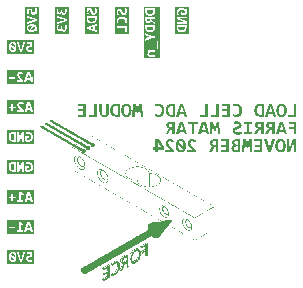
<source format=gbo>
G04*
G04 #@! TF.GenerationSoftware,Altium Limited,Altium Designer,24.10.1 (45)*
G04*
G04 Layer_Color=32896*
%FSLAX25Y25*%
%MOIN*%
G70*
G04*
G04 #@! TF.SameCoordinates,7D61CDC6-73F6-4491-BD7D-58E7267C6A93*
G04*
G04*
G04 #@! TF.FilePolarity,Positive*
G04*
G01*
G75*
G36*
X55722Y50363D02*
X55322D01*
Y50497D01*
X55722D01*
Y50363D01*
D02*
G37*
G36*
X55989Y50230D02*
X55856D01*
Y50363D01*
X55989D01*
Y50230D01*
D02*
G37*
G36*
X56256Y50097D02*
X56522D01*
Y49964D01*
X56656D01*
Y49830D01*
X56522D01*
Y49964D01*
X56256D01*
Y50097D01*
X56122D01*
Y50230D01*
X56256D01*
Y50097D01*
D02*
G37*
G36*
X54389Y49697D02*
X54256D01*
Y49830D01*
X54389D01*
Y49697D01*
D02*
G37*
G36*
X54123Y49564D02*
X53989D01*
Y49697D01*
X54123D01*
Y49564D01*
D02*
G37*
G36*
X56922Y49697D02*
X57189D01*
Y49564D01*
X57322D01*
Y49430D01*
X57189D01*
Y49564D01*
X56922D01*
Y49697D01*
X56789D01*
Y49830D01*
X56922D01*
Y49697D01*
D02*
G37*
G36*
X53856Y49430D02*
X53723D01*
Y49564D01*
X53856D01*
Y49430D01*
D02*
G37*
G36*
X57589Y49297D02*
X57455D01*
Y49430D01*
X57589D01*
Y49297D01*
D02*
G37*
G36*
X57855Y49164D02*
X58122D01*
Y49030D01*
X58389D01*
Y48897D01*
X58522D01*
Y48764D01*
X58389D01*
Y48897D01*
X58122D01*
Y49030D01*
X57855D01*
Y49164D01*
X57722D01*
Y49297D01*
X57855D01*
Y49164D01*
D02*
G37*
G36*
X52523Y48630D02*
X52390D01*
Y48764D01*
X52523D01*
Y48630D01*
D02*
G37*
G36*
X52256Y48497D02*
X52123D01*
Y48630D01*
X52256D01*
Y48497D01*
D02*
G37*
G36*
X58789Y48630D02*
X59055D01*
Y48497D01*
X59188D01*
Y48364D01*
X59055D01*
Y48497D01*
X58789D01*
Y48630D01*
X58655D01*
Y48764D01*
X58789D01*
Y48630D01*
D02*
G37*
G36*
X59455Y48231D02*
X59322D01*
Y48364D01*
X59455D01*
Y48231D01*
D02*
G37*
G36*
X59722Y48097D02*
X59855D01*
Y47964D01*
X59722D01*
Y48097D01*
X59588D01*
Y48231D01*
X59722D01*
Y48097D01*
D02*
G37*
G36*
X60122Y47831D02*
X59988D01*
Y47964D01*
X60122D01*
Y47831D01*
D02*
G37*
G36*
X50923Y47697D02*
X50790D01*
Y47831D01*
X50923D01*
Y47697D01*
D02*
G37*
G36*
X50657Y47564D02*
X50524D01*
Y47697D01*
X50657D01*
Y47564D01*
D02*
G37*
G36*
X60388Y47697D02*
X60655D01*
Y47564D01*
X60788D01*
Y47431D01*
X60655D01*
Y47564D01*
X60388D01*
Y47697D01*
X60255D01*
Y47831D01*
X60388D01*
Y47697D01*
D02*
G37*
G36*
X61055Y47297D02*
X60921D01*
Y47431D01*
X61055D01*
Y47297D01*
D02*
G37*
G36*
X61321Y47164D02*
X61588D01*
Y47031D01*
X61721D01*
Y46898D01*
X61588D01*
Y47031D01*
X61321D01*
Y47164D01*
X61188D01*
Y47297D01*
X61321D01*
Y47164D01*
D02*
G37*
G36*
X61988Y46764D02*
X61855D01*
Y46898D01*
X61988D01*
Y46764D01*
D02*
G37*
G36*
X42125Y55829D02*
X42392D01*
Y55696D01*
X42658D01*
Y55563D01*
X42925D01*
Y55429D01*
X43058D01*
Y55296D01*
X43325D01*
Y55163D01*
X43591D01*
Y55029D01*
X43858D01*
Y54896D01*
X43991D01*
Y54763D01*
X44258D01*
Y54629D01*
X44525D01*
Y54496D01*
X44791D01*
Y54363D01*
X44925D01*
Y54229D01*
X45191D01*
Y54096D01*
X45458D01*
Y53963D01*
X45591D01*
Y53829D01*
X45858D01*
Y53696D01*
X46124D01*
Y53563D01*
X46391D01*
Y53430D01*
X46524D01*
Y53296D01*
X46791D01*
Y53163D01*
X47058D01*
Y53030D01*
X47324D01*
Y52896D01*
X47457D01*
Y52763D01*
X47724D01*
Y52630D01*
X47991D01*
Y52496D01*
X48257D01*
Y52363D01*
X48390D01*
Y52230D01*
X48657D01*
Y52096D01*
X48924D01*
Y51963D01*
X49057D01*
Y51830D01*
X49324D01*
Y51697D01*
X49590D01*
Y51563D01*
X49857D01*
Y51430D01*
X49990D01*
Y51297D01*
X50257D01*
Y51163D01*
X50524D01*
Y51030D01*
X50790D01*
Y50897D01*
X50923D01*
Y50763D01*
X51190D01*
Y50630D01*
X51457D01*
Y50497D01*
X51723D01*
Y50363D01*
X51856D01*
Y50230D01*
X52123D01*
Y50097D01*
X52390D01*
Y49964D01*
X52656D01*
Y49830D01*
X52790D01*
Y49697D01*
X53056D01*
Y49564D01*
X53323D01*
Y49430D01*
X53723D01*
Y49297D01*
X53856D01*
Y49164D01*
X54123D01*
Y49030D01*
X54256D01*
Y48897D01*
X54523D01*
Y48764D01*
X54789D01*
Y48630D01*
X55056D01*
Y48497D01*
X55189D01*
Y48364D01*
X55456D01*
Y48231D01*
X56256D01*
Y48097D01*
X56522D01*
Y47831D01*
X56656D01*
Y47164D01*
X56522D01*
Y47031D01*
X56389D01*
Y46898D01*
X56256D01*
Y46764D01*
X55722D01*
Y46898D01*
X55456D01*
Y47164D01*
X55322D01*
Y47431D01*
X55056D01*
Y47564D01*
X54923D01*
Y47697D01*
X54656D01*
Y47831D01*
X54389D01*
Y47964D01*
X54123D01*
Y48097D01*
X53989D01*
Y48231D01*
X53723D01*
Y48364D01*
X53456D01*
Y48497D01*
X53323D01*
Y48630D01*
X53056D01*
Y48764D01*
X52523D01*
Y48897D01*
X52656D01*
Y49030D01*
X52523D01*
Y49164D01*
X52256D01*
Y49297D01*
X51990D01*
Y49430D01*
X51723D01*
Y49564D01*
X51590D01*
Y49697D01*
X51323D01*
Y49830D01*
X51057D01*
Y49964D01*
X50790D01*
Y50097D01*
X50657D01*
Y50230D01*
X50390D01*
Y50363D01*
X50124D01*
Y50497D01*
X49857D01*
Y50630D01*
X49724D01*
Y50763D01*
X49457D01*
Y50897D01*
X49190D01*
Y51030D01*
X48924D01*
Y51163D01*
X48790D01*
Y51297D01*
X48524D01*
Y51430D01*
X48257D01*
Y51563D01*
X48124D01*
Y51697D01*
X47857D01*
Y51830D01*
X47591D01*
Y51963D01*
X47324D01*
Y52096D01*
X47191D01*
Y52230D01*
X46924D01*
Y52363D01*
X46657D01*
Y52496D01*
X46524D01*
Y52630D01*
X46258D01*
Y52763D01*
X45991D01*
Y52896D01*
X45724D01*
Y53030D01*
X45591D01*
Y53163D01*
X45325D01*
Y53296D01*
X45058D01*
Y53430D01*
X44791D01*
Y53563D01*
X44658D01*
Y53696D01*
X44391D01*
Y53829D01*
X44125D01*
Y53963D01*
X43858D01*
Y54096D01*
X43725D01*
Y54229D01*
X43458D01*
Y54363D01*
X43192D01*
Y54496D01*
X43058D01*
Y54629D01*
X42792D01*
Y54763D01*
X42525D01*
Y54896D01*
X42258D01*
Y55029D01*
X42125D01*
Y55163D01*
X41859D01*
Y55296D01*
X41725D01*
Y55429D01*
X41592D01*
Y55829D01*
X41725D01*
Y55962D01*
X42125D01*
Y55829D01*
D02*
G37*
G36*
X62255Y46631D02*
X62121D01*
Y46764D01*
X62255D01*
Y46631D01*
D02*
G37*
G36*
X62521Y46498D02*
X62654D01*
Y46364D01*
X62521D01*
Y46498D01*
X62388D01*
Y46631D01*
X62521D01*
Y46498D01*
D02*
G37*
G36*
X62921Y46231D02*
X62788D01*
Y46364D01*
X62921D01*
Y46231D01*
D02*
G37*
G36*
X63188Y46098D02*
X63454D01*
Y45964D01*
X63588D01*
Y45831D01*
X63454D01*
Y45964D01*
X63188D01*
Y46098D01*
X63054D01*
Y46231D01*
X63188D01*
Y46098D01*
D02*
G37*
G36*
X63854Y45698D02*
X63721D01*
Y45831D01*
X63854D01*
Y45698D01*
D02*
G37*
G36*
X40525Y54896D02*
X40792D01*
Y54763D01*
X41059D01*
Y54629D01*
X41325D01*
Y54496D01*
X41459D01*
Y54363D01*
X41725D01*
Y54229D01*
X41992D01*
Y54096D01*
X42125D01*
Y53963D01*
X42392D01*
Y53829D01*
X42658D01*
Y53696D01*
X42925D01*
Y53563D01*
X43058D01*
Y53430D01*
X43325D01*
Y53296D01*
X43591D01*
Y53163D01*
X43858D01*
Y53030D01*
X43991D01*
Y52896D01*
X44258D01*
Y52763D01*
X44525D01*
Y52630D01*
X44658D01*
Y52496D01*
X44925D01*
Y52363D01*
X45191D01*
Y52230D01*
X45458D01*
Y52096D01*
X45591D01*
Y51963D01*
X45858D01*
Y51830D01*
X46124D01*
Y51697D01*
X46391D01*
Y51563D01*
X46524D01*
Y51430D01*
X46791D01*
Y51297D01*
X47058D01*
Y51163D01*
X47324D01*
Y51030D01*
X47457D01*
Y50897D01*
X47724D01*
Y50763D01*
X47991D01*
Y50630D01*
X48124D01*
Y50497D01*
X48390D01*
Y50363D01*
X48657D01*
Y50230D01*
X48924D01*
Y50097D01*
X49057D01*
Y49964D01*
X49324D01*
Y49830D01*
X49590D01*
Y49697D01*
X49857D01*
Y49564D01*
X49990D01*
Y49430D01*
X50257D01*
Y49297D01*
X50524D01*
Y49164D01*
X50657D01*
Y49030D01*
X50923D01*
Y48897D01*
X51190D01*
Y48764D01*
X51457D01*
Y48630D01*
X51590D01*
Y48497D01*
X52123D01*
Y48364D01*
X52256D01*
Y48231D01*
X52523D01*
Y48097D01*
X52656D01*
Y47964D01*
X52923D01*
Y47831D01*
X53190D01*
Y47697D01*
X53456D01*
Y47564D01*
X53589D01*
Y47431D01*
X53856D01*
Y47297D01*
X54123D01*
Y47164D01*
X54389D01*
Y47297D01*
X54523D01*
Y47164D01*
X54923D01*
Y47031D01*
X55056D01*
Y46764D01*
X55189D01*
Y46231D01*
X55056D01*
Y45964D01*
X54923D01*
Y45831D01*
X54523D01*
Y45698D01*
X54389D01*
Y45831D01*
X53989D01*
Y45964D01*
X53856D01*
Y46231D01*
X53723D01*
Y46364D01*
X53589D01*
Y46498D01*
X53456D01*
Y46631D01*
X53190D01*
Y46764D01*
X52923D01*
Y46898D01*
X52790D01*
Y47031D01*
X52523D01*
Y47164D01*
X52256D01*
Y47297D01*
X51990D01*
Y47431D01*
X51856D01*
Y47564D01*
X51590D01*
Y47697D01*
X51323D01*
Y47831D01*
X50923D01*
Y48097D01*
X50790D01*
Y48231D01*
X50524D01*
Y48364D01*
X50257D01*
Y48497D01*
X50124D01*
Y48630D01*
X49857D01*
Y48764D01*
X49590D01*
Y48897D01*
X49324D01*
Y49030D01*
X49190D01*
Y49164D01*
X48924D01*
Y49297D01*
X48657D01*
Y49430D01*
X48524D01*
Y49564D01*
X48257D01*
Y49697D01*
X47991D01*
Y49830D01*
X47724D01*
Y49964D01*
X47591D01*
Y50097D01*
X47324D01*
Y50230D01*
X47058D01*
Y50363D01*
X46791D01*
Y50497D01*
X46657D01*
Y50630D01*
X46391D01*
Y50763D01*
X46124D01*
Y50897D01*
X45991D01*
Y51030D01*
X45724D01*
Y51163D01*
X45458D01*
Y51297D01*
X45191D01*
Y51430D01*
X45058D01*
Y51563D01*
X44791D01*
Y51697D01*
X44525D01*
Y51830D01*
X44258D01*
Y51963D01*
X44125D01*
Y52096D01*
X43858D01*
Y52230D01*
X43591D01*
Y52363D01*
X43325D01*
Y52496D01*
X43192D01*
Y52630D01*
X42925D01*
Y52763D01*
X42658D01*
Y52896D01*
X42525D01*
Y53030D01*
X42258D01*
Y53163D01*
X41992D01*
Y53296D01*
X41725D01*
Y53430D01*
X41592D01*
Y53563D01*
X41325D01*
Y53696D01*
X41059D01*
Y53829D01*
X40792D01*
Y53963D01*
X40659D01*
Y54096D01*
X40392D01*
Y54229D01*
X40126D01*
Y54496D01*
X39992D01*
Y54629D01*
X40126D01*
Y54896D01*
X40392D01*
Y55029D01*
X40525D01*
Y54896D01*
D02*
G37*
G36*
X64121Y45564D02*
X64254D01*
Y45431D01*
X64121D01*
Y45564D01*
X63987D01*
Y45698D01*
X64121D01*
Y45564D01*
D02*
G37*
G36*
X64521Y45298D02*
X64387D01*
Y45431D01*
X64521D01*
Y45298D01*
D02*
G37*
G36*
X39059Y53829D02*
X39326D01*
Y53696D01*
X39592D01*
Y53563D01*
X39726D01*
Y53430D01*
X39992D01*
Y53296D01*
X40259D01*
Y53163D01*
X40525D01*
Y53030D01*
X40659D01*
Y52896D01*
X40925D01*
Y52763D01*
X41192D01*
Y52630D01*
X41459D01*
Y52496D01*
X41592D01*
Y52363D01*
X41859D01*
Y52230D01*
X42125D01*
Y52096D01*
X42392D01*
Y51963D01*
X42525D01*
Y51830D01*
X42792D01*
Y51697D01*
X43058D01*
Y51563D01*
X43192D01*
Y51430D01*
X43458D01*
Y51297D01*
X43725D01*
Y51163D01*
X43991D01*
Y51030D01*
X44125D01*
Y50897D01*
X44391D01*
Y50763D01*
X44658D01*
Y50630D01*
X44925D01*
Y50497D01*
X45058D01*
Y50363D01*
X45325D01*
Y50230D01*
X45591D01*
Y50097D01*
X45858D01*
Y49964D01*
X45991D01*
Y49830D01*
X46258D01*
Y49697D01*
X46524D01*
Y49564D01*
X46657D01*
Y49430D01*
X46924D01*
Y49297D01*
X47191D01*
Y49164D01*
X47457D01*
Y49030D01*
X47591D01*
Y48897D01*
X47857D01*
Y48764D01*
X48124D01*
Y48630D01*
X48390D01*
Y48497D01*
X48524D01*
Y48364D01*
X48790D01*
Y48231D01*
X49057D01*
Y48097D01*
X49190D01*
Y47964D01*
X49457D01*
Y47831D01*
X49724D01*
Y47697D01*
X49990D01*
Y47564D01*
X50124D01*
Y47431D01*
X50257D01*
Y47564D01*
X50524D01*
Y47297D01*
X50790D01*
Y47164D01*
X51057D01*
Y47031D01*
X51190D01*
Y46898D01*
X51457D01*
Y46764D01*
X51723D01*
Y46631D01*
X51856D01*
Y46498D01*
X52123D01*
Y46364D01*
X52390D01*
Y46231D01*
X53056D01*
Y46098D01*
X53323D01*
Y45964D01*
X53456D01*
Y45831D01*
X53589D01*
Y45164D01*
X53456D01*
Y44898D01*
X53190D01*
Y44765D01*
X52923D01*
Y44631D01*
X53056D01*
Y44498D01*
X53323D01*
Y44365D01*
X53589D01*
Y44231D01*
X53723D01*
Y44098D01*
X53989D01*
Y43965D01*
X54256D01*
Y43831D01*
X54523D01*
Y43698D01*
X54789D01*
Y43565D01*
X54923D01*
Y43431D01*
X55189D01*
Y43298D01*
X55456D01*
Y43165D01*
X55589D01*
Y43032D01*
X55856D01*
Y42898D01*
X56122D01*
Y42765D01*
X56389D01*
Y42632D01*
X56522D01*
Y42498D01*
X56789D01*
Y42365D01*
X57055D01*
Y42232D01*
X57189D01*
Y42098D01*
X57455D01*
Y41965D01*
X57722D01*
Y41832D01*
X57989D01*
Y41699D01*
X58122D01*
Y41565D01*
X58389D01*
Y41432D01*
X58655D01*
Y41299D01*
X58922D01*
Y41165D01*
X59055D01*
Y41032D01*
X59322D01*
Y40899D01*
X59588D01*
Y40765D01*
X59855D01*
Y40632D01*
X59988D01*
Y40499D01*
X60255D01*
Y40365D01*
X60522D01*
Y40232D01*
X60655D01*
Y40099D01*
X60921D01*
Y39966D01*
X61188D01*
Y39832D01*
X61455D01*
Y39699D01*
X61588D01*
Y39566D01*
X61855D01*
Y39432D01*
X62121D01*
Y39299D01*
X62388D01*
Y39166D01*
X62521D01*
Y39032D01*
X62788D01*
Y38899D01*
X63054D01*
Y38766D01*
X63321D01*
Y38632D01*
X63454D01*
Y38499D01*
X63721D01*
Y38366D01*
X63987D01*
Y38232D01*
X64121D01*
Y38099D01*
X64387D01*
Y37966D01*
X64654D01*
Y37833D01*
X64921D01*
Y37699D01*
X65054D01*
Y37566D01*
X65321D01*
Y37433D01*
X65587D01*
Y37299D01*
X65854D01*
Y37166D01*
X65987D01*
Y37033D01*
X66254D01*
Y36900D01*
X66520D01*
Y36766D01*
X66787D01*
Y36633D01*
X66920D01*
Y36500D01*
X67187D01*
Y36366D01*
X67453D01*
Y36233D01*
X67587D01*
Y36100D01*
X67853D01*
Y35966D01*
X68120D01*
Y35833D01*
X68387D01*
Y35700D01*
X68520D01*
Y35566D01*
X68787D01*
Y35433D01*
X69053D01*
Y35300D01*
X69320D01*
Y35166D01*
X69453D01*
Y35033D01*
X69720D01*
Y34900D01*
X69986D01*
Y34767D01*
X70253D01*
Y34633D01*
X70386D01*
Y34500D01*
X70653D01*
Y34367D01*
X70920D01*
Y34233D01*
X71053D01*
Y34100D01*
X71319D01*
Y33967D01*
X71586D01*
Y33833D01*
X71853D01*
Y33700D01*
X71986D01*
Y33567D01*
X72253D01*
Y33433D01*
X72519D01*
Y33300D01*
X72786D01*
Y33167D01*
X72919D01*
Y33033D01*
X73186D01*
Y32900D01*
X73452D01*
Y32767D01*
X73719D01*
Y32634D01*
X73852D01*
Y32500D01*
X74119D01*
Y32367D01*
X74385D01*
Y32234D01*
X74519D01*
Y32100D01*
X74785D01*
Y31967D01*
X75052D01*
Y31834D01*
X75319D01*
Y31701D01*
X75452D01*
Y31567D01*
X75718D01*
Y31434D01*
X75985D01*
Y31301D01*
X76252D01*
Y31167D01*
X76385D01*
Y31034D01*
X76652D01*
Y30901D01*
X76918D01*
Y30767D01*
X77185D01*
Y30634D01*
X77318D01*
Y30501D01*
X77585D01*
Y30367D01*
X77851D01*
Y30234D01*
X77985D01*
Y30101D01*
X78251D01*
Y29967D01*
X78518D01*
Y29834D01*
X78785D01*
Y29701D01*
X78918D01*
Y29568D01*
X79185D01*
Y29434D01*
X79451D01*
Y29301D01*
X79718D01*
Y29168D01*
X79851D01*
Y29034D01*
X80118D01*
Y28901D01*
X80384D01*
Y28768D01*
X80518D01*
Y28634D01*
X80784D01*
Y28501D01*
X81051D01*
Y28368D01*
X81317D01*
Y28234D01*
X81451D01*
Y28101D01*
X81717D01*
Y27968D01*
X81984D01*
Y27835D01*
X82251D01*
Y27701D01*
X82384D01*
Y27568D01*
X82651D01*
Y27435D01*
X82917D01*
Y27301D01*
X83050D01*
Y27168D01*
X83317D01*
Y27035D01*
X83584D01*
Y26901D01*
X83850D01*
Y26768D01*
X84117D01*
Y26635D01*
X84250D01*
Y26502D01*
X84517D01*
Y26368D01*
X84783D01*
Y26235D01*
X84917D01*
Y26102D01*
X85183D01*
Y25968D01*
X85450D01*
Y25835D01*
X85717D01*
Y25702D01*
X85850D01*
Y25568D01*
X86116D01*
Y25435D01*
X86383D01*
Y25302D01*
X86516D01*
Y25168D01*
X86783D01*
Y25035D01*
X87050D01*
Y24902D01*
X87316D01*
Y24769D01*
X87450D01*
Y24635D01*
X87716D01*
Y24502D01*
X87983D01*
Y24369D01*
X88249D01*
Y24235D01*
X88383D01*
Y24102D01*
X88649D01*
Y23969D01*
X88916D01*
Y23835D01*
X89183D01*
Y23702D01*
X89316D01*
Y23569D01*
X89583D01*
Y23435D01*
X89849D01*
Y23302D01*
X90116D01*
Y23435D01*
X90382D01*
Y23302D01*
X90249D01*
Y23169D01*
X90116D01*
Y23035D01*
X89849D01*
Y23169D01*
X89716D01*
Y23302D01*
X89449D01*
Y23435D01*
X89316D01*
Y23569D01*
X89049D01*
Y23702D01*
X88783D01*
Y23835D01*
X88516D01*
Y23969D01*
X88383D01*
Y24102D01*
X88116D01*
Y24235D01*
X87849D01*
Y24369D01*
X87583D01*
Y24502D01*
X87450D01*
Y24635D01*
X87183D01*
Y24769D01*
X86916D01*
Y24902D01*
X86783D01*
Y25035D01*
X86516D01*
Y25168D01*
X86250D01*
Y25302D01*
X85983D01*
Y25435D01*
X85850D01*
Y25568D01*
X85583D01*
Y25702D01*
X85317D01*
Y25835D01*
X85050D01*
Y25968D01*
X84917D01*
Y26102D01*
X84650D01*
Y26235D01*
X84383D01*
Y26368D01*
X84117D01*
Y26502D01*
X83984D01*
Y26635D01*
X83717D01*
Y26768D01*
X83450D01*
Y26901D01*
X83317D01*
Y27035D01*
X83050D01*
Y27168D01*
X82784D01*
Y27301D01*
X82517D01*
Y27435D01*
X82384D01*
Y27568D01*
X82117D01*
Y27701D01*
X81851D01*
Y27835D01*
X81584D01*
Y27968D01*
X81451D01*
Y28101D01*
X81184D01*
Y28234D01*
X80918D01*
Y28368D01*
X80651D01*
Y28501D01*
X80518D01*
Y28634D01*
X80251D01*
Y28768D01*
X79984D01*
Y28901D01*
X79851D01*
Y29034D01*
X79584D01*
Y29168D01*
X79318D01*
Y29301D01*
X79051D01*
Y29434D01*
X78918D01*
Y29568D01*
X78651D01*
Y29701D01*
X78385D01*
Y29834D01*
X78251D01*
Y29967D01*
X77985D01*
Y30101D01*
X77718D01*
Y30234D01*
X77451D01*
Y30367D01*
X77318D01*
Y30501D01*
X77052D01*
Y30634D01*
X76785D01*
Y30767D01*
X76518D01*
Y30901D01*
X76385D01*
Y31034D01*
X76118D01*
Y31167D01*
X75852D01*
Y31301D01*
X75585D01*
Y31434D01*
X75452D01*
Y31567D01*
X75185D01*
Y31701D01*
X74919D01*
Y31834D01*
X74785D01*
Y31967D01*
X74519D01*
Y32100D01*
X74252D01*
Y32234D01*
X73985D01*
Y32367D01*
X73852D01*
Y32500D01*
X73586D01*
Y32634D01*
X73319D01*
Y32767D01*
X73052D01*
Y32900D01*
X72919D01*
Y33033D01*
X72653D01*
Y33167D01*
X72386D01*
Y33300D01*
X72253D01*
Y33433D01*
X71986D01*
Y33567D01*
X71719D01*
Y33700D01*
X71453D01*
Y33833D01*
X71319D01*
Y33967D01*
X71053D01*
Y34100D01*
X70786D01*
Y34233D01*
X70520D01*
Y34367D01*
X70386D01*
Y34500D01*
X70120D01*
Y34633D01*
X69853D01*
Y34767D01*
X69586D01*
Y34900D01*
X69453D01*
Y35033D01*
X69187D01*
Y35166D01*
X68920D01*
Y35300D01*
X68653D01*
Y35433D01*
X68520D01*
Y35566D01*
X68253D01*
Y35700D01*
X67987D01*
Y35833D01*
X67853D01*
Y35966D01*
X67587D01*
Y36100D01*
X67320D01*
Y36233D01*
X67054D01*
Y36366D01*
X66920D01*
Y36500D01*
X66654D01*
Y36633D01*
X66387D01*
Y36766D01*
X66120D01*
Y36900D01*
X65987D01*
Y37033D01*
X65720D01*
Y37166D01*
X65454D01*
Y37299D01*
X65187D01*
Y37433D01*
X65054D01*
Y37566D01*
X64787D01*
Y37699D01*
X64521D01*
Y37833D01*
X64387D01*
Y37966D01*
X64121D01*
Y38099D01*
X63854D01*
Y38232D01*
X63588D01*
Y38366D01*
X63454D01*
Y38499D01*
X63188D01*
Y38632D01*
X62921D01*
Y38766D01*
X62654D01*
Y38899D01*
X62521D01*
Y39032D01*
X62255D01*
Y39166D01*
X61988D01*
Y39299D01*
X61721D01*
Y39432D01*
X61588D01*
Y39566D01*
X61321D01*
Y39699D01*
X61055D01*
Y39832D01*
X60921D01*
Y39966D01*
X60655D01*
Y40099D01*
X60388D01*
Y40232D01*
X60122D01*
Y40365D01*
X59988D01*
Y40499D01*
X59722D01*
Y40632D01*
X59455D01*
Y40765D01*
X59188D01*
Y40899D01*
X59055D01*
Y41032D01*
X58789D01*
Y41165D01*
X58522D01*
Y41299D01*
X58389D01*
Y41432D01*
X58122D01*
Y41565D01*
X57855D01*
Y41699D01*
X57589D01*
Y41832D01*
X57455D01*
Y41965D01*
X57189D01*
Y42098D01*
X56922D01*
Y42232D01*
X56656D01*
Y42365D01*
X56522D01*
Y42498D01*
X56256D01*
Y42632D01*
X55989D01*
Y42765D01*
X55722D01*
Y42898D01*
X55589D01*
Y43032D01*
X55322D01*
Y43165D01*
X55056D01*
Y43298D01*
X54789D01*
Y43431D01*
X54656D01*
Y43565D01*
X54389D01*
Y43698D01*
X54123D01*
Y43831D01*
X53989D01*
Y43965D01*
X53723D01*
Y44098D01*
X53456D01*
Y44231D01*
X53190D01*
Y44365D01*
X53056D01*
Y44498D01*
X52790D01*
Y44631D01*
X52523D01*
Y44765D01*
X52256D01*
Y44898D01*
X52123D01*
Y45031D01*
X51856D01*
Y45164D01*
X51590D01*
Y45298D01*
X51323D01*
Y45431D01*
X51190D01*
Y45564D01*
X50923D01*
Y45698D01*
X50657D01*
Y45831D01*
X50524D01*
Y45964D01*
X50257D01*
Y46098D01*
X49990D01*
Y46231D01*
X49724D01*
Y46364D01*
X49590D01*
Y46498D01*
X49324D01*
Y46631D01*
X49190D01*
Y43431D01*
Y43298D01*
Y39299D01*
X49324D01*
Y39166D01*
X49190D01*
Y39299D01*
X49057D01*
Y46898D01*
X49324D01*
Y46764D01*
X49457D01*
Y46631D01*
X49590D01*
Y46498D01*
X49857D01*
Y46364D01*
X50124D01*
Y46231D01*
X50390D01*
Y46098D01*
X50524D01*
Y45964D01*
X50790D01*
Y45831D01*
X51057D01*
Y45698D01*
X51323D01*
Y45564D01*
X51457D01*
Y45431D01*
X51723D01*
Y45298D01*
X51990D01*
Y45164D01*
X52123D01*
Y45031D01*
X52256D01*
Y45431D01*
X51990D01*
Y45564D01*
X51856D01*
Y45698D01*
X51590D01*
Y45831D01*
X51323D01*
Y45964D01*
X51190D01*
Y46098D01*
X50923D01*
Y46231D01*
X50657D01*
Y46364D01*
X50390D01*
Y46498D01*
X50257D01*
Y46631D01*
X49990D01*
Y46764D01*
X49724D01*
Y46898D01*
X49324D01*
Y47164D01*
X49190D01*
Y47297D01*
X48924D01*
Y47431D01*
X48657D01*
Y47564D01*
X48524D01*
Y47697D01*
X48257D01*
Y47831D01*
X47991D01*
Y47964D01*
X47724D01*
Y48097D01*
X47591D01*
Y48231D01*
X47324D01*
Y48364D01*
X47058D01*
Y48497D01*
X46791D01*
Y48630D01*
X46657D01*
Y48764D01*
X46391D01*
Y48897D01*
X46124D01*
Y49030D01*
X45991D01*
Y49164D01*
X45724D01*
Y49297D01*
X45458D01*
Y49430D01*
X45191D01*
Y49564D01*
X45058D01*
Y49697D01*
X44791D01*
Y49830D01*
X44525D01*
Y49964D01*
X44258D01*
Y50097D01*
X44125D01*
Y50230D01*
X43858D01*
Y50363D01*
X43591D01*
Y50497D01*
X43325D01*
Y50630D01*
X43192D01*
Y50763D01*
X42925D01*
Y50897D01*
X42658D01*
Y51030D01*
X42392D01*
Y51163D01*
X42258D01*
Y51297D01*
X41992D01*
Y51430D01*
X41725D01*
Y51563D01*
X41592D01*
Y51697D01*
X41325D01*
Y51830D01*
X41059D01*
Y51963D01*
X40792D01*
Y52096D01*
X40659D01*
Y52230D01*
X40392D01*
Y52363D01*
X40126D01*
Y52496D01*
X39859D01*
Y52630D01*
X39726D01*
Y52763D01*
X39459D01*
Y52896D01*
X39192D01*
Y53030D01*
X38926D01*
Y53163D01*
X38792D01*
Y53296D01*
X38659D01*
Y53430D01*
X38526D01*
Y53696D01*
X38659D01*
Y53829D01*
X38792D01*
Y53963D01*
X39059D01*
Y53829D01*
D02*
G37*
G36*
X64787Y45164D02*
X65054D01*
Y45031D01*
X65187D01*
Y44898D01*
X65054D01*
Y45031D01*
X64787D01*
Y45164D01*
X64654D01*
Y45298D01*
X64787D01*
Y45164D01*
D02*
G37*
G36*
X65454Y44765D02*
X65321D01*
Y44898D01*
X65454D01*
Y44765D01*
D02*
G37*
G36*
X65720Y44631D02*
X65587D01*
Y44765D01*
X65720D01*
Y44631D01*
D02*
G37*
G36*
X65987Y44498D02*
X66120D01*
Y44365D01*
X65987D01*
Y44498D01*
X65854D01*
Y44631D01*
X65987D01*
Y44498D01*
D02*
G37*
G36*
X66387Y44231D02*
X66254D01*
Y44365D01*
X66387D01*
Y44231D01*
D02*
G37*
G36*
X66654Y44098D02*
X66920D01*
Y43965D01*
X67054D01*
Y43831D01*
X66920D01*
Y43965D01*
X66654D01*
Y44098D01*
X66520D01*
Y44231D01*
X66654D01*
Y44098D01*
D02*
G37*
G36*
X67320Y43698D02*
X67587D01*
Y43565D01*
X67720D01*
Y43431D01*
X67587D01*
Y43565D01*
X67320D01*
Y43698D01*
X67187D01*
Y43831D01*
X67320D01*
Y43698D01*
D02*
G37*
G36*
X67987Y43298D02*
X67853D01*
Y43431D01*
X67987D01*
Y43298D01*
D02*
G37*
G36*
X68253Y43165D02*
X68520D01*
Y43032D01*
X68653D01*
Y42898D01*
X68520D01*
Y43032D01*
X68253D01*
Y43165D01*
X68120D01*
Y43298D01*
X68253D01*
Y43165D01*
D02*
G37*
G36*
X68920Y42765D02*
X68787D01*
Y42898D01*
X68920D01*
Y42765D01*
D02*
G37*
G36*
X69187Y42632D02*
X69453D01*
Y42498D01*
X69586D01*
Y42365D01*
X69453D01*
Y42498D01*
X69187D01*
Y42632D01*
X69053D01*
Y42765D01*
X69187D01*
Y42632D01*
D02*
G37*
G36*
X69853Y42232D02*
X69720D01*
Y42365D01*
X69853D01*
Y42232D01*
D02*
G37*
G36*
X70120Y42098D02*
X70386D01*
Y41965D01*
X70520D01*
Y41832D01*
X70386D01*
Y41965D01*
X70120D01*
Y42098D01*
X69986D01*
Y42232D01*
X70120D01*
Y42098D01*
D02*
G37*
G36*
X70786Y41699D02*
X71053D01*
Y41565D01*
X71186D01*
Y41432D01*
X71053D01*
Y41565D01*
X70786D01*
Y41699D01*
X70653D01*
Y41832D01*
X70786D01*
Y41699D01*
D02*
G37*
G36*
X71453Y41299D02*
X71319D01*
Y41432D01*
X71453D01*
Y41299D01*
D02*
G37*
G36*
X71719Y41165D02*
X71986D01*
Y41032D01*
X72119D01*
Y40899D01*
X71986D01*
Y41032D01*
X71719D01*
Y41165D01*
X71586D01*
Y41299D01*
X71719D01*
Y41165D01*
D02*
G37*
G36*
X72386Y40765D02*
X72253D01*
Y40899D01*
X72386D01*
Y40765D01*
D02*
G37*
G36*
X72653Y40632D02*
X72919D01*
Y40499D01*
X73052D01*
Y40365D01*
X72919D01*
Y40499D01*
X72653D01*
Y40632D01*
X72519D01*
Y40765D01*
X72653D01*
Y40632D01*
D02*
G37*
G36*
X73319Y40232D02*
X73186D01*
Y40365D01*
X73319D01*
Y40232D01*
D02*
G37*
G36*
X73586Y40099D02*
X73852D01*
Y39966D01*
X73985D01*
Y39832D01*
X73852D01*
Y39966D01*
X73586D01*
Y40099D01*
X73452D01*
Y40232D01*
X73586D01*
Y40099D01*
D02*
G37*
G36*
X74252Y39699D02*
X74519D01*
Y39566D01*
X74652D01*
Y39432D01*
X74519D01*
Y39566D01*
X74252D01*
Y39699D01*
X74119D01*
Y39832D01*
X74252D01*
Y39699D01*
D02*
G37*
G36*
X74919Y39299D02*
X74785D01*
Y39432D01*
X74919D01*
Y39299D01*
D02*
G37*
G36*
X51190Y43831D02*
X51590D01*
Y43698D01*
X51856D01*
Y43565D01*
X51990D01*
Y43431D01*
X52123D01*
Y43298D01*
X52256D01*
Y43165D01*
X52390D01*
Y43032D01*
X52523D01*
Y42898D01*
X52656D01*
Y42765D01*
X52790D01*
Y42498D01*
X52923D01*
Y42365D01*
X53056D01*
Y42098D01*
X53190D01*
Y41699D01*
X53323D01*
Y41565D01*
Y41432D01*
X53456D01*
Y39832D01*
X53323D01*
Y39566D01*
X53190D01*
Y39432D01*
X53056D01*
Y39299D01*
X52790D01*
Y39166D01*
X52123D01*
Y39299D01*
X51723D01*
Y39432D01*
X51457D01*
Y39566D01*
X51323D01*
Y39699D01*
X51190D01*
Y39832D01*
X51057D01*
Y39966D01*
X50923D01*
Y40099D01*
X50790D01*
Y40232D01*
X50657D01*
Y40365D01*
X50524D01*
Y40499D01*
X50390D01*
Y40765D01*
X50257D01*
Y41032D01*
X50124D01*
Y41299D01*
X49990D01*
Y41699D01*
X49857D01*
Y42232D01*
X49724D01*
Y43032D01*
X49857D01*
Y43431D01*
X49990D01*
Y43565D01*
X50124D01*
Y43698D01*
X50257D01*
Y43831D01*
X50524D01*
Y43965D01*
X51190D01*
Y43831D01*
D02*
G37*
G36*
X75185Y39166D02*
X75319D01*
Y39032D01*
X75185D01*
Y39166D01*
X75052D01*
Y39299D01*
X75185D01*
Y39166D01*
D02*
G37*
G36*
X49590Y39032D02*
X49457D01*
Y39166D01*
X49590D01*
Y39032D01*
D02*
G37*
G36*
X75585Y38899D02*
X75452D01*
Y39032D01*
X75585D01*
Y38899D01*
D02*
G37*
G36*
X75852Y38766D02*
X75718D01*
Y38899D01*
X75852D01*
Y38766D01*
D02*
G37*
G36*
X49857Y38899D02*
X49990D01*
Y38766D01*
X49857D01*
Y38899D01*
X49724D01*
Y39032D01*
X49857D01*
Y38899D01*
D02*
G37*
G36*
X50257Y38632D02*
X50124D01*
Y38766D01*
X50257D01*
Y38632D01*
D02*
G37*
G36*
X76118D02*
X76385D01*
Y38499D01*
X76518D01*
Y38366D01*
X76385D01*
Y38499D01*
X76118D01*
Y38632D01*
X75985D01*
Y38766D01*
X76118D01*
Y38632D01*
D02*
G37*
G36*
X50524Y38499D02*
X50657D01*
Y38366D01*
X50524D01*
Y38499D01*
X50390D01*
Y38632D01*
X50524D01*
Y38499D01*
D02*
G37*
G36*
X76785Y38232D02*
X76652D01*
Y38366D01*
X76785D01*
Y38232D01*
D02*
G37*
G36*
X50923D02*
X50790D01*
Y38366D01*
X50923D01*
Y38232D01*
D02*
G37*
G36*
X51190Y38099D02*
X51057D01*
Y38232D01*
X51190D01*
Y38099D01*
D02*
G37*
G36*
X77052D02*
X77318D01*
Y37966D01*
X77451D01*
Y37833D01*
X77318D01*
Y37966D01*
X77052D01*
Y38099D01*
X76918D01*
Y38232D01*
X77052D01*
Y38099D01*
D02*
G37*
G36*
X51457Y37966D02*
X51590D01*
Y37833D01*
X51457D01*
Y37966D01*
X51323D01*
Y38099D01*
X51457D01*
Y37966D01*
D02*
G37*
G36*
X77718Y37699D02*
X77585D01*
Y37833D01*
X77718D01*
Y37699D01*
D02*
G37*
G36*
X51856D02*
X51723D01*
Y37833D01*
X51856D01*
Y37699D01*
D02*
G37*
G36*
X52123Y37566D02*
X51990D01*
Y37699D01*
X52123D01*
Y37566D01*
D02*
G37*
G36*
X77985D02*
X78118D01*
Y37433D01*
X77985D01*
Y37566D01*
X77851D01*
Y37699D01*
X77985D01*
Y37566D01*
D02*
G37*
G36*
X78385Y37299D02*
X78251D01*
Y37433D01*
X78385D01*
Y37299D01*
D02*
G37*
G36*
X52390Y37433D02*
X52523D01*
Y37299D01*
X52390D01*
Y37433D01*
X52256D01*
Y37566D01*
X52390D01*
Y37433D01*
D02*
G37*
G36*
X52790Y37166D02*
X52656D01*
Y37299D01*
X52790D01*
Y37166D01*
D02*
G37*
G36*
X78651D02*
X78785D01*
Y37033D01*
X78651D01*
Y37166D01*
X78518D01*
Y37299D01*
X78651D01*
Y37166D01*
D02*
G37*
G36*
X53056Y37033D02*
X52923D01*
Y37166D01*
X53056D01*
Y37033D01*
D02*
G37*
G36*
X79051Y36900D02*
X78918D01*
Y37033D01*
X79051D01*
Y36900D01*
D02*
G37*
G36*
X79318Y36766D02*
X79185D01*
Y36900D01*
X79318D01*
Y36766D01*
D02*
G37*
G36*
X53323Y36900D02*
X53589D01*
Y36766D01*
X53723D01*
Y36633D01*
X53589D01*
Y36766D01*
X53323D01*
Y36900D01*
X53190D01*
Y37033D01*
X53323D01*
Y36900D01*
D02*
G37*
G36*
X79584Y36633D02*
X79718D01*
Y36500D01*
X79584D01*
Y36633D01*
X79451D01*
Y36766D01*
X79584D01*
Y36633D01*
D02*
G37*
G36*
X79984Y36366D02*
X79851D01*
Y36500D01*
X79984D01*
Y36366D01*
D02*
G37*
G36*
X80251Y36233D02*
X80118D01*
Y36366D01*
X80251D01*
Y36233D01*
D02*
G37*
G36*
X53989Y36500D02*
X54256D01*
Y36366D01*
X54389D01*
Y36233D01*
X54256D01*
Y36366D01*
X53989D01*
Y36500D01*
X53856D01*
Y36633D01*
X53989D01*
Y36500D01*
D02*
G37*
G36*
X80518Y36100D02*
X80784D01*
Y35966D01*
X80918D01*
Y35833D01*
X80784D01*
Y35966D01*
X80518D01*
Y36100D01*
X80384D01*
Y36233D01*
X80518D01*
Y36100D01*
D02*
G37*
G36*
X54656D02*
X54923D01*
Y35966D01*
X55056D01*
Y35833D01*
X54923D01*
Y35966D01*
X54656D01*
Y36100D01*
X54523D01*
Y36233D01*
X54656D01*
Y36100D01*
D02*
G37*
G36*
X55322Y35700D02*
X55189D01*
Y35833D01*
X55322D01*
Y35700D01*
D02*
G37*
G36*
X81184D02*
X81451D01*
Y35566D01*
X81584D01*
Y35433D01*
X81451D01*
Y35566D01*
X81184D01*
Y35700D01*
X81051D01*
Y35833D01*
X81184D01*
Y35700D01*
D02*
G37*
G36*
X81851Y35300D02*
X81717D01*
Y35433D01*
X81851D01*
Y35300D01*
D02*
G37*
G36*
X55589Y35566D02*
X55856D01*
Y35433D01*
X55989D01*
Y35300D01*
X55856D01*
Y35433D01*
X55589D01*
Y35566D01*
X55456D01*
Y35700D01*
X55589D01*
Y35566D01*
D02*
G37*
G36*
X56256Y35166D02*
X56122D01*
Y35300D01*
X56256D01*
Y35166D01*
D02*
G37*
G36*
X82117D02*
X82384D01*
Y35033D01*
X82517D01*
Y34900D01*
X82384D01*
Y35033D01*
X82117D01*
Y35166D01*
X81984D01*
Y35300D01*
X82117D01*
Y35166D01*
D02*
G37*
G36*
X58789Y39432D02*
X59188D01*
Y39299D01*
X59455D01*
Y39166D01*
X59588D01*
Y39032D01*
X59722D01*
Y38899D01*
X59988D01*
Y38766D01*
X60122D01*
Y38499D01*
X60255D01*
Y38366D01*
X60388D01*
Y38232D01*
X60522D01*
Y37966D01*
X60655D01*
Y37699D01*
X60788D01*
Y37433D01*
X60921D01*
Y37166D01*
X61055D01*
Y36500D01*
X61188D01*
Y35700D01*
X61055D01*
Y35300D01*
X60921D01*
Y35033D01*
X60788D01*
Y34900D01*
X60522D01*
Y34767D01*
X59588D01*
Y34900D01*
X59322D01*
Y35033D01*
X59055D01*
Y35166D01*
X58922D01*
Y35300D01*
X58789D01*
Y35433D01*
X58655D01*
Y35566D01*
X58522D01*
Y35700D01*
X58389D01*
Y35833D01*
X58255D01*
Y35966D01*
X58122D01*
Y36233D01*
X57989D01*
Y36500D01*
X57855D01*
Y36633D01*
X57722D01*
Y37033D01*
X57589D01*
Y37433D01*
X57455D01*
Y38766D01*
X57589D01*
Y39032D01*
X57722D01*
Y39299D01*
X57989D01*
Y39432D01*
X58255D01*
Y39566D01*
X58789D01*
Y39432D01*
D02*
G37*
G36*
X56522Y35033D02*
X56789D01*
Y34900D01*
X56922D01*
Y34767D01*
X56789D01*
Y34900D01*
X56522D01*
Y35033D01*
X56389D01*
Y35166D01*
X56522D01*
Y35033D01*
D02*
G37*
G36*
X57189Y34633D02*
X57055D01*
Y34767D01*
X57189D01*
Y34633D01*
D02*
G37*
G36*
X82784Y34767D02*
X83050D01*
Y34633D01*
X83317D01*
Y34500D01*
X83450D01*
Y34367D01*
X83317D01*
Y34500D01*
X83050D01*
Y34633D01*
X82784D01*
Y34767D01*
X82651D01*
Y34900D01*
X82784D01*
Y34767D01*
D02*
G37*
G36*
X57455Y34500D02*
X57722D01*
Y34367D01*
X57855D01*
Y34233D01*
X57722D01*
Y34367D01*
X57455D01*
Y34500D01*
X57322D01*
Y34633D01*
X57455D01*
Y34500D01*
D02*
G37*
G36*
X83717Y34233D02*
X83984D01*
Y34100D01*
X84250D01*
Y33967D01*
X84383D01*
Y33833D01*
X84250D01*
Y33967D01*
X83984D01*
Y34100D01*
X83717D01*
Y34233D01*
X83584D01*
Y34367D01*
X83717D01*
Y34233D01*
D02*
G37*
G36*
X58122Y34100D02*
X58389D01*
Y33967D01*
X58522D01*
Y33833D01*
X58389D01*
Y33967D01*
X58122D01*
Y34100D01*
X57989D01*
Y34233D01*
X58122D01*
Y34100D01*
D02*
G37*
G36*
X58789Y33700D02*
X58655D01*
Y33833D01*
X58789D01*
Y33700D01*
D02*
G37*
G36*
X84650D02*
X84917D01*
Y33567D01*
X85050D01*
Y33433D01*
X84917D01*
Y33567D01*
X84650D01*
Y33700D01*
X84517D01*
Y33833D01*
X84650D01*
Y33700D01*
D02*
G37*
G36*
X71453Y40232D02*
X72386D01*
Y40099D01*
X72786D01*
Y39966D01*
X73186D01*
Y39832D01*
X73452D01*
Y39699D01*
X73719D01*
Y39566D01*
X73852D01*
Y39432D01*
X74119D01*
Y39299D01*
X74252D01*
Y39166D01*
X74385D01*
Y39032D01*
X74519D01*
Y38899D01*
X74652D01*
Y38632D01*
X74785D01*
Y38099D01*
X75585D01*
Y37966D01*
X76252D01*
Y37833D01*
X76785D01*
Y37699D01*
X77052D01*
Y37566D01*
X77451D01*
Y37433D01*
X77585D01*
Y37299D01*
X77851D01*
Y37166D01*
X77985D01*
Y37033D01*
X78118D01*
Y36900D01*
X78251D01*
Y36766D01*
X78385D01*
Y36633D01*
X78518D01*
Y36366D01*
X78651D01*
Y35966D01*
X78785D01*
Y35433D01*
X78651D01*
Y35033D01*
X78518D01*
Y34900D01*
X78385D01*
Y34633D01*
X78251D01*
Y34500D01*
X78118D01*
Y34367D01*
X77851D01*
Y34233D01*
X77718D01*
Y34100D01*
X77451D01*
Y33967D01*
X77185D01*
Y33833D01*
X76918D01*
Y33700D01*
X76518D01*
Y33567D01*
X75852D01*
Y33433D01*
X73586D01*
Y33567D01*
X72919D01*
Y33700D01*
X72519D01*
Y33833D01*
X72253D01*
Y33967D01*
X71986D01*
Y34100D01*
X71719D01*
Y34233D01*
X71586D01*
Y34367D01*
X71319D01*
Y34500D01*
X71186D01*
Y34633D01*
X71053D01*
Y34900D01*
X70920D01*
Y35033D01*
X70786D01*
Y35433D01*
X70653D01*
Y35700D01*
X69453D01*
Y35833D01*
X68920D01*
Y35966D01*
X68653D01*
Y36100D01*
X68253D01*
Y36233D01*
X67987D01*
Y36366D01*
X67853D01*
Y36500D01*
X67587D01*
Y36633D01*
X67453D01*
Y36766D01*
X67320D01*
Y36900D01*
X67187D01*
Y37033D01*
X67054D01*
Y37299D01*
X66920D01*
Y37699D01*
X66787D01*
Y38232D01*
X66920D01*
Y38632D01*
X67054D01*
Y38899D01*
X67187D01*
Y39032D01*
X67320D01*
Y39166D01*
X67453D01*
Y39299D01*
X67587D01*
Y39432D01*
X67720D01*
Y39566D01*
X67987D01*
Y39699D01*
X68253D01*
Y39832D01*
X68520D01*
Y39966D01*
X68920D01*
Y40099D01*
X69320D01*
Y40232D01*
X70253D01*
Y40365D01*
X71453D01*
Y40232D01*
D02*
G37*
G36*
X85317Y33300D02*
X85183D01*
Y33433D01*
X85317D01*
Y33300D01*
D02*
G37*
G36*
X59055Y33567D02*
X59322D01*
Y33433D01*
X59455D01*
Y33300D01*
X59322D01*
Y33433D01*
X59055D01*
Y33567D01*
X58922D01*
Y33700D01*
X59055D01*
Y33567D01*
D02*
G37*
G36*
X59722Y33167D02*
X59588D01*
Y33300D01*
X59722D01*
Y33167D01*
D02*
G37*
G36*
X85583D02*
X85850D01*
Y33033D01*
X85983D01*
Y32900D01*
X85850D01*
Y33033D01*
X85583D01*
Y33167D01*
X85450D01*
Y33300D01*
X85583D01*
Y33167D01*
D02*
G37*
G36*
X59988Y33033D02*
X60255D01*
Y32900D01*
X60388D01*
Y32767D01*
X60255D01*
Y32900D01*
X59988D01*
Y33033D01*
X59855D01*
Y33167D01*
X59988D01*
Y33033D01*
D02*
G37*
G36*
X60655Y32634D02*
X60522D01*
Y32767D01*
X60655D01*
Y32634D01*
D02*
G37*
G36*
X86250Y32767D02*
X86516D01*
Y32634D01*
X86650D01*
Y32500D01*
X86516D01*
Y32634D01*
X86250D01*
Y32767D01*
X86116D01*
Y32900D01*
X86250D01*
Y32767D01*
D02*
G37*
G36*
X86916Y32367D02*
X86783D01*
Y32500D01*
X86916D01*
Y32367D01*
D02*
G37*
G36*
X60921Y32500D02*
X61188D01*
Y32367D01*
X61321D01*
Y32234D01*
X61188D01*
Y32367D01*
X60921D01*
Y32500D01*
X60788D01*
Y32634D01*
X60921D01*
Y32500D01*
D02*
G37*
G36*
X87183Y32234D02*
X87450D01*
Y32100D01*
X87583D01*
Y31967D01*
X87450D01*
Y32100D01*
X87183D01*
Y32234D01*
X87050D01*
Y32367D01*
X87183D01*
Y32234D01*
D02*
G37*
G36*
X87849Y31834D02*
X87716D01*
Y31967D01*
X87849D01*
Y31834D01*
D02*
G37*
G36*
X61588Y32100D02*
X61855D01*
Y31967D01*
X61988D01*
Y31834D01*
X61855D01*
Y31967D01*
X61588D01*
Y32100D01*
X61455D01*
Y32234D01*
X61588D01*
Y32100D01*
D02*
G37*
G36*
X62255Y31701D02*
X62121D01*
Y31834D01*
X62255D01*
Y31701D01*
D02*
G37*
G36*
X88116D02*
X88383D01*
Y31567D01*
X88516D01*
Y31434D01*
X88383D01*
Y31567D01*
X88116D01*
Y31701D01*
X87983D01*
Y31834D01*
X88116D01*
Y31701D01*
D02*
G37*
G36*
X88783Y31301D02*
X88649D01*
Y31434D01*
X88783D01*
Y31301D01*
D02*
G37*
G36*
X62521Y31567D02*
X62788D01*
Y31434D01*
X62921D01*
Y31301D01*
X62788D01*
Y31434D01*
X62521D01*
Y31567D01*
X62388D01*
Y31701D01*
X62521D01*
Y31567D01*
D02*
G37*
G36*
X63188Y31167D02*
X63054D01*
Y31301D01*
X63188D01*
Y31167D01*
D02*
G37*
G36*
X89049D02*
X89183D01*
Y31034D01*
X89049D01*
Y31167D01*
X88916D01*
Y31301D01*
X89049D01*
Y31167D01*
D02*
G37*
G36*
X89449Y30901D02*
X89316D01*
Y31034D01*
X89449D01*
Y30901D01*
D02*
G37*
G36*
X63454Y31034D02*
X63721D01*
Y30901D01*
X63854D01*
Y30767D01*
X63721D01*
Y30901D01*
X63454D01*
Y31034D01*
X63321D01*
Y31167D01*
X63454D01*
Y31034D01*
D02*
G37*
G36*
X64121Y30634D02*
X63987D01*
Y30767D01*
X64121D01*
Y30634D01*
D02*
G37*
G36*
X89716Y30767D02*
X89982D01*
Y30634D01*
X90116D01*
Y30501D01*
X89982D01*
Y30634D01*
X89716D01*
Y30767D01*
X89583D01*
Y30901D01*
X89716D01*
Y30767D01*
D02*
G37*
G36*
X90382Y30367D02*
X90249D01*
Y30501D01*
X90382D01*
Y30367D01*
D02*
G37*
G36*
X64387Y30501D02*
X64521D01*
Y30367D01*
X64387D01*
Y30501D01*
X64254D01*
Y30634D01*
X64387D01*
Y30501D01*
D02*
G37*
G36*
X64787Y30234D02*
X64654D01*
Y30367D01*
X64787D01*
Y30234D01*
D02*
G37*
G36*
X65054Y30101D02*
X64921D01*
Y30234D01*
X65054D01*
Y30101D01*
D02*
G37*
G36*
X90649Y30234D02*
X90916D01*
Y30101D01*
X91049D01*
Y29967D01*
X90916D01*
Y30101D01*
X90649D01*
Y30234D01*
X90516D01*
Y30367D01*
X90649D01*
Y30234D01*
D02*
G37*
G36*
X91316Y29834D02*
X91182D01*
Y29967D01*
X91316D01*
Y29834D01*
D02*
G37*
G36*
X65321Y29967D02*
X65454D01*
Y29834D01*
X65321D01*
Y29967D01*
X65187D01*
Y30101D01*
X65321D01*
Y29967D01*
D02*
G37*
G36*
X91582Y29701D02*
X91449D01*
Y29834D01*
X91582D01*
Y29701D01*
D02*
G37*
G36*
X65720D02*
X65587D01*
Y29834D01*
X65720D01*
Y29701D01*
D02*
G37*
G36*
X91849Y29568D02*
X91982D01*
Y29434D01*
X91849D01*
Y29568D01*
X91715D01*
Y29701D01*
X91849D01*
Y29568D01*
D02*
G37*
G36*
X65987D02*
X66120D01*
Y29434D01*
X65987D01*
Y29568D01*
X65854D01*
Y29701D01*
X65987D01*
Y29568D01*
D02*
G37*
G36*
X92249Y29301D02*
X92115D01*
Y29434D01*
X92249D01*
Y29301D01*
D02*
G37*
G36*
X66387D02*
X66254D01*
Y29434D01*
X66387D01*
Y29301D01*
D02*
G37*
G36*
X66654Y29168D02*
X66520D01*
Y29301D01*
X66654D01*
Y29168D01*
D02*
G37*
G36*
X92515D02*
X92649D01*
Y29034D01*
X92515D01*
Y29168D01*
X92382D01*
Y29301D01*
X92515D01*
Y29168D01*
D02*
G37*
G36*
X92915Y28901D02*
X92782D01*
Y29034D01*
X92915D01*
Y28901D01*
D02*
G37*
G36*
X93182Y28768D02*
X93049D01*
Y28901D01*
X93182D01*
Y28768D01*
D02*
G37*
G36*
X66920Y29034D02*
X67187D01*
Y28901D01*
X67320D01*
Y28768D01*
X67187D01*
Y28901D01*
X66920D01*
Y29034D01*
X66787D01*
Y29168D01*
X66920D01*
Y29034D01*
D02*
G37*
G36*
X67587Y28634D02*
X67453D01*
Y28768D01*
X67587D01*
Y28634D01*
D02*
G37*
G36*
X93448D02*
X93582D01*
Y28501D01*
X93448D01*
Y28634D01*
X93315D01*
Y28768D01*
X93448D01*
Y28634D01*
D02*
G37*
G36*
X93848Y28368D02*
X93715D01*
Y28501D01*
X93848D01*
Y28368D01*
D02*
G37*
G36*
X67853Y28501D02*
X68120D01*
Y28368D01*
X68253D01*
Y28234D01*
X68120D01*
Y28368D01*
X67853D01*
Y28501D01*
X67720D01*
Y28634D01*
X67853D01*
Y28501D01*
D02*
G37*
G36*
X68520Y28101D02*
X68387D01*
Y28234D01*
X68520D01*
Y28101D01*
D02*
G37*
G36*
X94115Y28234D02*
X94381D01*
Y28101D01*
X94515D01*
Y27968D01*
X94381D01*
Y28101D01*
X94115D01*
Y28234D01*
X93982D01*
Y28368D01*
X94115D01*
Y28234D01*
D02*
G37*
G36*
X94782Y27835D02*
X94648D01*
Y27968D01*
X94782D01*
Y27835D01*
D02*
G37*
G36*
X68787Y27968D02*
X68920D01*
Y27835D01*
X68787D01*
Y27968D01*
X68653D01*
Y28101D01*
X68787D01*
Y27968D01*
D02*
G37*
G36*
X95048Y27701D02*
X94915D01*
Y27835D01*
X95048D01*
Y27701D01*
D02*
G37*
G36*
X69187D02*
X69053D01*
Y27835D01*
X69187D01*
Y27701D01*
D02*
G37*
G36*
X95315Y27568D02*
X95448D01*
Y27435D01*
X95315D01*
Y27568D01*
X95181D01*
Y27701D01*
X95315D01*
Y27568D01*
D02*
G37*
G36*
X95715Y27301D02*
X95581D01*
Y27435D01*
X95715D01*
Y27301D01*
D02*
G37*
G36*
X69453Y27568D02*
X69720D01*
Y27435D01*
X69853D01*
Y27301D01*
X69720D01*
Y27435D01*
X69453D01*
Y27568D01*
X69320D01*
Y27701D01*
X69453D01*
Y27568D01*
D02*
G37*
G36*
X70120Y27168D02*
X69986D01*
Y27301D01*
X70120D01*
Y27168D01*
D02*
G37*
G36*
X70386Y27035D02*
X70653D01*
Y26901D01*
X70786D01*
Y26768D01*
X70653D01*
Y26901D01*
X70386D01*
Y27035D01*
X70253D01*
Y27168D01*
X70386D01*
Y27035D01*
D02*
G37*
G36*
X71053Y26635D02*
X70920D01*
Y26768D01*
X71053D01*
Y26635D01*
D02*
G37*
G36*
X71319Y26502D02*
X71586D01*
Y26368D01*
X71719D01*
Y26235D01*
X71586D01*
Y26368D01*
X71319D01*
Y26502D01*
X71186D01*
Y26635D01*
X71319D01*
Y26502D01*
D02*
G37*
G36*
X95715Y26368D02*
X95581D01*
Y26235D01*
X95315D01*
Y26102D01*
X95048D01*
Y26235D01*
X95181D01*
Y26368D01*
X95448D01*
Y26502D01*
X95715D01*
Y26368D01*
D02*
G37*
G36*
X71986Y26102D02*
X71853D01*
Y26235D01*
X71986D01*
Y26102D01*
D02*
G37*
G36*
X95048Y25968D02*
X94782D01*
Y26102D01*
X95048D01*
Y25968D01*
D02*
G37*
G36*
X72253D02*
X72386D01*
Y25835D01*
X72253D01*
Y25968D01*
X72119D01*
Y26102D01*
X72253D01*
Y25968D01*
D02*
G37*
G36*
X72653Y25702D02*
X72519D01*
Y25835D01*
X72653D01*
Y25702D01*
D02*
G37*
G36*
X94782Y25835D02*
X94648D01*
Y25702D01*
X94381D01*
Y25568D01*
X94115D01*
Y25702D01*
X94248D01*
Y25835D01*
X94515D01*
Y25968D01*
X94782D01*
Y25835D01*
D02*
G37*
G36*
X94115Y25435D02*
X93848D01*
Y25568D01*
X94115D01*
Y25435D01*
D02*
G37*
G36*
X72919Y25568D02*
X73186D01*
Y25435D01*
X73319D01*
Y25302D01*
X73186D01*
Y25435D01*
X72919D01*
Y25568D01*
X72786D01*
Y25702D01*
X72919D01*
Y25568D01*
D02*
G37*
G36*
X93848Y25302D02*
X93715D01*
Y25168D01*
X93448D01*
Y25302D01*
X93582D01*
Y25435D01*
X93848D01*
Y25302D01*
D02*
G37*
G36*
X73586Y25168D02*
X73452D01*
Y25302D01*
X73586D01*
Y25168D01*
D02*
G37*
G36*
X93448Y25035D02*
X93182D01*
Y25168D01*
X93448D01*
Y25035D01*
D02*
G37*
G36*
X73852D02*
X74119D01*
Y24902D01*
X74252D01*
Y24769D01*
X74119D01*
Y24902D01*
X73852D01*
Y25035D01*
X73719D01*
Y25168D01*
X73852D01*
Y25035D01*
D02*
G37*
G36*
X74519Y24635D02*
X74785D01*
Y24502D01*
X75052D01*
Y24369D01*
X75185D01*
Y24235D01*
X75052D01*
Y24369D01*
X74785D01*
Y24502D01*
X74519D01*
Y24635D01*
X74385D01*
Y24769D01*
X74519D01*
Y24635D01*
D02*
G37*
G36*
X93182Y24902D02*
X93049D01*
Y24769D01*
X92782D01*
Y24635D01*
X92515D01*
Y24502D01*
X92382D01*
Y24369D01*
X92115D01*
Y24235D01*
X91849D01*
Y24102D01*
X91582D01*
Y23969D01*
X91316D01*
Y24102D01*
X91449D01*
Y24235D01*
X91715D01*
Y24369D01*
X91982D01*
Y24502D01*
X92249D01*
Y24635D01*
X92382D01*
Y24769D01*
X92649D01*
Y24902D01*
X92915D01*
Y25035D01*
X93182D01*
Y24902D01*
D02*
G37*
G36*
X75452Y24102D02*
X75718D01*
Y23969D01*
X75852D01*
Y23835D01*
X75718D01*
Y23969D01*
X75452D01*
Y24102D01*
X75319D01*
Y24235D01*
X75452D01*
Y24102D01*
D02*
G37*
G36*
X76118Y23702D02*
X75985D01*
Y23835D01*
X76118D01*
Y23702D01*
D02*
G37*
G36*
X91316Y23835D02*
X91182D01*
Y23702D01*
X90916D01*
Y23569D01*
X90649D01*
Y23702D01*
X90782D01*
Y23835D01*
X91049D01*
Y23969D01*
X91316D01*
Y23835D01*
D02*
G37*
G36*
X90649Y23435D02*
X90382D01*
Y23569D01*
X90649D01*
Y23435D01*
D02*
G37*
G36*
X79318Y27301D02*
X79718D01*
Y27168D01*
X79851D01*
Y27035D01*
X80118D01*
Y26901D01*
X80251D01*
Y26768D01*
X80384D01*
Y26635D01*
X80518D01*
Y26502D01*
X80651D01*
Y26368D01*
X80784D01*
Y26102D01*
X80918D01*
Y25835D01*
X81051D01*
Y25568D01*
X81184D01*
Y25168D01*
X81317D01*
Y23835D01*
X81184D01*
Y23569D01*
X81051D01*
Y23435D01*
X80784D01*
Y23302D01*
X79984D01*
Y23435D01*
X79718D01*
Y23569D01*
X79451D01*
Y23702D01*
X79318D01*
Y23835D01*
X79185D01*
Y23969D01*
X79051D01*
Y24102D01*
X78918D01*
Y24235D01*
X78785D01*
Y24502D01*
X78651D01*
Y24635D01*
X78518D01*
Y24902D01*
X78385D01*
Y25302D01*
X78251D01*
Y25702D01*
X78118D01*
Y26635D01*
X78251D01*
Y27035D01*
X78385D01*
Y27168D01*
X78518D01*
Y27301D01*
X78918D01*
Y27435D01*
X79318D01*
Y27301D01*
D02*
G37*
G36*
X76385Y23569D02*
X76652D01*
Y23435D01*
X76785D01*
Y23302D01*
X76652D01*
Y23435D01*
X76385D01*
Y23569D01*
X76252D01*
Y23702D01*
X76385D01*
Y23569D01*
D02*
G37*
G36*
X77052Y23169D02*
X77318D01*
Y23035D01*
X77451D01*
Y22902D01*
X77318D01*
Y23035D01*
X77052D01*
Y23169D01*
X76918D01*
Y23302D01*
X77052D01*
Y23169D01*
D02*
G37*
G36*
X77718Y22769D02*
X77585D01*
Y22902D01*
X77718D01*
Y22769D01*
D02*
G37*
G36*
X77985Y22636D02*
X78251D01*
Y22502D01*
X78385D01*
Y22369D01*
X78251D01*
Y22502D01*
X77985D01*
Y22636D01*
X77851D01*
Y22769D01*
X77985D01*
Y22636D01*
D02*
G37*
G36*
X78651Y22236D02*
X78518D01*
Y22369D01*
X78651D01*
Y22236D01*
D02*
G37*
G36*
X82651Y22369D02*
X82517D01*
Y22236D01*
X82384D01*
Y22102D01*
X82251D01*
Y21969D01*
X82117D01*
Y21702D01*
X81984D01*
Y21569D01*
X81851D01*
Y21436D01*
X81717D01*
Y21169D01*
X81584D01*
Y21036D01*
X81451D01*
Y20903D01*
X81317D01*
Y20769D01*
X81451D01*
Y20636D01*
X81051D01*
Y20503D01*
X80918D01*
Y20236D01*
X80784D01*
Y20103D01*
X80651D01*
Y19969D01*
X80518D01*
Y19836D01*
X80384D01*
Y19569D01*
X80251D01*
Y19436D01*
X80118D01*
Y19303D01*
X79984D01*
Y19036D01*
X79851D01*
Y18903D01*
X79718D01*
Y18770D01*
X79584D01*
Y18503D01*
X79451D01*
Y18370D01*
X79318D01*
Y18236D01*
X79185D01*
Y18103D01*
X79051D01*
Y17837D01*
X78918D01*
Y17703D01*
X78785D01*
Y17570D01*
X78651D01*
Y17303D01*
X78518D01*
Y17170D01*
X78385D01*
Y17037D01*
X78251D01*
Y16770D01*
X78118D01*
Y16637D01*
X77851D01*
Y16503D01*
X77585D01*
Y16370D01*
X76785D01*
Y16503D01*
X76385D01*
Y16637D01*
X76118D01*
Y16770D01*
X75985D01*
Y16903D01*
X75852D01*
Y17037D01*
X75585D01*
Y17170D01*
X75452D01*
Y17037D01*
X75319D01*
Y16903D01*
X75052D01*
Y16770D01*
X74785D01*
Y16637D01*
X74519D01*
Y16503D01*
X74385D01*
Y16370D01*
X74119D01*
Y16237D01*
X73852D01*
Y16104D01*
X73586D01*
Y15970D01*
X73452D01*
Y15837D01*
X73186D01*
Y15704D01*
X72919D01*
Y15570D01*
X72653D01*
Y15437D01*
X72519D01*
Y15304D01*
X72253D01*
Y15170D01*
X71986D01*
Y15037D01*
X71853D01*
Y14904D01*
X71586D01*
Y14770D01*
X71319D01*
Y14637D01*
X71053D01*
Y14504D01*
X70920D01*
Y14370D01*
X70653D01*
Y14237D01*
X70386D01*
Y14104D01*
X70120D01*
Y13971D01*
X69986D01*
Y13837D01*
X69720D01*
Y13704D01*
X69453D01*
Y13571D01*
X69187D01*
Y13437D01*
X69053D01*
Y13304D01*
X68787D01*
Y13171D01*
X68520D01*
Y13037D01*
X68387D01*
Y12904D01*
X68120D01*
Y12771D01*
X67853D01*
Y12638D01*
X67587D01*
Y12504D01*
X67453D01*
Y12371D01*
X67187D01*
Y12238D01*
X66920D01*
Y12104D01*
X66654D01*
Y11971D01*
X66520D01*
Y11838D01*
X66254D01*
Y11704D01*
X65987D01*
Y11571D01*
X65720D01*
Y11438D01*
X65587D01*
Y11304D01*
X65321D01*
Y11171D01*
X65054D01*
Y11038D01*
X64921D01*
Y10904D01*
X64654D01*
Y10771D01*
X64387D01*
Y10638D01*
X64121D01*
Y10505D01*
X63987D01*
Y10371D01*
X63721D01*
Y10238D01*
X63454D01*
Y10105D01*
X63188D01*
Y9971D01*
X63054D01*
Y9838D01*
X62788D01*
Y9705D01*
X62521D01*
Y9572D01*
X62255D01*
Y9438D01*
X62121D01*
Y9305D01*
X61855D01*
Y9172D01*
X61588D01*
Y9038D01*
X61321D01*
Y8905D01*
X61188D01*
Y8772D01*
X60921D01*
Y8638D01*
X60655D01*
Y8505D01*
X60522D01*
Y8372D01*
X60255D01*
Y8238D01*
X59988D01*
Y8105D01*
X59722D01*
Y7972D01*
X59588D01*
Y7839D01*
X59322D01*
Y7705D01*
X59055D01*
Y7572D01*
X58789D01*
Y7439D01*
X58655D01*
Y7305D01*
X58389D01*
Y7172D01*
X58122D01*
Y7039D01*
X57855D01*
Y6905D01*
X57722D01*
Y6772D01*
X57455D01*
Y6639D01*
X57189D01*
Y6505D01*
X57055D01*
Y6372D01*
X56789D01*
Y6239D01*
X56522D01*
Y6106D01*
X56256D01*
Y5972D01*
X56122D01*
Y5839D01*
X55856D01*
Y5706D01*
X55589D01*
Y5572D01*
X55322D01*
Y5439D01*
X55189D01*
Y5306D01*
X54923D01*
Y5172D01*
X54656D01*
Y5039D01*
X54389D01*
Y4906D01*
X54256D01*
Y4772D01*
X53989D01*
Y4639D01*
X53723D01*
Y4506D01*
X53589D01*
Y4372D01*
X52923D01*
Y4506D01*
X52790D01*
Y4639D01*
X52656D01*
Y4772D01*
X52523D01*
Y4906D01*
X52390D01*
Y5039D01*
X52256D01*
Y5306D01*
X52123D01*
Y6372D01*
X52256D01*
Y6505D01*
X52523D01*
Y6639D01*
X52790D01*
Y6772D01*
X53056D01*
Y6905D01*
X53190D01*
Y7039D01*
X53456D01*
Y7172D01*
X53723D01*
Y7305D01*
X53989D01*
Y7439D01*
X54256D01*
Y7572D01*
X54389D01*
Y7705D01*
X54656D01*
Y7839D01*
X54923D01*
Y7972D01*
X55056D01*
Y8105D01*
X55322D01*
Y8238D01*
X55589D01*
Y8372D01*
X55856D01*
Y8505D01*
X55989D01*
Y8638D01*
X56256D01*
Y8772D01*
X56522D01*
Y8905D01*
X56656D01*
Y9038D01*
X56922D01*
Y9172D01*
X57189D01*
Y9305D01*
X57455D01*
Y9438D01*
X57589D01*
Y9572D01*
X57855D01*
Y9705D01*
X58122D01*
Y9838D01*
X58389D01*
Y9971D01*
X58522D01*
Y10105D01*
X58789D01*
Y10238D01*
X59055D01*
Y10371D01*
X59322D01*
Y10505D01*
X59455D01*
Y10638D01*
X59722D01*
Y10771D01*
X59988D01*
Y10904D01*
X60122D01*
Y11038D01*
X60388D01*
Y11171D01*
X60655D01*
Y11304D01*
X60921D01*
Y11438D01*
X61055D01*
Y11571D01*
X61321D01*
Y11704D01*
X61588D01*
Y11838D01*
X61855D01*
Y11971D01*
X61988D01*
Y12104D01*
X62255D01*
Y12238D01*
X62521D01*
Y12371D01*
X62788D01*
Y12504D01*
X62921D01*
Y12638D01*
X63188D01*
Y12771D01*
X63454D01*
Y12904D01*
X63588D01*
Y13037D01*
X63854D01*
Y13171D01*
X64121D01*
Y13304D01*
X64387D01*
Y13437D01*
X64521D01*
Y13571D01*
X64787D01*
Y13704D01*
X65054D01*
Y13837D01*
X65321D01*
Y13971D01*
X65454D01*
Y14104D01*
X65720D01*
Y14237D01*
X65987D01*
Y14370D01*
X66254D01*
Y14504D01*
X66387D01*
Y14637D01*
X66654D01*
Y14770D01*
X66920D01*
Y14904D01*
X67054D01*
Y15037D01*
X67320D01*
Y15170D01*
X67587D01*
Y15304D01*
X67853D01*
Y15437D01*
X67987D01*
Y15570D01*
X68253D01*
Y15704D01*
X68520D01*
Y15837D01*
X68787D01*
Y15970D01*
X68920D01*
Y16104D01*
X69187D01*
Y16237D01*
X69453D01*
Y16370D01*
X69720D01*
Y16503D01*
X69853D01*
Y16637D01*
X70120D01*
Y16770D01*
X70386D01*
Y16903D01*
X70520D01*
Y17037D01*
X70786D01*
Y17170D01*
X71053D01*
Y17303D01*
X71319D01*
Y17437D01*
X71453D01*
Y17570D01*
X71719D01*
Y17703D01*
X71986D01*
Y17837D01*
X72253D01*
Y17970D01*
X72386D01*
Y18103D01*
X72653D01*
Y18236D01*
X72919D01*
Y18370D01*
X73186D01*
Y18503D01*
X73319D01*
Y18636D01*
X73586D01*
Y18770D01*
X73852D01*
Y18903D01*
X74119D01*
Y19036D01*
X74252D01*
Y19170D01*
X74385D01*
Y20769D01*
X74519D01*
Y21036D01*
X74652D01*
Y21169D01*
X74785D01*
Y21303D01*
X74919D01*
Y21436D01*
X75052D01*
Y21569D01*
X75718D01*
Y21702D01*
X76785D01*
Y21836D01*
X77851D01*
Y21969D01*
X78785D01*
Y22236D01*
X78918D01*
Y22102D01*
X79185D01*
Y22236D01*
X80118D01*
Y22369D01*
X81184D01*
Y22502D01*
X82117D01*
Y22636D01*
X82651D01*
Y22369D01*
D02*
G37*
G36*
X81717Y20503D02*
X81851D01*
Y20369D01*
X81717D01*
Y20503D01*
X81584D01*
Y20636D01*
X81717D01*
Y20503D01*
D02*
G37*
G36*
X82117Y20236D02*
X81984D01*
Y20369D01*
X82117D01*
Y20236D01*
D02*
G37*
G36*
X82384Y20103D02*
X82251D01*
Y20236D01*
X82384D01*
Y20103D01*
D02*
G37*
G36*
X82651Y19969D02*
X82784D01*
Y19836D01*
X82651D01*
Y19969D01*
X82517D01*
Y20103D01*
X82651D01*
Y19969D01*
D02*
G37*
G36*
X83050Y19703D02*
X82917D01*
Y19836D01*
X83050D01*
Y19703D01*
D02*
G37*
G36*
X95981Y27168D02*
X96248D01*
Y27035D01*
X96381D01*
Y26901D01*
X96514D01*
Y26102D01*
Y25968D01*
Y19436D01*
X96381D01*
Y26768D01*
X96248D01*
Y26635D01*
X95981D01*
Y26502D01*
X95715D01*
Y26635D01*
X95848D01*
Y26768D01*
X96114D01*
Y26901D01*
X96248D01*
Y27035D01*
X95981D01*
Y27168D01*
X95848D01*
Y27301D01*
X95981D01*
Y27168D01*
D02*
G37*
G36*
X96381Y19303D02*
X96248D01*
Y19436D01*
X96381D01*
Y19303D01*
D02*
G37*
G36*
X83317Y19569D02*
X83584D01*
Y19436D01*
X83717D01*
Y19303D01*
X83584D01*
Y19436D01*
X83317D01*
Y19569D01*
X83184D01*
Y19703D01*
X83317D01*
Y19569D01*
D02*
G37*
G36*
X96114Y19170D02*
X95981D01*
Y19303D01*
X96114D01*
Y19170D01*
D02*
G37*
G36*
X87316Y22769D02*
X87583D01*
Y22636D01*
X87716D01*
Y22502D01*
X87849D01*
Y22369D01*
X87983D01*
Y22236D01*
X88116D01*
Y22102D01*
X88249D01*
Y21969D01*
X88383D01*
Y21836D01*
X88516D01*
Y21569D01*
X88649D01*
Y21303D01*
X88783D01*
Y21036D01*
X88916D01*
Y20503D01*
X89049D01*
Y19569D01*
X88916D01*
Y19303D01*
X88783D01*
Y19170D01*
X88649D01*
Y19436D01*
X88783D01*
Y19836D01*
X87983D01*
Y19969D01*
X87716D01*
Y20103D01*
X87583D01*
Y20236D01*
X87450D01*
Y20369D01*
X87316D01*
Y20503D01*
X87183D01*
Y20769D01*
X87050D01*
Y21036D01*
X86916D01*
Y21436D01*
X86783D01*
Y22102D01*
X86916D01*
Y22369D01*
X87050D01*
Y22502D01*
X87183D01*
Y22769D01*
X86383D01*
Y22636D01*
X86250D01*
Y22502D01*
X86116D01*
Y22236D01*
X85983D01*
Y21303D01*
X86116D01*
Y20769D01*
X86250D01*
Y20503D01*
X86383D01*
Y20236D01*
X86516D01*
Y20103D01*
X86650D01*
Y19836D01*
X86783D01*
Y19703D01*
X86916D01*
Y19569D01*
X87050D01*
Y19436D01*
X87316D01*
Y19303D01*
X87450D01*
Y19170D01*
X87716D01*
Y19036D01*
X88383D01*
Y19170D01*
X88649D01*
Y19036D01*
X88516D01*
Y18903D01*
X87583D01*
Y19036D01*
X87316D01*
Y19170D01*
X87183D01*
Y19303D01*
X86916D01*
Y19436D01*
X86783D01*
Y19569D01*
X86650D01*
Y19836D01*
X86516D01*
Y19969D01*
X86383D01*
Y20103D01*
X86250D01*
Y20369D01*
X86116D01*
Y20769D01*
X85983D01*
Y21036D01*
X85850D01*
Y22369D01*
X85983D01*
Y22636D01*
X86116D01*
Y22769D01*
X86250D01*
Y22902D01*
X87316D01*
Y22769D01*
D02*
G37*
G36*
X95848Y19036D02*
X95715D01*
Y19170D01*
X95848D01*
Y19036D01*
D02*
G37*
G36*
X95715Y18903D02*
X95581D01*
Y19036D01*
X95715D01*
Y18903D01*
D02*
G37*
G36*
X83984Y19170D02*
X84250D01*
Y19036D01*
X84383D01*
Y18903D01*
X84250D01*
Y19036D01*
X83984D01*
Y19170D01*
X83850D01*
Y19303D01*
X83984D01*
Y19170D01*
D02*
G37*
G36*
X95448Y18770D02*
X95315D01*
Y18903D01*
X95448D01*
Y18770D01*
D02*
G37*
G36*
X84650D02*
X84517D01*
Y18903D01*
X84650D01*
Y18770D01*
D02*
G37*
G36*
X95181Y18636D02*
X95048D01*
Y18770D01*
X95181D01*
Y18636D01*
D02*
G37*
G36*
X95048Y18503D02*
X94782D01*
Y18636D01*
X95048D01*
Y18503D01*
D02*
G37*
G36*
X94782Y18370D02*
X94648D01*
Y18503D01*
X94782D01*
Y18370D01*
D02*
G37*
G36*
X84917Y18636D02*
X85183D01*
Y18503D01*
X85317D01*
Y18370D01*
X85183D01*
Y18503D01*
X84917D01*
Y18636D01*
X84783D01*
Y18770D01*
X84917D01*
Y18636D01*
D02*
G37*
G36*
X94515Y18236D02*
X94381D01*
Y18370D01*
X94515D01*
Y18236D01*
D02*
G37*
G36*
X85583D02*
X85450D01*
Y18370D01*
X85583D01*
Y18236D01*
D02*
G37*
G36*
X94248Y18103D02*
X94115D01*
Y18236D01*
X94248D01*
Y18103D01*
D02*
G37*
G36*
X93982Y17970D02*
X93848D01*
Y18103D01*
X93982D01*
Y17970D01*
D02*
G37*
G36*
X93848Y17837D02*
X93582D01*
Y17970D01*
X93848D01*
Y17837D01*
D02*
G37*
G36*
X85850Y18103D02*
X86116D01*
Y17970D01*
X86250D01*
Y17837D01*
X86116D01*
Y17970D01*
X85850D01*
Y18103D01*
X85717D01*
Y18236D01*
X85850D01*
Y18103D01*
D02*
G37*
G36*
X93582Y17703D02*
X93448D01*
Y17837D01*
X93582D01*
Y17703D01*
D02*
G37*
G36*
X86516D02*
X86383D01*
Y17837D01*
X86516D01*
Y17703D01*
D02*
G37*
G36*
X93315Y17570D02*
X93182D01*
Y17703D01*
X93315D01*
Y17570D01*
D02*
G37*
G36*
X93182Y17437D02*
X92915D01*
Y17570D01*
X93182D01*
Y17437D01*
D02*
G37*
G36*
X92915Y17303D02*
X92782D01*
Y17437D01*
X92915D01*
Y17303D01*
D02*
G37*
G36*
X86783Y17570D02*
X87050D01*
Y17437D01*
X87183D01*
Y17303D01*
X87050D01*
Y17437D01*
X86783D01*
Y17570D01*
X86650D01*
Y17703D01*
X86783D01*
Y17570D01*
D02*
G37*
G36*
X92649Y17170D02*
X92515D01*
Y17303D01*
X92649D01*
Y17170D01*
D02*
G37*
G36*
X92382Y17037D02*
X92249D01*
Y17170D01*
X92382D01*
Y17037D01*
D02*
G37*
G36*
X92249Y16903D02*
X92115D01*
Y17037D01*
X92249D01*
Y16903D01*
D02*
G37*
G36*
X87450Y17170D02*
X87716D01*
Y17037D01*
X87849D01*
Y16903D01*
X87716D01*
Y17037D01*
X87450D01*
Y17170D01*
X87316D01*
Y17303D01*
X87450D01*
Y17170D01*
D02*
G37*
G36*
X91982Y16770D02*
X91849D01*
Y16903D01*
X91982D01*
Y16770D01*
D02*
G37*
G36*
X88116D02*
X87983D01*
Y16903D01*
X88116D01*
Y16770D01*
D02*
G37*
G36*
X91715Y16637D02*
X91582D01*
Y16770D01*
X91715D01*
Y16637D01*
D02*
G37*
G36*
X91582Y16503D02*
X91316D01*
Y16637D01*
X91582D01*
Y16503D01*
D02*
G37*
G36*
X91316Y16370D02*
X91182D01*
Y16503D01*
X91316D01*
Y16370D01*
D02*
G37*
G36*
X88383Y16637D02*
X88649D01*
Y16503D01*
X88783D01*
Y16370D01*
X88649D01*
Y16503D01*
X88383D01*
Y16637D01*
X88249D01*
Y16770D01*
X88383D01*
Y16637D01*
D02*
G37*
G36*
X91049Y16237D02*
X90916D01*
Y16370D01*
X91049D01*
Y16237D01*
D02*
G37*
G36*
X89049D02*
X88916D01*
Y16370D01*
X89049D01*
Y16237D01*
D02*
G37*
G36*
X90782Y16104D02*
X90649D01*
Y16237D01*
X90782D01*
Y16104D01*
D02*
G37*
G36*
X90649Y15970D02*
X90382D01*
Y16104D01*
X90649D01*
Y15970D01*
D02*
G37*
G36*
X90382Y15837D02*
X90116D01*
Y15970D01*
X90382D01*
Y15837D01*
D02*
G37*
G36*
X89316Y16104D02*
X89583D01*
Y15970D01*
X89716D01*
Y15837D01*
X89583D01*
Y15970D01*
X89316D01*
Y16104D01*
X89183D01*
Y16237D01*
X89316D01*
Y16104D01*
D02*
G37*
G36*
X90116Y15704D02*
X89849D01*
Y15837D01*
X90116D01*
Y15704D01*
D02*
G37*
G36*
X73186Y14370D02*
X73052D01*
Y14237D01*
X72786D01*
Y14104D01*
X72519D01*
Y13971D01*
X72253D01*
Y14104D01*
X72386D01*
Y14237D01*
X72653D01*
Y14370D01*
X72919D01*
Y14504D01*
X73186D01*
Y14370D01*
D02*
G37*
G36*
X74119Y14770D02*
X74385D01*
Y10505D01*
X74119D01*
Y10371D01*
X73719D01*
Y10505D01*
X73586D01*
Y10638D01*
X73452D01*
Y11704D01*
X73186D01*
Y11571D01*
X72919D01*
Y11438D01*
X72653D01*
Y11304D01*
X72253D01*
Y11438D01*
X71986D01*
Y10505D01*
X71853D01*
Y10238D01*
Y10105D01*
Y9971D01*
X71719D01*
Y9572D01*
X71586D01*
Y9305D01*
X71453D01*
Y9172D01*
X71319D01*
Y9038D01*
X71186D01*
Y8772D01*
X71053D01*
Y8638D01*
X70920D01*
Y8505D01*
X70653D01*
Y8372D01*
X70520D01*
Y8238D01*
X70253D01*
Y8105D01*
X69986D01*
Y7972D01*
X69187D01*
Y8105D01*
X68920D01*
Y8238D01*
X68787D01*
Y8372D01*
X68520D01*
Y8505D01*
X68387D01*
Y8905D01*
X68253D01*
Y10638D01*
X68387D01*
Y11038D01*
X68520D01*
Y10505D01*
X68387D01*
Y8905D01*
X68520D01*
Y8638D01*
X68653D01*
Y9038D01*
X68520D01*
Y9838D01*
X68653D01*
Y10505D01*
X68787D01*
Y10904D01*
X68920D01*
Y11171D01*
X69053D01*
Y11438D01*
X69187D01*
Y11704D01*
X69320D01*
Y11838D01*
X69453D01*
Y11971D01*
X69586D01*
Y12104D01*
X69720D01*
Y12238D01*
X69853D01*
Y12371D01*
X69986D01*
Y12504D01*
X70253D01*
Y12638D01*
X70520D01*
Y12771D01*
X70120D01*
Y12638D01*
X69853D01*
Y12504D01*
X69720D01*
Y12371D01*
X69453D01*
Y12504D01*
X69586D01*
Y12638D01*
X69720D01*
Y12771D01*
X69986D01*
Y12904D01*
X70386D01*
Y13037D01*
X70920D01*
Y12904D01*
X71186D01*
Y12771D01*
X71319D01*
Y12638D01*
X71586D01*
Y12504D01*
X71719D01*
Y12371D01*
X71853D01*
Y12104D01*
X71986D01*
Y11971D01*
X72119D01*
Y12104D01*
X72253D01*
Y12238D01*
X72519D01*
Y12371D01*
X72786D01*
Y12504D01*
X73052D01*
Y12638D01*
X73186D01*
Y12771D01*
X73452D01*
Y13571D01*
X73052D01*
Y13437D01*
X72786D01*
Y13304D01*
X72653D01*
Y13171D01*
X72119D01*
Y13304D01*
X71986D01*
Y13437D01*
X71853D01*
Y13837D01*
X71986D01*
Y13971D01*
X72253D01*
Y13704D01*
X72519D01*
Y13837D01*
X72653D01*
Y13971D01*
X72919D01*
Y14104D01*
X73186D01*
Y14237D01*
X73452D01*
Y14370D01*
X73586D01*
Y14504D01*
X73852D01*
Y14637D01*
X73985D01*
Y14770D01*
X73719D01*
Y14637D01*
X73452D01*
Y14504D01*
X73186D01*
Y14637D01*
X73319D01*
Y14770D01*
X73586D01*
Y14904D01*
X74119D01*
Y14770D01*
D02*
G37*
G36*
X69453Y12238D02*
X69320D01*
Y12104D01*
X69187D01*
Y12238D01*
Y12371D01*
X69453D01*
Y12238D01*
D02*
G37*
G36*
X69187Y11838D02*
X69053D01*
Y11704D01*
X68920D01*
Y11571D01*
X68787D01*
Y11838D01*
X68920D01*
Y11971D01*
X69053D01*
Y12104D01*
X69187D01*
Y11838D01*
D02*
G37*
G36*
X68787Y11304D02*
X68653D01*
Y11038D01*
X68520D01*
Y11438D01*
X68653D01*
Y11571D01*
X68787D01*
Y11304D01*
D02*
G37*
G36*
X60921Y7305D02*
X60788D01*
Y7172D01*
X60522D01*
Y7039D01*
X60255D01*
Y7172D01*
X60388D01*
Y7305D01*
X60655D01*
Y7439D01*
X60921D01*
Y7305D01*
D02*
G37*
G36*
X61321Y7572D02*
X61455D01*
Y7439D01*
X61721D01*
Y3306D01*
X61588D01*
Y3173D01*
X61455D01*
Y3039D01*
X61188D01*
Y2906D01*
X60921D01*
Y2773D01*
X60655D01*
Y2640D01*
X60522D01*
Y2506D01*
X60255D01*
Y2373D01*
X59988D01*
Y2240D01*
X59855D01*
Y2106D01*
X59588D01*
Y2240D01*
X59455D01*
Y2373D01*
X59188D01*
Y2906D01*
X59455D01*
Y3039D01*
X59588D01*
Y3173D01*
X59855D01*
Y3306D01*
X60122D01*
Y3439D01*
X60388D01*
Y3573D01*
X60522D01*
Y3706D01*
X60788D01*
Y4639D01*
X60655D01*
Y4506D01*
X60388D01*
Y4372D01*
X60122D01*
Y4239D01*
X59988D01*
Y4106D01*
X59722D01*
Y4239D01*
X59455D01*
Y4372D01*
X59322D01*
Y4906D01*
X59588D01*
Y5039D01*
X59722D01*
Y5172D01*
X59988D01*
Y5306D01*
X60255D01*
Y5439D01*
X60388D01*
Y5572D01*
X60655D01*
Y5706D01*
X60788D01*
Y6372D01*
X60655D01*
Y6239D01*
X60388D01*
Y6106D01*
X60122D01*
Y5972D01*
X59855D01*
Y5839D01*
X59588D01*
Y5972D01*
X59322D01*
Y6106D01*
X59188D01*
Y6505D01*
X59322D01*
Y6639D01*
X59455D01*
Y6772D01*
X59722D01*
Y6905D01*
X59988D01*
Y7039D01*
X60255D01*
Y6905D01*
X60122D01*
Y6772D01*
X59855D01*
Y6639D01*
X59588D01*
Y6505D01*
X59988D01*
Y6639D01*
X60255D01*
Y6772D01*
X60522D01*
Y6905D01*
X60655D01*
Y7039D01*
X60921D01*
Y7172D01*
X61188D01*
Y7305D01*
X61321D01*
Y7439D01*
X60921D01*
Y7572D01*
X61188D01*
Y7705D01*
X61321D01*
Y7572D01*
D02*
G37*
G36*
X67453Y11171D02*
X67720D01*
Y11038D01*
X67853D01*
Y10904D01*
X67987D01*
Y10771D01*
X67853D01*
Y7039D01*
X67987D01*
Y6905D01*
X67853D01*
Y6772D01*
X67720D01*
Y6639D01*
X67320D01*
Y6772D01*
X67187D01*
Y6905D01*
X67054D01*
Y7039D01*
X66920D01*
Y7972D01*
X66787D01*
Y7705D01*
X66654D01*
Y7439D01*
X66520D01*
Y7039D01*
X66387D01*
Y6772D01*
X66254D01*
Y6372D01*
X66120D01*
Y6106D01*
X65987D01*
Y5706D01*
X65854D01*
Y5572D01*
X65587D01*
Y5439D01*
X65321D01*
Y5572D01*
X65054D01*
Y5706D01*
X64921D01*
Y5972D01*
X64787D01*
Y5706D01*
X64654D01*
Y5439D01*
X64521D01*
Y5172D01*
X64387D01*
Y5039D01*
X64254D01*
Y4772D01*
X64121D01*
Y4639D01*
X63987D01*
Y4506D01*
X63721D01*
Y4372D01*
X63588D01*
Y4239D01*
X63321D01*
Y4106D01*
X63188D01*
Y3972D01*
X62788D01*
Y3839D01*
X62388D01*
Y3972D01*
X62121D01*
Y4106D01*
X61988D01*
Y4639D01*
X62388D01*
Y4772D01*
X62788D01*
Y4639D01*
X62521D01*
Y4506D01*
X62921D01*
Y4639D01*
X63188D01*
Y4772D01*
X63454D01*
Y4906D01*
X63588D01*
Y5039D01*
X63721D01*
Y5172D01*
X63854D01*
Y5306D01*
X63987D01*
Y5439D01*
X64121D01*
Y5706D01*
X64254D01*
Y6106D01*
X64387D01*
Y7705D01*
X64254D01*
Y6772D01*
X64121D01*
Y7839D01*
X63987D01*
Y8105D01*
X63588D01*
Y7972D01*
X63321D01*
Y7839D01*
X63054D01*
Y7705D01*
X62921D01*
Y7572D01*
X62788D01*
Y7439D01*
X62654D01*
Y7305D01*
X62388D01*
Y7439D01*
X62121D01*
Y7572D01*
X61988D01*
Y7705D01*
X61855D01*
Y7972D01*
X61988D01*
Y8105D01*
X62121D01*
Y8238D01*
X62255D01*
Y8372D01*
X62521D01*
Y8238D01*
X62388D01*
Y8105D01*
X62255D01*
Y7972D01*
X62121D01*
Y7839D01*
X62388D01*
Y7972D01*
X62654D01*
Y8105D01*
X62788D01*
Y8238D01*
X62921D01*
Y8372D01*
X63054D01*
Y8505D01*
X62788D01*
Y8372D01*
X62521D01*
Y8505D01*
X62654D01*
Y8638D01*
X62921D01*
Y8772D01*
X63188D01*
Y8905D01*
X64121D01*
Y8772D01*
X64254D01*
Y8638D01*
X64521D01*
Y8505D01*
X64654D01*
Y8372D01*
X64787D01*
Y8238D01*
X64921D01*
Y7839D01*
X65054D01*
Y6505D01*
X64921D01*
Y5972D01*
X65054D01*
Y6239D01*
X65187D01*
Y6639D01*
X65321D01*
Y6905D01*
X65454D01*
Y7172D01*
X65587D01*
Y7572D01*
X65720D01*
Y7972D01*
X65587D01*
Y8105D01*
X65454D01*
Y8238D01*
X65321D01*
Y8372D01*
X65187D01*
Y9438D01*
X65321D01*
Y9705D01*
X65454D01*
Y9971D01*
X65587D01*
Y10105D01*
X65720D01*
Y10238D01*
X65854D01*
Y10371D01*
X65987D01*
Y10505D01*
X66254D01*
Y10638D01*
X66387D01*
Y10771D01*
X66654D01*
Y10904D01*
X66920D01*
Y11038D01*
X67187D01*
Y11171D01*
X67320D01*
Y11304D01*
X67453D01*
Y11171D01*
D02*
G37*
G36*
X64121Y6106D02*
X63987D01*
Y5972D01*
Y5839D01*
X63854D01*
Y5572D01*
X63721D01*
Y5439D01*
X63588D01*
Y5706D01*
X63721D01*
Y5972D01*
X63854D01*
Y6239D01*
X63987D01*
Y6772D01*
X64121D01*
Y6106D01*
D02*
G37*
G36*
X63588Y5306D02*
X63454D01*
Y5439D01*
X63588D01*
Y5306D01*
D02*
G37*
G36*
X63454Y5172D02*
X63321D01*
Y5306D01*
X63454D01*
Y5172D01*
D02*
G37*
G36*
X63321Y5039D02*
X63188D01*
Y5172D01*
X63321D01*
Y5039D01*
D02*
G37*
G36*
X63188Y4906D02*
X63054D01*
Y4772D01*
X62788D01*
Y4906D01*
X62921D01*
Y5039D01*
X63188D01*
Y4906D01*
D02*
G37*
G36*
X36417Y47891D02*
X27467D01*
Y52503D01*
X36417D01*
Y47891D01*
D02*
G37*
G36*
Y57890D02*
X27467D01*
Y62503D01*
X36417D01*
Y57890D01*
D02*
G37*
G36*
Y67891D02*
X27467D01*
Y72503D01*
X36417D01*
Y67891D01*
D02*
G37*
G36*
X67936Y84646D02*
X63324D01*
Y93596D01*
X67936D01*
Y84646D01*
D02*
G37*
G36*
X36417Y27891D02*
X27467D01*
Y32503D01*
X36417D01*
Y27891D01*
D02*
G37*
G36*
Y17890D02*
X27467D01*
Y22503D01*
X36417D01*
Y17890D01*
D02*
G37*
G36*
Y7891D02*
X27467D01*
Y12503D01*
X36417D01*
Y7891D01*
D02*
G37*
G36*
X47936Y84646D02*
X43324D01*
Y93596D01*
X47936D01*
Y84646D01*
D02*
G37*
G36*
X87936D02*
X83324D01*
Y93596D01*
X87936D01*
Y84646D01*
D02*
G37*
G36*
X36417Y77890D02*
X27467D01*
Y82503D01*
X36417D01*
Y77890D01*
D02*
G37*
G36*
X37936Y84646D02*
X33324D01*
Y93596D01*
X37936D01*
Y84646D01*
D02*
G37*
G36*
X57936D02*
X53324D01*
Y93596D01*
X57936D01*
Y84646D01*
D02*
G37*
G36*
X78259Y76366D02*
X73000D01*
Y93596D01*
X78259D01*
Y76366D01*
D02*
G37*
G36*
X36417Y37891D02*
X27467D01*
Y42503D01*
X36417D01*
Y37891D01*
D02*
G37*
G36*
X72581Y56912D02*
X71895D01*
X71823Y59354D01*
X71801Y60302D01*
X71618Y59646D01*
X71188Y58188D01*
X70678D01*
X70204Y59646D01*
X70000Y60302D01*
X69971Y59332D01*
X69891Y56912D01*
X69176D01*
X69388Y61198D01*
X70321D01*
X70714Y59937D01*
X70897Y59288D01*
X71079Y59974D01*
X71458Y61198D01*
X72369D01*
X72581Y56912D01*
D02*
G37*
G36*
X103913Y61257D02*
X104066Y61242D01*
X104205Y61213D01*
X104321Y61191D01*
X104423Y61162D01*
X104496Y61133D01*
X104525Y61125D01*
X104547Y61118D01*
X104554Y61111D01*
X104562D01*
X104693Y61045D01*
X104810Y60980D01*
X104919Y60907D01*
X105014Y60834D01*
X105087Y60768D01*
X105145Y60717D01*
X105174Y60681D01*
X105189Y60666D01*
X105276Y60550D01*
X105356Y60433D01*
X105422Y60309D01*
X105480Y60200D01*
X105524Y60098D01*
X105553Y60025D01*
X105568Y59996D01*
X105575Y59974D01*
X105582Y59959D01*
Y59952D01*
X105626Y59791D01*
X105655Y59624D01*
X105684Y59463D01*
X105699Y59310D01*
X105706Y59186D01*
Y59128D01*
X105714Y59084D01*
Y59040D01*
Y59011D01*
Y58997D01*
Y58990D01*
X105706Y58800D01*
X105692Y58618D01*
X105677Y58457D01*
X105648Y58326D01*
X105626Y58210D01*
X105619Y58166D01*
X105612Y58129D01*
X105604Y58100D01*
X105597Y58078D01*
X105590Y58064D01*
Y58056D01*
X105539Y57918D01*
X105480Y57787D01*
X105422Y57677D01*
X105364Y57575D01*
X105305Y57502D01*
X105262Y57444D01*
X105233Y57408D01*
X105225Y57393D01*
X105131Y57298D01*
X105028Y57218D01*
X104926Y57145D01*
X104832Y57087D01*
X104744Y57043D01*
X104678Y57014D01*
X104635Y56992D01*
X104627Y56985D01*
X104620D01*
X104482Y56941D01*
X104343Y56912D01*
X104205Y56883D01*
X104081Y56868D01*
X103964Y56861D01*
X103920D01*
X103884Y56853D01*
X103694D01*
X103592Y56861D01*
X103498Y56875D01*
X103417Y56883D01*
X103344Y56897D01*
X103293Y56905D01*
X103264Y56912D01*
X103250D01*
X103045Y56963D01*
X102951Y56985D01*
X102871Y57014D01*
X102798Y57043D01*
X102739Y57058D01*
X102703Y57072D01*
X102688Y57079D01*
Y57838D01*
X102769Y57801D01*
X102849Y57765D01*
X102878Y57758D01*
X102907Y57743D01*
X102922Y57736D01*
X102929D01*
X103024Y57706D01*
X103104Y57677D01*
X103133Y57670D01*
X103162Y57663D01*
X103177Y57655D01*
X103184D01*
X103279Y57634D01*
X103359Y57612D01*
X103388Y57604D01*
X103417D01*
X103432Y57597D01*
X103439D01*
X103527Y57590D01*
X103600Y57582D01*
X103673D01*
X103782Y57590D01*
X103877Y57597D01*
X103964Y57612D01*
X104044Y57634D01*
X104103Y57648D01*
X104154Y57663D01*
X104183Y57670D01*
X104190Y57677D01*
X104270Y57721D01*
X104336Y57765D01*
X104402Y57816D01*
X104453Y57860D01*
X104496Y57903D01*
X104525Y57940D01*
X104547Y57962D01*
X104554Y57969D01*
X104606Y58042D01*
X104642Y58122D01*
X104678Y58195D01*
X104708Y58268D01*
X104729Y58333D01*
X104744Y58384D01*
X104759Y58414D01*
Y58428D01*
X104795Y58647D01*
X104810Y58749D01*
X104817Y58844D01*
Y58931D01*
X104824Y58997D01*
Y59040D01*
Y59048D01*
Y59055D01*
Y59172D01*
X104817Y59288D01*
X104802Y59390D01*
X104795Y59478D01*
X104780Y59551D01*
X104773Y59609D01*
X104766Y59638D01*
Y59653D01*
X104737Y59755D01*
X104708Y59842D01*
X104671Y59923D01*
X104642Y59996D01*
X104606Y60047D01*
X104584Y60090D01*
X104569Y60119D01*
X104562Y60127D01*
X104504Y60200D01*
X104445Y60258D01*
X104387Y60309D01*
X104329Y60353D01*
X104278Y60389D01*
X104241Y60411D01*
X104212Y60426D01*
X104205Y60433D01*
X104117Y60469D01*
X104030Y60498D01*
X103942Y60520D01*
X103862Y60535D01*
X103789Y60542D01*
X103731Y60550D01*
X103680D01*
X103519Y60542D01*
X103446Y60535D01*
X103374Y60520D01*
X103315Y60513D01*
X103271Y60498D01*
X103235Y60491D01*
X103228D01*
X103038Y60440D01*
X102944Y60411D01*
X102863Y60382D01*
X102790Y60353D01*
X102739Y60331D01*
X102703Y60316D01*
X102688Y60309D01*
Y61111D01*
X102790Y61140D01*
X102878Y61162D01*
X102907Y61169D01*
X102936Y61177D01*
X102951Y61184D01*
X102958D01*
X103053Y61206D01*
X103133Y61220D01*
X103170D01*
X103191Y61228D01*
X103213D01*
X103308Y61242D01*
X103388Y61249D01*
X103417Y61257D01*
X103468D01*
X103563Y61264D01*
X103745D01*
X103913Y61257D01*
D02*
G37*
G36*
X78041D02*
X78194Y61242D01*
X78332Y61213D01*
X78449Y61191D01*
X78551Y61162D01*
X78624Y61133D01*
X78653Y61125D01*
X78675Y61118D01*
X78682Y61111D01*
X78690D01*
X78821Y61045D01*
X78938Y60980D01*
X79047Y60907D01*
X79142Y60834D01*
X79215Y60768D01*
X79273Y60717D01*
X79302Y60681D01*
X79317Y60666D01*
X79404Y60550D01*
X79484Y60433D01*
X79550Y60309D01*
X79608Y60200D01*
X79652Y60098D01*
X79681Y60025D01*
X79696Y59996D01*
X79703Y59974D01*
X79710Y59959D01*
Y59952D01*
X79754Y59791D01*
X79783Y59624D01*
X79812Y59463D01*
X79827Y59310D01*
X79834Y59186D01*
Y59128D01*
X79841Y59084D01*
Y59040D01*
Y59011D01*
Y58997D01*
Y58990D01*
X79834Y58800D01*
X79820Y58618D01*
X79805Y58457D01*
X79776Y58326D01*
X79754Y58210D01*
X79747Y58166D01*
X79739Y58129D01*
X79732Y58100D01*
X79725Y58078D01*
X79717Y58064D01*
Y58056D01*
X79667Y57918D01*
X79608Y57787D01*
X79550Y57677D01*
X79492Y57575D01*
X79433Y57502D01*
X79390Y57444D01*
X79360Y57408D01*
X79353Y57393D01*
X79258Y57298D01*
X79156Y57218D01*
X79054Y57145D01*
X78959Y57087D01*
X78872Y57043D01*
X78806Y57014D01*
X78763Y56992D01*
X78755Y56985D01*
X78748D01*
X78609Y56941D01*
X78471Y56912D01*
X78332Y56883D01*
X78209Y56868D01*
X78092Y56861D01*
X78048D01*
X78012Y56853D01*
X77822D01*
X77720Y56861D01*
X77625Y56875D01*
X77545Y56883D01*
X77472Y56897D01*
X77421Y56905D01*
X77392Y56912D01*
X77377D01*
X77173Y56963D01*
X77078Y56985D01*
X76998Y57014D01*
X76925Y57043D01*
X76867Y57058D01*
X76831Y57072D01*
X76816Y57079D01*
Y57838D01*
X76896Y57801D01*
X76977Y57765D01*
X77006Y57758D01*
X77035Y57743D01*
X77049Y57736D01*
X77057D01*
X77151Y57706D01*
X77232Y57677D01*
X77261Y57670D01*
X77290Y57663D01*
X77305Y57655D01*
X77312D01*
X77407Y57634D01*
X77487Y57612D01*
X77516Y57604D01*
X77545D01*
X77560Y57597D01*
X77567D01*
X77654Y57590D01*
X77727Y57582D01*
X77800D01*
X77910Y57590D01*
X78004Y57597D01*
X78092Y57612D01*
X78172Y57634D01*
X78230Y57648D01*
X78281Y57663D01*
X78311Y57670D01*
X78318Y57677D01*
X78398Y57721D01*
X78464Y57765D01*
X78529Y57816D01*
X78580Y57860D01*
X78624Y57903D01*
X78653Y57940D01*
X78675Y57962D01*
X78682Y57969D01*
X78733Y58042D01*
X78770Y58122D01*
X78806Y58195D01*
X78835Y58268D01*
X78857Y58333D01*
X78872Y58384D01*
X78886Y58414D01*
Y58428D01*
X78923Y58647D01*
X78938Y58749D01*
X78945Y58844D01*
Y58931D01*
X78952Y58997D01*
Y59040D01*
Y59048D01*
Y59055D01*
Y59172D01*
X78945Y59288D01*
X78930Y59390D01*
X78923Y59478D01*
X78908Y59551D01*
X78901Y59609D01*
X78894Y59638D01*
Y59653D01*
X78865Y59755D01*
X78835Y59842D01*
X78799Y59923D01*
X78770Y59996D01*
X78733Y60047D01*
X78711Y60090D01*
X78697Y60119D01*
X78690Y60127D01*
X78631Y60200D01*
X78573Y60258D01*
X78515Y60309D01*
X78456Y60353D01*
X78405Y60389D01*
X78369Y60411D01*
X78340Y60426D01*
X78332Y60433D01*
X78245Y60469D01*
X78158Y60498D01*
X78070Y60520D01*
X77990Y60535D01*
X77917Y60542D01*
X77859Y60550D01*
X77807D01*
X77647Y60542D01*
X77574Y60535D01*
X77501Y60520D01*
X77443Y60513D01*
X77399Y60498D01*
X77363Y60491D01*
X77356D01*
X77166Y60440D01*
X77071Y60411D01*
X76991Y60382D01*
X76918Y60353D01*
X76867Y60331D01*
X76831Y60316D01*
X76816Y60309D01*
Y61111D01*
X76918Y61140D01*
X77006Y61162D01*
X77035Y61169D01*
X77064Y61177D01*
X77078Y61184D01*
X77086D01*
X77181Y61206D01*
X77261Y61220D01*
X77297D01*
X77319Y61228D01*
X77341D01*
X77436Y61242D01*
X77516Y61249D01*
X77545Y61257D01*
X77596D01*
X77691Y61264D01*
X77873D01*
X78041Y61257D01*
D02*
G37*
G36*
X61347Y58355D02*
X61339Y58231D01*
X61332Y58107D01*
X61318Y57998D01*
X61303Y57911D01*
X61288Y57830D01*
X61281Y57772D01*
X61266Y57736D01*
Y57721D01*
X61230Y57619D01*
X61194Y57524D01*
X61150Y57444D01*
X61106Y57371D01*
X61062Y57320D01*
X61033Y57276D01*
X61011Y57247D01*
X61004Y57240D01*
X60931Y57174D01*
X60851Y57109D01*
X60771Y57058D01*
X60691Y57014D01*
X60625Y56985D01*
X60574Y56963D01*
X60537Y56948D01*
X60523Y56941D01*
X60406Y56905D01*
X60290Y56883D01*
X60166Y56861D01*
X60056Y56853D01*
X59962Y56846D01*
X59881Y56839D01*
X59816D01*
X59677Y56846D01*
X59553Y56853D01*
X59444Y56868D01*
X59342Y56890D01*
X59262Y56912D01*
X59203Y56926D01*
X59167Y56934D01*
X59152Y56941D01*
X59043Y56985D01*
X58948Y57036D01*
X58861Y57079D01*
X58788Y57131D01*
X58730Y57174D01*
X58686Y57211D01*
X58657Y57240D01*
X58649Y57247D01*
X58577Y57327D01*
X58511Y57415D01*
X58460Y57502D01*
X58416Y57582D01*
X58380Y57655D01*
X58358Y57714D01*
X58343Y57750D01*
X58336Y57765D01*
X58299Y57889D01*
X58270Y58013D01*
X58249Y58129D01*
X58234Y58246D01*
X58227Y58341D01*
X58219Y58421D01*
Y58450D01*
Y58472D01*
Y58479D01*
Y58486D01*
Y61198D01*
X59029D01*
Y58435D01*
Y58341D01*
X59036Y58261D01*
X59043Y58188D01*
X59050Y58122D01*
X59065Y58071D01*
X59072Y58027D01*
X59079Y58005D01*
Y57998D01*
X59116Y57881D01*
X59145Y57830D01*
X59167Y57787D01*
X59189Y57750D01*
X59203Y57728D01*
X59211Y57714D01*
X59218Y57706D01*
X59291Y57634D01*
X59364Y57582D01*
X59393Y57568D01*
X59422Y57553D01*
X59437Y57546D01*
X59444D01*
X59553Y57524D01*
X59670Y57510D01*
X59714Y57502D01*
X59860D01*
X59933Y57510D01*
X59991Y57524D01*
X60042Y57531D01*
X60078Y57546D01*
X60115Y57553D01*
X60129Y57561D01*
X60137D01*
X60231Y57612D01*
X60304Y57670D01*
X60333Y57699D01*
X60355Y57714D01*
X60363Y57728D01*
X60370Y57736D01*
X60428Y57830D01*
X60472Y57925D01*
X60487Y57962D01*
X60494Y57991D01*
X60501Y58013D01*
Y58020D01*
X60523Y58151D01*
X60530Y58217D01*
Y58275D01*
X60537Y58326D01*
Y58363D01*
Y58392D01*
Y58399D01*
Y61198D01*
X61347D01*
Y58355D01*
D02*
G37*
G36*
X123815Y56912D02*
X121183D01*
Y57604D01*
X122991D01*
Y61198D01*
X123815D01*
Y56912D01*
D02*
G37*
G36*
X117057D02*
X116255D01*
X116014Y57758D01*
X114520D01*
X114279Y56912D01*
X113390D01*
X114658Y61198D01*
X115788D01*
X117057Y56912D01*
D02*
G37*
G36*
X113091D02*
X112005D01*
X111801Y56919D01*
X111611Y56934D01*
X111451Y56963D01*
X111305Y56992D01*
X111247Y56999D01*
X111188Y57014D01*
X111145Y57029D01*
X111108Y57043D01*
X111079Y57050D01*
X111050Y57058D01*
X111043Y57065D01*
X111035D01*
X110890Y57131D01*
X110758Y57196D01*
X110642Y57269D01*
X110547Y57342D01*
X110467Y57408D01*
X110408Y57459D01*
X110379Y57488D01*
X110365Y57502D01*
X110270Y57619D01*
X110190Y57736D01*
X110124Y57852D01*
X110073Y57962D01*
X110029Y58056D01*
X110000Y58137D01*
X109993Y58166D01*
X109986Y58188D01*
X109978Y58195D01*
Y58202D01*
X109935Y58355D01*
X109905Y58516D01*
X109883Y58669D01*
X109869Y58807D01*
X109862Y58931D01*
X109854Y58982D01*
Y59026D01*
Y59055D01*
Y59084D01*
Y59099D01*
Y59106D01*
X109862Y59303D01*
X109876Y59485D01*
X109891Y59646D01*
X109913Y59784D01*
X109942Y59894D01*
X109949Y59937D01*
X109956Y59974D01*
X109964Y60010D01*
X109971Y60032D01*
X109978Y60039D01*
Y60047D01*
X110029Y60185D01*
X110088Y60316D01*
X110153Y60426D01*
X110212Y60520D01*
X110263Y60593D01*
X110306Y60652D01*
X110336Y60681D01*
X110350Y60695D01*
X110445Y60783D01*
X110554Y60863D01*
X110656Y60929D01*
X110751Y60980D01*
X110838Y61023D01*
X110904Y61053D01*
X110955Y61067D01*
X110962Y61075D01*
X110970D01*
X111108Y61118D01*
X111254Y61147D01*
X111400Y61169D01*
X111531Y61184D01*
X111648Y61191D01*
X111699Y61198D01*
X113091D01*
Y56912D01*
D02*
G37*
G36*
X101682D02*
X99102D01*
Y57597D01*
X100858D01*
Y58785D01*
X99182D01*
Y59449D01*
X100858D01*
Y60513D01*
X99102D01*
Y61198D01*
X101682D01*
Y56912D01*
D02*
G37*
G36*
X97943D02*
X95311D01*
Y57604D01*
X97119D01*
Y61198D01*
X97943D01*
Y56912D01*
D02*
G37*
G36*
X94247D02*
X91615D01*
Y57604D01*
X93423D01*
Y61198D01*
X94247D01*
Y56912D01*
D02*
G37*
G36*
X87489D02*
X86687D01*
X86446Y57758D01*
X84952D01*
X84711Y56912D01*
X83822D01*
X85090Y61198D01*
X86220D01*
X87489Y56912D01*
D02*
G37*
G36*
X83523D02*
X82437D01*
X82233Y56919D01*
X82043Y56934D01*
X81883Y56963D01*
X81737Y56992D01*
X81678Y56999D01*
X81620Y57014D01*
X81577Y57029D01*
X81540Y57043D01*
X81511Y57050D01*
X81482Y57058D01*
X81474Y57065D01*
X81467D01*
X81321Y57131D01*
X81190Y57196D01*
X81073Y57269D01*
X80979Y57342D01*
X80898Y57408D01*
X80840Y57459D01*
X80811Y57488D01*
X80796Y57502D01*
X80702Y57619D01*
X80621Y57736D01*
X80556Y57852D01*
X80505Y57962D01*
X80461Y58056D01*
X80432Y58137D01*
X80425Y58166D01*
X80417Y58188D01*
X80410Y58195D01*
Y58202D01*
X80366Y58355D01*
X80337Y58516D01*
X80315Y58669D01*
X80301Y58807D01*
X80293Y58931D01*
X80286Y58982D01*
Y59026D01*
Y59055D01*
Y59084D01*
Y59099D01*
Y59106D01*
X80293Y59303D01*
X80308Y59485D01*
X80323Y59646D01*
X80344Y59784D01*
X80374Y59894D01*
X80381Y59937D01*
X80388Y59974D01*
X80396Y60010D01*
X80403Y60032D01*
X80410Y60039D01*
Y60047D01*
X80461Y60185D01*
X80519Y60316D01*
X80585Y60426D01*
X80643Y60520D01*
X80694Y60593D01*
X80738Y60652D01*
X80767Y60681D01*
X80782Y60695D01*
X80877Y60783D01*
X80986Y60863D01*
X81088Y60929D01*
X81183Y60980D01*
X81270Y61023D01*
X81336Y61053D01*
X81387Y61067D01*
X81394Y61075D01*
X81401D01*
X81540Y61118D01*
X81686Y61147D01*
X81832Y61169D01*
X81963Y61184D01*
X82079Y61191D01*
X82130Y61198D01*
X83523D01*
Y56912D01*
D02*
G37*
G36*
X65043D02*
X63956D01*
X63752Y56919D01*
X63563Y56934D01*
X63402Y56963D01*
X63257Y56992D01*
X63198Y56999D01*
X63140Y57014D01*
X63096Y57029D01*
X63060Y57043D01*
X63031Y57050D01*
X63002Y57058D01*
X62994Y57065D01*
X62987D01*
X62841Y57131D01*
X62710Y57196D01*
X62593Y57269D01*
X62498Y57342D01*
X62418Y57408D01*
X62360Y57459D01*
X62331Y57488D01*
X62316Y57502D01*
X62221Y57619D01*
X62141Y57736D01*
X62076Y57852D01*
X62025Y57962D01*
X61981Y58056D01*
X61952Y58137D01*
X61945Y58166D01*
X61937Y58188D01*
X61930Y58195D01*
Y58202D01*
X61886Y58355D01*
X61857Y58516D01*
X61835Y58669D01*
X61821Y58807D01*
X61813Y58931D01*
X61806Y58982D01*
Y59026D01*
Y59055D01*
Y59084D01*
Y59099D01*
Y59106D01*
X61813Y59303D01*
X61828Y59485D01*
X61842Y59646D01*
X61864Y59784D01*
X61893Y59894D01*
X61901Y59937D01*
X61908Y59974D01*
X61915Y60010D01*
X61923Y60032D01*
X61930Y60039D01*
Y60047D01*
X61981Y60185D01*
X62039Y60316D01*
X62105Y60426D01*
X62163Y60520D01*
X62214Y60593D01*
X62258Y60652D01*
X62287Y60681D01*
X62302Y60695D01*
X62397Y60783D01*
X62506Y60863D01*
X62608Y60929D01*
X62703Y60980D01*
X62790Y61023D01*
X62856Y61053D01*
X62907Y61067D01*
X62914Y61075D01*
X62921D01*
X63060Y61118D01*
X63206Y61147D01*
X63352Y61169D01*
X63483Y61184D01*
X63599Y61191D01*
X63650Y61198D01*
X65043D01*
Y56912D01*
D02*
G37*
G36*
X57286D02*
X54655D01*
Y57604D01*
X56462D01*
Y61198D01*
X57286D01*
Y56912D01*
D02*
G37*
G36*
X53634D02*
X51053D01*
Y57597D01*
X52810D01*
Y58785D01*
X51133D01*
Y59449D01*
X52810D01*
Y60513D01*
X51053D01*
Y61198D01*
X53634D01*
Y56912D01*
D02*
G37*
G36*
X119025Y61264D02*
X119156Y61249D01*
X119273Y61228D01*
X119375Y61206D01*
X119455Y61184D01*
X119521Y61162D01*
X119565Y61147D01*
X119572Y61140D01*
X119579D01*
X119696Y61082D01*
X119805Y61023D01*
X119900Y60950D01*
X119980Y60885D01*
X120046Y60827D01*
X120097Y60776D01*
X120126Y60746D01*
X120141Y60732D01*
X120221Y60623D01*
X120294Y60513D01*
X120359Y60396D01*
X120410Y60287D01*
X120454Y60185D01*
X120483Y60112D01*
X120498Y60083D01*
X120505Y60061D01*
X120512Y60047D01*
Y60039D01*
X120556Y59872D01*
X120585Y59704D01*
X120614Y59536D01*
X120629Y59376D01*
X120636Y59237D01*
Y59179D01*
X120644Y59128D01*
Y59092D01*
Y59062D01*
Y59040D01*
Y59033D01*
X120636Y58836D01*
X120622Y58654D01*
X120607Y58486D01*
X120578Y58326D01*
X120549Y58180D01*
X120512Y58049D01*
X120469Y57925D01*
X120432Y57816D01*
X120396Y57721D01*
X120352Y57634D01*
X120316Y57561D01*
X120286Y57502D01*
X120257Y57459D01*
X120235Y57429D01*
X120228Y57408D01*
X120221Y57400D01*
X120133Y57298D01*
X120046Y57218D01*
X119944Y57138D01*
X119842Y57079D01*
X119732Y57021D01*
X119630Y56977D01*
X119521Y56941D01*
X119419Y56912D01*
X119324Y56883D01*
X119237Y56868D01*
X119156Y56853D01*
X119083Y56846D01*
X119025D01*
X118982Y56839D01*
X118945D01*
X118814Y56846D01*
X118683Y56861D01*
X118566Y56875D01*
X118464Y56905D01*
X118384Y56926D01*
X118318Y56941D01*
X118274Y56956D01*
X118260Y56963D01*
X118143Y57021D01*
X118041Y57079D01*
X117946Y57145D01*
X117859Y57211D01*
X117793Y57269D01*
X117750Y57320D01*
X117713Y57349D01*
X117706Y57364D01*
X117618Y57473D01*
X117545Y57590D01*
X117480Y57706D01*
X117429Y57816D01*
X117385Y57918D01*
X117349Y57991D01*
X117341Y58020D01*
X117334Y58042D01*
X117327Y58056D01*
Y58064D01*
X117283Y58231D01*
X117246Y58399D01*
X117225Y58567D01*
X117203Y58727D01*
X117195Y58866D01*
Y58924D01*
X117188Y58975D01*
Y59011D01*
Y59040D01*
Y59062D01*
Y59070D01*
X117195Y59267D01*
X117210Y59449D01*
X117225Y59624D01*
X117254Y59784D01*
X117290Y59930D01*
X117327Y60061D01*
X117363Y60185D01*
X117400Y60294D01*
X117443Y60389D01*
X117480Y60477D01*
X117516Y60550D01*
X117553Y60608D01*
X117582Y60652D01*
X117596Y60681D01*
X117611Y60703D01*
X117618Y60710D01*
X117706Y60812D01*
X117793Y60892D01*
X117895Y60972D01*
X117997Y61038D01*
X118107Y61089D01*
X118209Y61133D01*
X118318Y61169D01*
X118420Y61198D01*
X118515Y61228D01*
X118602Y61242D01*
X118683Y61257D01*
X118755Y61264D01*
X118814Y61271D01*
X118894D01*
X119025Y61264D01*
D02*
G37*
G36*
X67281D02*
X67412Y61249D01*
X67529Y61228D01*
X67631Y61206D01*
X67711Y61184D01*
X67777Y61162D01*
X67820Y61147D01*
X67827Y61140D01*
X67835D01*
X67952Y61082D01*
X68061Y61023D01*
X68156Y60950D01*
X68236Y60885D01*
X68301Y60827D01*
X68352Y60776D01*
X68382Y60746D01*
X68396Y60732D01*
X68476Y60623D01*
X68549Y60513D01*
X68615Y60396D01*
X68666Y60287D01*
X68710Y60185D01*
X68739Y60112D01*
X68753Y60083D01*
X68761Y60061D01*
X68768Y60047D01*
Y60039D01*
X68812Y59872D01*
X68841Y59704D01*
X68870Y59536D01*
X68885Y59376D01*
X68892Y59237D01*
Y59179D01*
X68899Y59128D01*
Y59092D01*
Y59062D01*
Y59040D01*
Y59033D01*
X68892Y58836D01*
X68877Y58654D01*
X68863Y58486D01*
X68834Y58326D01*
X68804Y58180D01*
X68768Y58049D01*
X68724Y57925D01*
X68688Y57816D01*
X68651Y57721D01*
X68608Y57634D01*
X68571Y57561D01*
X68542Y57502D01*
X68513Y57459D01*
X68491Y57429D01*
X68484Y57408D01*
X68476Y57400D01*
X68389Y57298D01*
X68301Y57218D01*
X68199Y57138D01*
X68097Y57079D01*
X67988Y57021D01*
X67886Y56977D01*
X67777Y56941D01*
X67674Y56912D01*
X67580Y56883D01*
X67492Y56868D01*
X67412Y56853D01*
X67339Y56846D01*
X67281D01*
X67237Y56839D01*
X67201D01*
X67069Y56846D01*
X66938Y56861D01*
X66821Y56875D01*
X66719Y56905D01*
X66639Y56926D01*
X66574Y56941D01*
X66530Y56956D01*
X66515Y56963D01*
X66399Y57021D01*
X66297Y57079D01*
X66202Y57145D01*
X66114Y57211D01*
X66049Y57269D01*
X66005Y57320D01*
X65969Y57349D01*
X65961Y57364D01*
X65874Y57473D01*
X65801Y57590D01*
X65735Y57706D01*
X65684Y57816D01*
X65640Y57918D01*
X65604Y57991D01*
X65597Y58020D01*
X65589Y58042D01*
X65582Y58056D01*
Y58064D01*
X65539Y58231D01*
X65502Y58399D01*
X65480Y58567D01*
X65458Y58727D01*
X65451Y58866D01*
Y58924D01*
X65444Y58975D01*
Y59011D01*
Y59040D01*
Y59062D01*
Y59070D01*
X65451Y59267D01*
X65466Y59449D01*
X65480Y59624D01*
X65509Y59784D01*
X65546Y59930D01*
X65582Y60061D01*
X65619Y60185D01*
X65655Y60294D01*
X65699Y60389D01*
X65735Y60477D01*
X65772Y60550D01*
X65808Y60608D01*
X65837Y60652D01*
X65852Y60681D01*
X65867Y60703D01*
X65874Y60710D01*
X65961Y60812D01*
X66049Y60892D01*
X66151Y60972D01*
X66253Y61038D01*
X66362Y61089D01*
X66464Y61133D01*
X66574Y61169D01*
X66676Y61198D01*
X66770Y61228D01*
X66858Y61242D01*
X66938Y61257D01*
X67011Y61264D01*
X67069Y61271D01*
X67150D01*
X67281Y61264D01*
D02*
G37*
G36*
X98409Y51006D02*
X97724D01*
X97651Y53448D01*
X97629Y54396D01*
X97447Y53740D01*
X97017Y52282D01*
X96506D01*
X96033Y53740D01*
X95828Y54396D01*
X95799Y53427D01*
X95719Y51006D01*
X95005D01*
X95216Y55293D01*
X96149D01*
X96543Y54032D01*
X96725Y53383D01*
X96907Y54068D01*
X97286Y55293D01*
X98198D01*
X98409Y51006D01*
D02*
G37*
G36*
X123815D02*
X122991D01*
Y52763D01*
X121373D01*
Y53427D01*
X122991D01*
Y54608D01*
X121278D01*
Y55293D01*
X123815D01*
Y51006D01*
D02*
G37*
G36*
X120709D02*
X119907D01*
X119667Y51852D01*
X118172D01*
X117932Y51006D01*
X117042D01*
X118311Y55293D01*
X119441D01*
X120709Y51006D01*
D02*
G37*
G36*
X116605D02*
X115796D01*
Y52785D01*
X115643D01*
X115570Y52778D01*
X115497Y52771D01*
X115438Y52756D01*
X115387Y52734D01*
X115344Y52712D01*
X115315Y52698D01*
X115293Y52690D01*
X115285Y52683D01*
X115234Y52639D01*
X115183Y52596D01*
X115111Y52494D01*
X115089Y52450D01*
X115067Y52413D01*
X115052Y52391D01*
Y52384D01*
X114447Y51006D01*
X113499D01*
X114185Y52443D01*
X114236Y52537D01*
X114279Y52625D01*
X114323Y52698D01*
X114367Y52756D01*
X114396Y52807D01*
X114425Y52836D01*
X114440Y52858D01*
X114447Y52865D01*
X114498Y52916D01*
X114549Y52953D01*
X114600Y52982D01*
X114644Y53011D01*
X114680Y53026D01*
X114709Y53033D01*
X114731Y53040D01*
X114739D01*
X114593Y53077D01*
X114527Y53091D01*
X114469Y53113D01*
X114425Y53128D01*
X114389Y53142D01*
X114367Y53157D01*
X114360D01*
X114236Y53223D01*
X114185Y53259D01*
X114141Y53295D01*
X114112Y53325D01*
X114083Y53346D01*
X114068Y53361D01*
X114061Y53368D01*
X113980Y53478D01*
X113922Y53580D01*
X113900Y53623D01*
X113886Y53660D01*
X113871Y53682D01*
Y53689D01*
X113827Y53828D01*
X113813Y53900D01*
X113806Y53966D01*
X113798Y54024D01*
Y54068D01*
Y54097D01*
Y54105D01*
X113806Y54221D01*
X113813Y54331D01*
X113835Y54425D01*
X113857Y54506D01*
X113879Y54571D01*
X113893Y54615D01*
X113908Y54651D01*
X113915Y54659D01*
X113959Y54739D01*
X114010Y54812D01*
X114061Y54870D01*
X114112Y54928D01*
X114155Y54965D01*
X114192Y55001D01*
X114221Y55016D01*
X114228Y55023D01*
X114309Y55074D01*
X114389Y55118D01*
X114469Y55154D01*
X114549Y55184D01*
X114615Y55198D01*
X114666Y55213D01*
X114702Y55227D01*
X114717D01*
X114943Y55264D01*
X115045Y55278D01*
X115147Y55286D01*
X115234Y55293D01*
X116605D01*
Y51006D01*
D02*
G37*
G36*
X112909D02*
X112100D01*
Y52785D01*
X111947D01*
X111874Y52778D01*
X111801Y52771D01*
X111742Y52756D01*
X111691Y52734D01*
X111648Y52712D01*
X111619Y52698D01*
X111597Y52690D01*
X111589Y52683D01*
X111538Y52639D01*
X111487Y52596D01*
X111414Y52494D01*
X111393Y52450D01*
X111371Y52413D01*
X111356Y52391D01*
Y52384D01*
X110751Y51006D01*
X109803D01*
X110489Y52443D01*
X110540Y52537D01*
X110583Y52625D01*
X110627Y52698D01*
X110671Y52756D01*
X110700Y52807D01*
X110729Y52836D01*
X110744Y52858D01*
X110751Y52865D01*
X110802Y52916D01*
X110853Y52953D01*
X110904Y52982D01*
X110948Y53011D01*
X110984Y53026D01*
X111013Y53033D01*
X111035Y53040D01*
X111043D01*
X110897Y53077D01*
X110831Y53091D01*
X110773Y53113D01*
X110729Y53128D01*
X110693Y53142D01*
X110671Y53157D01*
X110664D01*
X110540Y53223D01*
X110489Y53259D01*
X110445Y53295D01*
X110416Y53325D01*
X110387Y53346D01*
X110372Y53361D01*
X110365Y53368D01*
X110284Y53478D01*
X110226Y53580D01*
X110204Y53623D01*
X110190Y53660D01*
X110175Y53682D01*
Y53689D01*
X110131Y53828D01*
X110117Y53900D01*
X110109Y53966D01*
X110102Y54024D01*
Y54068D01*
Y54097D01*
Y54105D01*
X110109Y54221D01*
X110117Y54331D01*
X110139Y54425D01*
X110161Y54506D01*
X110182Y54571D01*
X110197Y54615D01*
X110212Y54651D01*
X110219Y54659D01*
X110263Y54739D01*
X110314Y54812D01*
X110365Y54870D01*
X110416Y54928D01*
X110459Y54965D01*
X110496Y55001D01*
X110525Y55016D01*
X110532Y55023D01*
X110612Y55074D01*
X110693Y55118D01*
X110773Y55154D01*
X110853Y55184D01*
X110919Y55198D01*
X110970Y55213D01*
X111006Y55227D01*
X111021D01*
X111247Y55264D01*
X111349Y55278D01*
X111451Y55286D01*
X111538Y55293D01*
X112909D01*
Y51006D01*
D02*
G37*
G36*
X109140Y54637D02*
X108200D01*
Y51670D01*
X109140D01*
Y51006D01*
X106435D01*
Y51670D01*
X107376D01*
Y54637D01*
X106435D01*
Y55293D01*
X109140D01*
Y54637D01*
D02*
G37*
G36*
X94837Y51006D02*
X94035D01*
X93795Y51852D01*
X92300D01*
X92059Y51006D01*
X91170D01*
X92439Y55293D01*
X93568D01*
X94837Y51006D01*
D02*
G37*
G36*
X90893Y54622D02*
X89719D01*
Y51006D01*
X88896D01*
Y54622D01*
X87722D01*
Y55293D01*
X90893D01*
Y54622D01*
D02*
G37*
G36*
X87445Y51006D02*
X86643D01*
X86402Y51852D01*
X84908D01*
X84667Y51006D01*
X83778D01*
X85046Y55293D01*
X86177D01*
X87445Y51006D01*
D02*
G37*
G36*
X83341D02*
X82531D01*
Y52785D01*
X82378D01*
X82306Y52778D01*
X82233Y52771D01*
X82174Y52756D01*
X82123Y52734D01*
X82079Y52712D01*
X82050Y52698D01*
X82028Y52690D01*
X82021Y52683D01*
X81970Y52639D01*
X81919Y52596D01*
X81846Y52494D01*
X81824Y52450D01*
X81802Y52413D01*
X81788Y52391D01*
Y52384D01*
X81183Y51006D01*
X80235D01*
X80920Y52443D01*
X80971Y52537D01*
X81015Y52625D01*
X81059Y52698D01*
X81103Y52756D01*
X81132Y52807D01*
X81161Y52836D01*
X81176Y52858D01*
X81183Y52865D01*
X81234Y52916D01*
X81285Y52953D01*
X81336Y52982D01*
X81380Y53011D01*
X81416Y53026D01*
X81445Y53033D01*
X81467Y53040D01*
X81474D01*
X81329Y53077D01*
X81263Y53091D01*
X81205Y53113D01*
X81161Y53128D01*
X81125Y53142D01*
X81103Y53157D01*
X81095D01*
X80971Y53223D01*
X80920Y53259D01*
X80877Y53295D01*
X80848Y53325D01*
X80818Y53346D01*
X80804Y53361D01*
X80796Y53368D01*
X80716Y53478D01*
X80658Y53580D01*
X80636Y53623D01*
X80621Y53660D01*
X80607Y53682D01*
Y53689D01*
X80563Y53828D01*
X80549Y53900D01*
X80541Y53966D01*
X80534Y54024D01*
Y54068D01*
Y54097D01*
Y54105D01*
X80541Y54221D01*
X80549Y54331D01*
X80571Y54425D01*
X80592Y54506D01*
X80614Y54571D01*
X80629Y54615D01*
X80643Y54651D01*
X80651Y54659D01*
X80694Y54739D01*
X80745Y54812D01*
X80796Y54870D01*
X80848Y54928D01*
X80891Y54965D01*
X80928Y55001D01*
X80957Y55016D01*
X80964Y55023D01*
X81044Y55074D01*
X81125Y55118D01*
X81205Y55154D01*
X81285Y55184D01*
X81350Y55198D01*
X81401Y55213D01*
X81438Y55227D01*
X81453D01*
X81678Y55264D01*
X81781Y55278D01*
X81883Y55286D01*
X81970Y55293D01*
X83341D01*
Y51006D01*
D02*
G37*
G36*
X104103Y55358D02*
X104241Y55351D01*
X104372Y55337D01*
X104482Y55315D01*
X104569Y55293D01*
X104635Y55278D01*
X104678Y55271D01*
X104686Y55264D01*
X104693D01*
X104802Y55220D01*
X104897Y55176D01*
X104985Y55133D01*
X105058Y55089D01*
X105116Y55052D01*
X105160Y55023D01*
X105189Y55001D01*
X105196Y54994D01*
X105262Y54928D01*
X105327Y54863D01*
X105371Y54797D01*
X105415Y54732D01*
X105444Y54681D01*
X105473Y54637D01*
X105480Y54608D01*
X105488Y54600D01*
X105517Y54513D01*
X105539Y54433D01*
X105553Y54352D01*
X105561Y54272D01*
X105568Y54214D01*
X105575Y54163D01*
Y54134D01*
Y54119D01*
X105568Y54017D01*
X105561Y53930D01*
X105546Y53850D01*
X105531Y53777D01*
X105517Y53725D01*
X105502Y53682D01*
X105488Y53653D01*
Y53645D01*
X105415Y53514D01*
X105378Y53456D01*
X105335Y53405D01*
X105305Y53368D01*
X105276Y53339D01*
X105262Y53317D01*
X105254Y53310D01*
X105138Y53215D01*
X105028Y53142D01*
X104977Y53113D01*
X104941Y53091D01*
X104919Y53084D01*
X104912Y53077D01*
X104773Y53011D01*
X104708Y52982D01*
X104649Y52953D01*
X104606Y52931D01*
X104562Y52916D01*
X104540Y52909D01*
X104533Y52902D01*
X104387Y52851D01*
X104321Y52829D01*
X104263Y52807D01*
X104219Y52785D01*
X104175Y52778D01*
X104154Y52763D01*
X104146D01*
X104015Y52712D01*
X103957Y52690D01*
X103906Y52668D01*
X103869Y52647D01*
X103833Y52632D01*
X103818Y52625D01*
X103811Y52617D01*
X103709Y52552D01*
X103636Y52494D01*
X103607Y52464D01*
X103585Y52450D01*
X103578Y52435D01*
X103570Y52428D01*
X103541Y52384D01*
X103512Y52348D01*
X103490Y52260D01*
X103483Y52224D01*
X103476Y52195D01*
Y52173D01*
Y52166D01*
X103483Y52085D01*
X103498Y52020D01*
X103519Y51969D01*
X103527Y51961D01*
Y51954D01*
X103570Y51888D01*
X103614Y51837D01*
X103658Y51801D01*
X103665Y51786D01*
X103673D01*
X103753Y51743D01*
X103840Y51714D01*
X103877Y51699D01*
X103906Y51692D01*
X103928Y51684D01*
X103935D01*
X104066Y51662D01*
X104132Y51655D01*
X104190D01*
X104248Y51648D01*
X104445D01*
X104547Y51655D01*
X104591D01*
X104620Y51662D01*
X104649D01*
X104766Y51684D01*
X104824Y51692D01*
X104875Y51699D01*
X104919Y51706D01*
X104948Y51714D01*
X104970Y51721D01*
X104977D01*
X105101Y51750D01*
X105160Y51765D01*
X105211Y51772D01*
X105247Y51786D01*
X105283Y51794D01*
X105305Y51801D01*
X105313D01*
X105429Y51837D01*
X105480Y51852D01*
X105524Y51867D01*
X105561Y51881D01*
X105590Y51896D01*
X105612Y51903D01*
X105619D01*
Y51108D01*
X105393Y51050D01*
X105291Y51028D01*
X105196Y51006D01*
X105116Y50992D01*
X105050Y50985D01*
X105014Y50977D01*
X104999D01*
X104759Y50955D01*
X104649Y50941D01*
X104547D01*
X104467Y50933D01*
X104343D01*
X104205Y50941D01*
X104073Y50948D01*
X103957Y50963D01*
X103847Y50977D01*
X103767Y50992D01*
X103702Y50999D01*
X103658Y51014D01*
X103643D01*
X103527Y51050D01*
X103417Y51086D01*
X103323Y51130D01*
X103242Y51167D01*
X103170Y51203D01*
X103126Y51232D01*
X103089Y51254D01*
X103082Y51262D01*
X103002Y51327D01*
X102929Y51400D01*
X102863Y51466D01*
X102812Y51538D01*
X102769Y51597D01*
X102739Y51641D01*
X102725Y51670D01*
X102717Y51684D01*
X102674Y51786D01*
X102645Y51888D01*
X102615Y51990D01*
X102601Y52093D01*
X102594Y52173D01*
X102586Y52238D01*
Y52282D01*
Y52289D01*
Y52297D01*
X102594Y52391D01*
X102601Y52479D01*
X102615Y52552D01*
X102630Y52625D01*
X102652Y52676D01*
X102666Y52712D01*
X102674Y52741D01*
X102681Y52749D01*
X102717Y52822D01*
X102754Y52887D01*
X102798Y52938D01*
X102834Y52989D01*
X102871Y53033D01*
X102892Y53062D01*
X102914Y53077D01*
X102922Y53084D01*
X103038Y53186D01*
X103140Y53259D01*
X103191Y53288D01*
X103228Y53310D01*
X103250Y53317D01*
X103257Y53325D01*
X103395Y53398D01*
X103461Y53427D01*
X103527Y53448D01*
X103578Y53470D01*
X103614Y53485D01*
X103643Y53500D01*
X103651D01*
X103796Y53558D01*
X103862Y53580D01*
X103920Y53602D01*
X103964Y53623D01*
X104000Y53631D01*
X104030Y53645D01*
X104037D01*
X104168Y53696D01*
X104227Y53718D01*
X104278Y53740D01*
X104321Y53755D01*
X104350Y53769D01*
X104372Y53784D01*
X104380D01*
X104474Y53842D01*
X104547Y53900D01*
X104576Y53922D01*
X104598Y53944D01*
X104606Y53952D01*
X104613Y53959D01*
X104642Y53995D01*
X104664Y54039D01*
X104686Y54112D01*
X104693Y54148D01*
X104700Y54170D01*
Y54185D01*
Y54192D01*
X104693Y54272D01*
X104678Y54331D01*
X104671Y54374D01*
X104664Y54382D01*
Y54389D01*
X104620Y54447D01*
X104576Y54498D01*
X104540Y54527D01*
X104533Y54535D01*
X104525D01*
X104445Y54578D01*
X104372Y54608D01*
X104336Y54622D01*
X104307Y54629D01*
X104292Y54637D01*
X104285D01*
X104161Y54659D01*
X104044Y54666D01*
X103993Y54673D01*
X103825D01*
X103745Y54666D01*
X103716D01*
X103687Y54659D01*
X103665D01*
X103563Y54644D01*
X103476Y54629D01*
X103446Y54622D01*
X103417D01*
X103403Y54615D01*
X103395D01*
X103293Y54600D01*
X103213Y54578D01*
X103177Y54571D01*
X103155Y54564D01*
X103140Y54557D01*
X103133D01*
X103045Y54535D01*
X102973Y54513D01*
X102944Y54506D01*
X102922Y54498D01*
X102907Y54491D01*
X102900D01*
Y55227D01*
X102980Y55242D01*
X103060Y55256D01*
X103089Y55264D01*
X103118Y55271D01*
X103140D01*
X103235Y55293D01*
X103315Y55307D01*
X103352D01*
X103381Y55315D01*
X103403D01*
X103498Y55329D01*
X103592Y55344D01*
X103629D01*
X103658Y55351D01*
X103680D01*
X103782Y55358D01*
X103862Y55366D01*
X103942D01*
X104103Y55358D01*
D02*
G37*
G36*
X89224Y49453D02*
X89362Y49438D01*
X89486Y49409D01*
X89603Y49380D01*
X89697Y49351D01*
X89770Y49322D01*
X89792Y49314D01*
X89814Y49307D01*
X89821Y49300D01*
X89829D01*
X89953Y49242D01*
X90077Y49169D01*
X90179Y49103D01*
X90273Y49037D01*
X90346Y48979D01*
X90405Y48928D01*
X90441Y48899D01*
X90456Y48884D01*
X90033Y48345D01*
X89960Y48410D01*
X89887Y48469D01*
X89821Y48520D01*
X89756Y48556D01*
X89705Y48593D01*
X89661Y48615D01*
X89632Y48629D01*
X89625Y48636D01*
X89544Y48673D01*
X89457Y48702D01*
X89384Y48717D01*
X89311Y48731D01*
X89246Y48739D01*
X89202Y48746D01*
X89158D01*
X89056Y48739D01*
X88968Y48724D01*
X88939Y48709D01*
X88917Y48702D01*
X88903Y48695D01*
X88896D01*
X88815Y48658D01*
X88757Y48615D01*
X88721Y48585D01*
X88706Y48578D01*
Y48571D01*
X88655Y48505D01*
X88619Y48447D01*
X88597Y48403D01*
X88589Y48389D01*
Y48381D01*
X88560Y48301D01*
X88553Y48221D01*
X88546Y48192D01*
Y48170D01*
Y48155D01*
Y48148D01*
X88553Y48046D01*
X88560Y47951D01*
X88568Y47915D01*
X88575Y47886D01*
X88582Y47871D01*
Y47864D01*
X88611Y47754D01*
X88655Y47660D01*
X88677Y47616D01*
X88692Y47587D01*
X88699Y47565D01*
X88706Y47558D01*
X88743Y47499D01*
X88786Y47434D01*
X88830Y47375D01*
X88867Y47317D01*
X88910Y47266D01*
X88939Y47229D01*
X88961Y47200D01*
X88968Y47193D01*
X89034Y47113D01*
X89114Y47033D01*
X89187Y46953D01*
X89260Y46872D01*
X89326Y46807D01*
X89377Y46756D01*
X89413Y46719D01*
X89428Y46705D01*
X90434Y45684D01*
Y45101D01*
X87525D01*
Y45837D01*
X89333D01*
X88713Y46428D01*
X88626Y46515D01*
X88538Y46595D01*
X88465Y46668D01*
X88400Y46741D01*
X88349Y46792D01*
X88312Y46836D01*
X88283Y46865D01*
X88276Y46872D01*
X88203Y46953D01*
X88145Y47025D01*
X88086Y47098D01*
X88035Y47157D01*
X87999Y47215D01*
X87970Y47251D01*
X87955Y47280D01*
X87948Y47288D01*
X87861Y47441D01*
X87831Y47514D01*
X87802Y47579D01*
X87780Y47638D01*
X87766Y47681D01*
X87751Y47711D01*
Y47718D01*
X87707Y47886D01*
X87693Y47973D01*
X87686Y48046D01*
X87678Y48104D01*
Y48155D01*
Y48184D01*
Y48199D01*
X87686Y48308D01*
X87693Y48410D01*
X87707Y48505D01*
X87729Y48585D01*
X87751Y48651D01*
X87766Y48695D01*
X87773Y48731D01*
X87780Y48739D01*
X87824Y48826D01*
X87868Y48899D01*
X87911Y48972D01*
X87963Y49023D01*
X87999Y49074D01*
X88035Y49103D01*
X88057Y49125D01*
X88065Y49132D01*
X88138Y49191D01*
X88210Y49234D01*
X88283Y49278D01*
X88349Y49314D01*
X88415Y49336D01*
X88458Y49358D01*
X88487Y49373D01*
X88502D01*
X88597Y49402D01*
X88699Y49424D01*
X88794Y49438D01*
X88881Y49453D01*
X88961D01*
X89020Y49460D01*
X89071D01*
X89224Y49453D01*
D02*
G37*
G36*
X81832D02*
X81970Y49438D01*
X82094Y49409D01*
X82211Y49380D01*
X82306Y49351D01*
X82378Y49322D01*
X82400Y49314D01*
X82422Y49307D01*
X82429Y49300D01*
X82437D01*
X82561Y49242D01*
X82685Y49169D01*
X82787Y49103D01*
X82881Y49037D01*
X82954Y48979D01*
X83013Y48928D01*
X83049Y48899D01*
X83064Y48884D01*
X82641Y48345D01*
X82568Y48410D01*
X82495Y48469D01*
X82429Y48520D01*
X82364Y48556D01*
X82313Y48593D01*
X82269Y48615D01*
X82240Y48629D01*
X82233Y48636D01*
X82152Y48673D01*
X82065Y48702D01*
X81992Y48717D01*
X81919Y48731D01*
X81853Y48739D01*
X81810Y48746D01*
X81766D01*
X81664Y48739D01*
X81577Y48724D01*
X81547Y48709D01*
X81525Y48702D01*
X81511Y48695D01*
X81504D01*
X81423Y48658D01*
X81365Y48615D01*
X81329Y48585D01*
X81314Y48578D01*
Y48571D01*
X81263Y48505D01*
X81226Y48447D01*
X81205Y48403D01*
X81197Y48389D01*
Y48381D01*
X81168Y48301D01*
X81161Y48221D01*
X81154Y48192D01*
Y48170D01*
Y48155D01*
Y48148D01*
X81161Y48046D01*
X81168Y47951D01*
X81176Y47915D01*
X81183Y47886D01*
X81190Y47871D01*
Y47864D01*
X81219Y47754D01*
X81263Y47660D01*
X81285Y47616D01*
X81300Y47587D01*
X81307Y47565D01*
X81314Y47558D01*
X81350Y47499D01*
X81394Y47434D01*
X81438Y47375D01*
X81474Y47317D01*
X81518Y47266D01*
X81547Y47229D01*
X81569Y47200D01*
X81577Y47193D01*
X81642Y47113D01*
X81722Y47033D01*
X81795Y46953D01*
X81868Y46872D01*
X81934Y46807D01*
X81985Y46756D01*
X82021Y46719D01*
X82036Y46705D01*
X83042Y45684D01*
Y45101D01*
X80133D01*
Y45837D01*
X81941D01*
X81321Y46428D01*
X81234Y46515D01*
X81146Y46595D01*
X81073Y46668D01*
X81008Y46741D01*
X80957Y46792D01*
X80920Y46836D01*
X80891Y46865D01*
X80884Y46872D01*
X80811Y46953D01*
X80753Y47025D01*
X80694Y47098D01*
X80643Y47157D01*
X80607Y47215D01*
X80578Y47251D01*
X80563Y47280D01*
X80556Y47288D01*
X80468Y47441D01*
X80439Y47514D01*
X80410Y47579D01*
X80388Y47638D01*
X80374Y47681D01*
X80359Y47711D01*
Y47718D01*
X80315Y47886D01*
X80301Y47973D01*
X80293Y48046D01*
X80286Y48104D01*
Y48155D01*
Y48184D01*
Y48199D01*
X80293Y48308D01*
X80301Y48410D01*
X80315Y48505D01*
X80337Y48585D01*
X80359Y48651D01*
X80374Y48695D01*
X80381Y48731D01*
X80388Y48739D01*
X80432Y48826D01*
X80476Y48899D01*
X80519Y48972D01*
X80571Y49023D01*
X80607Y49074D01*
X80643Y49103D01*
X80665Y49125D01*
X80673Y49132D01*
X80745Y49191D01*
X80818Y49234D01*
X80891Y49278D01*
X80957Y49314D01*
X81022Y49336D01*
X81066Y49358D01*
X81095Y49373D01*
X81110D01*
X81205Y49402D01*
X81307Y49424D01*
X81401Y49438D01*
X81489Y49453D01*
X81569D01*
X81628Y49460D01*
X81678D01*
X81832Y49453D01*
D02*
G37*
G36*
X109198Y45101D02*
X108513D01*
X108440Y47543D01*
X108418Y48491D01*
X108236Y47835D01*
X107806Y46377D01*
X107296D01*
X106822Y47835D01*
X106618Y48491D01*
X106588Y47521D01*
X106508Y45101D01*
X105794D01*
X106005Y49387D01*
X106938D01*
X107332Y48126D01*
X107514Y47477D01*
X107696Y48163D01*
X108076Y49387D01*
X108987D01*
X109198Y45101D01*
D02*
G37*
G36*
X123815D02*
X123078D01*
Y46428D01*
Y48206D01*
X122845Y47652D01*
X121701Y45101D01*
X120709D01*
Y49387D01*
X121446D01*
Y48199D01*
Y46311D01*
X121657Y46807D01*
X122823Y49387D01*
X123815D01*
Y45101D01*
D02*
G37*
G36*
X115417D02*
X114352D01*
X113033Y49387D01*
X113893D01*
X114615Y46850D01*
X114855Y45954D01*
X115089Y46799D01*
X115810Y49387D01*
X116729D01*
X115417Y45101D01*
D02*
G37*
G36*
X112428D02*
X109847D01*
Y45786D01*
X111604D01*
Y46974D01*
X109927D01*
Y47638D01*
X111604D01*
Y48702D01*
X109847D01*
Y49387D01*
X112428D01*
Y45101D01*
D02*
G37*
G36*
X105218D02*
X103913D01*
X103760Y45108D01*
X103621Y45115D01*
X103490Y45130D01*
X103366Y45152D01*
X103250Y45174D01*
X103148Y45203D01*
X103053Y45232D01*
X102965Y45268D01*
X102892Y45298D01*
X102827Y45327D01*
X102769Y45356D01*
X102725Y45378D01*
X102688Y45400D01*
X102666Y45414D01*
X102652Y45429D01*
X102645D01*
X102564Y45494D01*
X102499Y45567D01*
X102441Y45640D01*
X102389Y45720D01*
X102346Y45801D01*
X102309Y45888D01*
X102258Y46041D01*
X102222Y46187D01*
X102215Y46253D01*
X102207Y46304D01*
X102200Y46347D01*
Y46384D01*
Y46406D01*
Y46413D01*
X102207Y46559D01*
X102222Y46617D01*
X102229Y46676D01*
X102244Y46719D01*
X102258Y46756D01*
X102266Y46777D01*
Y46785D01*
X102324Y46902D01*
X102353Y46953D01*
X102375Y46996D01*
X102404Y47025D01*
X102419Y47055D01*
X102433Y47069D01*
X102441Y47076D01*
X102528Y47157D01*
X102608Y47222D01*
X102645Y47244D01*
X102674Y47259D01*
X102688Y47273D01*
X102696D01*
X102805Y47324D01*
X102900Y47361D01*
X102944Y47368D01*
X102973Y47375D01*
X102995Y47383D01*
X103002D01*
X102892Y47426D01*
X102841Y47448D01*
X102805Y47477D01*
X102769Y47499D01*
X102747Y47514D01*
X102732Y47521D01*
X102725Y47528D01*
X102645Y47609D01*
X102579Y47681D01*
X102557Y47718D01*
X102542Y47740D01*
X102528Y47754D01*
Y47762D01*
X102477Y47864D01*
X102441Y47951D01*
X102426Y47988D01*
X102419Y48017D01*
X102411Y48031D01*
Y48039D01*
X102382Y48155D01*
X102375Y48250D01*
X102368Y48294D01*
Y48323D01*
Y48345D01*
Y48352D01*
X102375Y48447D01*
X102382Y48534D01*
X102426Y48695D01*
X102484Y48826D01*
X102550Y48935D01*
X102623Y49016D01*
X102681Y49074D01*
X102725Y49110D01*
X102732Y49125D01*
X102739D01*
X102812Y49169D01*
X102892Y49212D01*
X103060Y49278D01*
X103242Y49322D01*
X103425Y49358D01*
X103505Y49365D01*
X103585Y49373D01*
X103651Y49380D01*
X103716D01*
X103760Y49387D01*
X105218D01*
Y45101D01*
D02*
G37*
G36*
X101340D02*
X98759D01*
Y45786D01*
X100516D01*
Y46974D01*
X98839D01*
Y47638D01*
X100516D01*
Y48702D01*
X98759D01*
Y49387D01*
X101340D01*
Y45101D01*
D02*
G37*
G36*
X97826D02*
X97017D01*
Y46880D01*
X96864D01*
X96791Y46872D01*
X96718Y46865D01*
X96659Y46850D01*
X96609Y46829D01*
X96565Y46807D01*
X96536Y46792D01*
X96514Y46785D01*
X96506Y46777D01*
X96455Y46734D01*
X96404Y46690D01*
X96331Y46588D01*
X96310Y46544D01*
X96288Y46508D01*
X96273Y46486D01*
Y46479D01*
X95668Y45101D01*
X94720D01*
X95406Y46537D01*
X95457Y46632D01*
X95500Y46719D01*
X95544Y46792D01*
X95588Y46850D01*
X95617Y46902D01*
X95646Y46931D01*
X95661Y46953D01*
X95668Y46960D01*
X95719Y47011D01*
X95770Y47047D01*
X95821Y47076D01*
X95865Y47106D01*
X95901Y47120D01*
X95930Y47127D01*
X95952Y47135D01*
X95960D01*
X95814Y47171D01*
X95748Y47186D01*
X95690Y47208D01*
X95646Y47222D01*
X95610Y47237D01*
X95588Y47251D01*
X95581D01*
X95457Y47317D01*
X95406Y47353D01*
X95362Y47390D01*
X95333Y47419D01*
X95303Y47441D01*
X95289Y47455D01*
X95282Y47463D01*
X95201Y47572D01*
X95143Y47674D01*
X95121Y47718D01*
X95107Y47754D01*
X95092Y47776D01*
Y47784D01*
X95048Y47922D01*
X95034Y47995D01*
X95026Y48061D01*
X95019Y48119D01*
Y48163D01*
Y48192D01*
Y48199D01*
X95026Y48316D01*
X95034Y48425D01*
X95056Y48520D01*
X95078Y48600D01*
X95099Y48666D01*
X95114Y48709D01*
X95129Y48746D01*
X95136Y48753D01*
X95180Y48833D01*
X95231Y48906D01*
X95282Y48965D01*
X95333Y49023D01*
X95376Y49059D01*
X95413Y49096D01*
X95442Y49110D01*
X95449Y49118D01*
X95530Y49169D01*
X95610Y49212D01*
X95690Y49249D01*
X95770Y49278D01*
X95836Y49293D01*
X95887Y49307D01*
X95923Y49322D01*
X95938D01*
X96164Y49358D01*
X96266Y49373D01*
X96368Y49380D01*
X96455Y49387D01*
X97826D01*
Y45101D01*
D02*
G37*
G36*
X79637Y46661D02*
Y45976D01*
X77647D01*
Y45101D01*
X76860D01*
Y45976D01*
X76211D01*
Y46683D01*
X76860D01*
Y49387D01*
X77968D01*
X79637Y46661D01*
D02*
G37*
G36*
X118683Y49453D02*
X118814Y49438D01*
X118930Y49417D01*
X119033Y49395D01*
X119113Y49373D01*
X119178Y49351D01*
X119222Y49336D01*
X119229Y49329D01*
X119237D01*
X119353Y49271D01*
X119463Y49212D01*
X119557Y49139D01*
X119638Y49074D01*
X119703Y49016D01*
X119754Y48965D01*
X119783Y48935D01*
X119798Y48921D01*
X119878Y48811D01*
X119951Y48702D01*
X120017Y48585D01*
X120068Y48476D01*
X120111Y48374D01*
X120141Y48301D01*
X120155Y48272D01*
X120162Y48250D01*
X120170Y48235D01*
Y48228D01*
X120213Y48061D01*
X120243Y47893D01*
X120272Y47725D01*
X120286Y47565D01*
X120294Y47426D01*
Y47368D01*
X120301Y47317D01*
Y47280D01*
Y47251D01*
Y47229D01*
Y47222D01*
X120294Y47025D01*
X120279Y46843D01*
X120264Y46676D01*
X120235Y46515D01*
X120206Y46369D01*
X120170Y46238D01*
X120126Y46114D01*
X120089Y46005D01*
X120053Y45910D01*
X120009Y45823D01*
X119973Y45750D01*
X119944Y45691D01*
X119915Y45648D01*
X119893Y45618D01*
X119885Y45597D01*
X119878Y45589D01*
X119791Y45487D01*
X119703Y45407D01*
X119601Y45327D01*
X119499Y45268D01*
X119390Y45210D01*
X119288Y45166D01*
X119178Y45130D01*
X119076Y45101D01*
X118982Y45072D01*
X118894Y45057D01*
X118814Y45042D01*
X118741Y45035D01*
X118683D01*
X118639Y45028D01*
X118602D01*
X118471Y45035D01*
X118340Y45050D01*
X118223Y45064D01*
X118121Y45094D01*
X118041Y45115D01*
X117975Y45130D01*
X117932Y45145D01*
X117917Y45152D01*
X117800Y45210D01*
X117698Y45268D01*
X117604Y45334D01*
X117516Y45400D01*
X117451Y45458D01*
X117407Y45509D01*
X117370Y45538D01*
X117363Y45553D01*
X117276Y45662D01*
X117203Y45779D01*
X117137Y45895D01*
X117086Y46005D01*
X117042Y46107D01*
X117006Y46180D01*
X116999Y46209D01*
X116991Y46231D01*
X116984Y46245D01*
Y46253D01*
X116940Y46420D01*
X116904Y46588D01*
X116882Y46756D01*
X116860Y46916D01*
X116853Y47055D01*
Y47113D01*
X116846Y47164D01*
Y47200D01*
Y47229D01*
Y47251D01*
Y47259D01*
X116853Y47455D01*
X116867Y47638D01*
X116882Y47813D01*
X116911Y47973D01*
X116948Y48119D01*
X116984Y48250D01*
X117020Y48374D01*
X117057Y48483D01*
X117101Y48578D01*
X117137Y48666D01*
X117174Y48739D01*
X117210Y48797D01*
X117239Y48841D01*
X117254Y48870D01*
X117268Y48892D01*
X117276Y48899D01*
X117363Y49001D01*
X117451Y49081D01*
X117553Y49161D01*
X117655Y49227D01*
X117764Y49278D01*
X117866Y49322D01*
X117975Y49358D01*
X118078Y49387D01*
X118172Y49417D01*
X118260Y49431D01*
X118340Y49446D01*
X118413Y49453D01*
X118471Y49460D01*
X118551D01*
X118683Y49453D01*
D02*
G37*
G36*
X85411D02*
X85549Y49438D01*
X85673Y49409D01*
X85783Y49387D01*
X85870Y49358D01*
X85936Y49329D01*
X85980Y49314D01*
X85987Y49307D01*
X85994D01*
X86111Y49242D01*
X86213Y49176D01*
X86308Y49103D01*
X86388Y49030D01*
X86453Y48965D01*
X86497Y48913D01*
X86534Y48877D01*
X86541Y48862D01*
X86621Y48753D01*
X86687Y48636D01*
X86745Y48520D01*
X86789Y48403D01*
X86825Y48308D01*
X86854Y48235D01*
X86862Y48206D01*
X86869Y48184D01*
X86876Y48170D01*
Y48163D01*
X86913Y48002D01*
X86942Y47842D01*
X86957Y47681D01*
X86971Y47536D01*
X86978Y47412D01*
X86986Y47353D01*
Y47310D01*
Y47273D01*
Y47244D01*
Y47229D01*
Y47222D01*
X86978Y47011D01*
X86964Y46821D01*
X86949Y46654D01*
X86927Y46508D01*
X86913Y46442D01*
X86905Y46384D01*
X86898Y46340D01*
X86884Y46296D01*
X86876Y46267D01*
Y46245D01*
X86869Y46231D01*
Y46224D01*
X86818Y46078D01*
X86767Y45939D01*
X86709Y45823D01*
X86658Y45728D01*
X86607Y45648D01*
X86570Y45589D01*
X86541Y45553D01*
X86534Y45538D01*
X86446Y45443D01*
X86359Y45371D01*
X86271Y45298D01*
X86191Y45247D01*
X86125Y45203D01*
X86067Y45174D01*
X86031Y45159D01*
X86016Y45152D01*
X85899Y45108D01*
X85790Y45079D01*
X85673Y45057D01*
X85579Y45042D01*
X85491Y45035D01*
X85418Y45028D01*
X85360D01*
X85214Y45035D01*
X85076Y45050D01*
X84952Y45072D01*
X84842Y45101D01*
X84762Y45130D01*
X84697Y45152D01*
X84653Y45166D01*
X84638Y45174D01*
X84522Y45239D01*
X84420Y45305D01*
X84325Y45378D01*
X84245Y45451D01*
X84186Y45516D01*
X84135Y45567D01*
X84106Y45597D01*
X84099Y45611D01*
X84019Y45728D01*
X83953Y45844D01*
X83887Y45961D01*
X83844Y46078D01*
X83807Y46172D01*
X83778Y46253D01*
X83771Y46282D01*
X83763Y46304D01*
X83756Y46311D01*
Y46318D01*
X83720Y46479D01*
X83691Y46639D01*
X83669Y46799D01*
X83654Y46945D01*
X83647Y47069D01*
X83640Y47127D01*
Y47171D01*
Y47208D01*
Y47237D01*
Y47251D01*
Y47259D01*
X83647Y47470D01*
X83661Y47660D01*
X83676Y47835D01*
X83698Y47980D01*
X83712Y48039D01*
X83727Y48097D01*
X83734Y48141D01*
X83742Y48184D01*
X83749Y48214D01*
X83756Y48235D01*
X83763Y48250D01*
Y48257D01*
X83815Y48403D01*
X83865Y48542D01*
X83924Y48658D01*
X83982Y48753D01*
X84033Y48833D01*
X84070Y48892D01*
X84099Y48921D01*
X84106Y48935D01*
X84186Y49030D01*
X84274Y49110D01*
X84361Y49176D01*
X84441Y49234D01*
X84507Y49278D01*
X84565Y49307D01*
X84602Y49322D01*
X84616Y49329D01*
X84733Y49373D01*
X84842Y49402D01*
X84952Y49431D01*
X85054Y49446D01*
X85141Y49453D01*
X85207Y49460D01*
X85265D01*
X85411Y49453D01*
D02*
G37*
%LPC*%
G36*
X51590Y43431D02*
X51457D01*
Y43298D01*
X51190D01*
Y43032D01*
X51057D01*
Y41965D01*
X51190D01*
Y41699D01*
X51323D01*
Y41432D01*
X51457D01*
Y41165D01*
X51590D01*
Y41032D01*
X51723D01*
Y40899D01*
X51856D01*
Y40765D01*
X51990D01*
Y40632D01*
X52123D01*
Y40499D01*
X52390D01*
Y40365D01*
X52923D01*
Y40499D01*
X53056D01*
Y40632D01*
X53190D01*
Y41432D01*
X53056D01*
Y41832D01*
X52923D01*
Y42098D01*
X52790D01*
Y42232D01*
X52656D01*
Y42498D01*
X52523D01*
Y42632D01*
X52390D01*
Y42765D01*
X52256D01*
Y43032D01*
X52123D01*
Y43165D01*
X51990D01*
Y43298D01*
X51590D01*
Y43431D01*
D02*
G37*
G36*
X51057Y43831D02*
X50657D01*
Y43698D01*
X50390D01*
Y43565D01*
X50257D01*
Y43431D01*
X50124D01*
Y43165D01*
X49990D01*
Y41832D01*
X50124D01*
Y41432D01*
X50257D01*
Y41165D01*
X50390D01*
Y40899D01*
X50524D01*
Y40632D01*
X50657D01*
Y40499D01*
X50790D01*
Y40365D01*
X50923D01*
Y40099D01*
X51057D01*
Y39966D01*
X51323D01*
Y39832D01*
X51457D01*
Y39699D01*
X51590D01*
Y39566D01*
X51856D01*
Y39432D01*
X52923D01*
Y39566D01*
X53056D01*
Y39699D01*
X53190D01*
Y40099D01*
X53323D01*
Y40365D01*
X53190D01*
Y40232D01*
X53056D01*
Y40099D01*
X52390D01*
Y40232D01*
X52123D01*
Y40365D01*
X51856D01*
Y40499D01*
X51723D01*
Y40632D01*
X51590D01*
Y40765D01*
X51457D01*
Y40899D01*
X51323D01*
Y41165D01*
X51190D01*
Y41299D01*
X51057D01*
Y41565D01*
X50923D01*
Y41965D01*
X50790D01*
Y43165D01*
X50923D01*
Y43298D01*
X51057D01*
Y43431D01*
X51190D01*
Y43565D01*
X51457D01*
Y43698D01*
X51057D01*
Y43831D01*
D02*
G37*
G36*
X59588Y38899D02*
X58922D01*
Y38766D01*
X58789D01*
Y38366D01*
X58655D01*
Y37833D01*
X58789D01*
Y37433D01*
X58922D01*
Y37166D01*
X59055D01*
Y36900D01*
X59188D01*
Y36633D01*
X59322D01*
Y36500D01*
X59455D01*
Y36366D01*
X59588D01*
Y36233D01*
X59855D01*
Y36100D01*
X59988D01*
Y35966D01*
X60655D01*
Y36100D01*
X60788D01*
Y36233D01*
X60921D01*
Y36766D01*
X60788D01*
Y37166D01*
X60655D01*
Y37433D01*
X60522D01*
Y37699D01*
X60388D01*
Y37966D01*
X60255D01*
Y38099D01*
X60122D01*
Y38366D01*
X59988D01*
Y38499D01*
X59855D01*
Y38632D01*
X59722D01*
Y38766D01*
X59588D01*
Y38899D01*
D02*
G37*
G36*
X59055Y39299D02*
X58122D01*
Y39166D01*
X57855D01*
Y38899D01*
X57722D01*
Y38499D01*
X57589D01*
Y37699D01*
X57722D01*
Y37166D01*
X57855D01*
Y37033D01*
Y36900D01*
X57989D01*
Y36633D01*
X58122D01*
Y36366D01*
X58255D01*
Y36100D01*
X58389D01*
Y35966D01*
X58522D01*
Y35833D01*
X58655D01*
Y35700D01*
X58789D01*
Y35566D01*
X58922D01*
Y35433D01*
X59055D01*
Y35300D01*
X59188D01*
Y35166D01*
X59455D01*
Y35033D01*
X59855D01*
Y34900D01*
X60255D01*
Y35033D01*
X60655D01*
Y35166D01*
X60788D01*
Y35433D01*
X60921D01*
Y35833D01*
X60655D01*
Y35700D01*
X59988D01*
Y35833D01*
X59722D01*
Y35966D01*
X59588D01*
Y36100D01*
X59322D01*
Y36233D01*
X59188D01*
Y36500D01*
X59055D01*
Y36633D01*
X58922D01*
Y36766D01*
X58789D01*
Y37033D01*
X58655D01*
Y37433D01*
X58522D01*
Y37966D01*
X58389D01*
Y38366D01*
X58522D01*
Y38766D01*
X58655D01*
Y39032D01*
X58922D01*
Y39166D01*
X59055D01*
Y39299D01*
D02*
G37*
G36*
X72119Y40099D02*
X69586D01*
Y39966D01*
X69053D01*
Y39832D01*
X68653D01*
Y39699D01*
X68387D01*
Y39566D01*
X68120D01*
Y39432D01*
X67853D01*
Y39299D01*
X67720D01*
Y39166D01*
X67587D01*
Y39032D01*
X67453D01*
Y38899D01*
X67320D01*
Y38766D01*
X67187D01*
Y38499D01*
X67054D01*
Y37433D01*
X67187D01*
Y37166D01*
X67320D01*
Y37033D01*
X67453D01*
Y36900D01*
X67587D01*
Y36766D01*
X67720D01*
Y36633D01*
X67987D01*
Y36500D01*
X68120D01*
Y36366D01*
X68387D01*
Y36233D01*
X68787D01*
Y36100D01*
X69187D01*
Y35966D01*
X69720D01*
Y35833D01*
X70786D01*
Y35700D01*
X70920D01*
Y35300D01*
X71053D01*
Y35033D01*
X71186D01*
Y34767D01*
X71319D01*
Y34633D01*
X71453D01*
Y34500D01*
X71719D01*
Y34367D01*
X71853D01*
Y34233D01*
X72119D01*
Y34100D01*
X72386D01*
Y33967D01*
X72653D01*
Y33833D01*
X73186D01*
Y33700D01*
X73852D01*
Y33567D01*
X74652D01*
Y38366D01*
X74519D01*
Y38632D01*
X74385D01*
Y38899D01*
X74252D01*
Y39032D01*
X74119D01*
Y39166D01*
X73985D01*
Y39299D01*
X73852D01*
Y39432D01*
X73586D01*
Y39566D01*
X73319D01*
Y39699D01*
X73052D01*
Y39832D01*
X72653D01*
Y39966D01*
X72119D01*
Y40099D01*
D02*
G37*
G36*
X75185Y37966D02*
X74919D01*
Y33567D01*
X75585D01*
Y33700D01*
X76252D01*
Y33833D01*
X76785D01*
Y33967D01*
X77052D01*
Y34100D01*
X77318D01*
Y34233D01*
X77585D01*
Y34367D01*
X77718D01*
Y34500D01*
X77985D01*
Y34633D01*
X78118D01*
Y34767D01*
X78251D01*
Y34900D01*
Y35033D01*
X78385D01*
Y35300D01*
X78518D01*
Y36233D01*
X78385D01*
Y36500D01*
X78251D01*
Y36633D01*
X78118D01*
Y36766D01*
X77985D01*
Y36900D01*
X77851D01*
Y37033D01*
X77718D01*
Y37166D01*
X77451D01*
Y37299D01*
X77318D01*
Y37433D01*
X76918D01*
Y37566D01*
X76652D01*
Y37699D01*
X76118D01*
Y37833D01*
X75185D01*
Y37966D01*
D02*
G37*
G36*
X79984Y26768D02*
X79584D01*
Y26635D01*
X79451D01*
Y26235D01*
X79318D01*
Y26102D01*
X79451D01*
Y25968D01*
Y25702D01*
X79584D01*
Y25302D01*
X79718D01*
Y25168D01*
X79851D01*
Y24902D01*
X79984D01*
Y24769D01*
X80251D01*
Y24635D01*
X80384D01*
Y24502D01*
X80918D01*
Y24635D01*
X81051D01*
Y25302D01*
X80918D01*
Y25568D01*
X80784D01*
Y25835D01*
X80651D01*
Y26102D01*
X80518D01*
Y26235D01*
X80384D01*
Y26368D01*
X80251D01*
Y26635D01*
X79984D01*
Y26768D01*
D02*
G37*
G36*
X79584Y27168D02*
X78651D01*
Y27035D01*
X78518D01*
Y26901D01*
X78385D01*
Y26368D01*
X78251D01*
Y26102D01*
X78385D01*
Y25435D01*
X78518D01*
Y25168D01*
X78651D01*
Y24769D01*
X78785D01*
Y24635D01*
X78918D01*
Y24369D01*
X79051D01*
Y24235D01*
X79185D01*
Y24102D01*
X79318D01*
Y23969D01*
X79451D01*
Y23835D01*
X79584D01*
Y23702D01*
X79851D01*
Y23569D01*
X80118D01*
Y23435D01*
X80651D01*
Y23569D01*
X80918D01*
Y23702D01*
X81051D01*
Y23969D01*
X81184D01*
Y24369D01*
X81051D01*
Y24235D01*
X80384D01*
Y24369D01*
X80118D01*
Y24502D01*
X79984D01*
Y24635D01*
X79851D01*
Y24769D01*
X79718D01*
Y24902D01*
X79584D01*
Y25035D01*
X79451D01*
Y25302D01*
X79318D01*
Y25568D01*
X79185D01*
Y26768D01*
X79318D01*
Y26901D01*
X79451D01*
Y27035D01*
X79584D01*
Y27168D01*
D02*
G37*
G36*
X87716Y22369D02*
X87316D01*
Y22236D01*
X87183D01*
Y22102D01*
X87050D01*
Y21436D01*
X87183D01*
Y21036D01*
X87316D01*
Y20769D01*
X87450D01*
Y20636D01*
X87583D01*
Y20503D01*
X87716D01*
Y20369D01*
X87849D01*
Y20236D01*
X87983D01*
Y20103D01*
X88649D01*
Y20236D01*
X88783D01*
Y20636D01*
X88649D01*
Y21036D01*
X88516D01*
Y21169D01*
Y21303D01*
X88383D01*
Y21569D01*
X88249D01*
Y21702D01*
X88116D01*
Y21969D01*
X87983D01*
Y22102D01*
X87849D01*
Y22236D01*
X87716D01*
Y22369D01*
D02*
G37*
G36*
X72119Y13571D02*
X71986D01*
Y13437D01*
X72119D01*
Y13571D01*
D02*
G37*
G36*
X73852Y13704D02*
X73586D01*
Y13171D01*
Y13037D01*
Y12904D01*
X73719D01*
Y12771D01*
X73852D01*
Y13704D01*
D02*
G37*
G36*
X73586Y12638D02*
X73319D01*
Y12504D01*
X73052D01*
Y12371D01*
X72919D01*
Y12238D01*
X72653D01*
Y12104D01*
X72386D01*
Y11838D01*
X72519D01*
Y11971D01*
X72786D01*
Y12104D01*
X73052D01*
Y12238D01*
X73319D01*
Y12371D01*
X73452D01*
Y12504D01*
X73586D01*
Y12638D01*
D02*
G37*
G36*
X72253Y11704D02*
X72119D01*
Y11571D01*
X72253D01*
Y11704D01*
D02*
G37*
G36*
X73852Y11838D02*
X73719D01*
Y11704D01*
X73586D01*
Y10771D01*
X73719D01*
Y10638D01*
X73852D01*
Y11304D01*
Y11438D01*
Y11838D01*
D02*
G37*
G36*
X70920Y12104D02*
X70386D01*
Y11971D01*
X70253D01*
Y11838D01*
X69986D01*
Y11704D01*
X69853D01*
Y11571D01*
X69720D01*
Y11304D01*
X69586D01*
Y11171D01*
X69453D01*
Y10904D01*
X69320D01*
Y10371D01*
X69187D01*
Y8905D01*
X69320D01*
Y8772D01*
X69586D01*
Y8905D01*
X69853D01*
Y9038D01*
X70120D01*
Y9172D01*
X70253D01*
Y9305D01*
X70386D01*
Y9438D01*
X70520D01*
Y9572D01*
X70653D01*
Y9305D01*
X70520D01*
Y9172D01*
X70386D01*
Y9038D01*
X70253D01*
Y8905D01*
X69986D01*
Y8772D01*
X69853D01*
Y8638D01*
X70120D01*
Y8772D01*
X70386D01*
Y8905D01*
X70520D01*
Y9038D01*
X70653D01*
Y9172D01*
X70786D01*
Y9305D01*
X70920D01*
Y9438D01*
X71053D01*
Y9705D01*
X71186D01*
Y10105D01*
X71319D01*
Y11838D01*
X71186D01*
Y10505D01*
X71053D01*
Y10105D01*
X70920D01*
Y9838D01*
X70786D01*
Y10238D01*
X70920D01*
Y10771D01*
X71053D01*
Y11838D01*
X70920D01*
Y12104D01*
D02*
G37*
%LPD*%
G36*
X70786Y9705D02*
Y9572D01*
X70653D01*
Y9838D01*
X70786D01*
Y9705D01*
D02*
G37*
%LPC*%
G36*
X59588Y6239D02*
X59455D01*
Y6106D01*
X59588D01*
Y6239D01*
D02*
G37*
G36*
X61188Y6372D02*
X60921D01*
Y6106D01*
Y5972D01*
Y5839D01*
X61055D01*
Y5706D01*
X61188D01*
Y6372D01*
D02*
G37*
G36*
X60921Y5439D02*
X60522D01*
Y5306D01*
X60255D01*
Y5172D01*
X60122D01*
Y5039D01*
X59855D01*
Y4906D01*
X59722D01*
Y4772D01*
X59988D01*
Y4906D01*
X60255D01*
Y5039D01*
X60522D01*
Y5172D01*
X60655D01*
Y5306D01*
X60921D01*
Y5439D01*
D02*
G37*
G36*
X59722Y4506D02*
X59588D01*
Y4372D01*
X59722D01*
Y4506D01*
D02*
G37*
G36*
X61188Y4639D02*
X60921D01*
Y3839D01*
X61055D01*
Y3706D01*
X61188D01*
Y4372D01*
Y4506D01*
Y4639D01*
D02*
G37*
G36*
X60921Y3573D02*
X60655D01*
Y3439D01*
X60388D01*
Y3306D01*
X60255D01*
Y3173D01*
X59988D01*
Y3039D01*
X59722D01*
Y2906D01*
X59588D01*
Y2773D01*
X59855D01*
Y2906D01*
X60122D01*
Y3039D01*
X60388D01*
Y3173D01*
X60655D01*
Y3306D01*
X60788D01*
Y3439D01*
X60921D01*
Y3573D01*
D02*
G37*
G36*
X59455Y2640D02*
X59322D01*
Y2506D01*
X59455D01*
Y2640D01*
D02*
G37*
G36*
X67320Y9971D02*
X67187D01*
Y9838D01*
Y9038D01*
X67320D01*
Y9971D01*
D02*
G37*
G36*
X63721Y8772D02*
X63321D01*
Y8638D01*
X63721D01*
Y8772D01*
D02*
G37*
G36*
X63321Y8638D02*
X63054D01*
Y8505D01*
X63321D01*
Y8638D01*
D02*
G37*
G36*
X66920Y9971D02*
X66787D01*
Y9838D01*
X66654D01*
Y9705D01*
X66520D01*
Y9572D01*
X66387D01*
Y9438D01*
X66254D01*
Y9172D01*
X66120D01*
Y8638D01*
X66387D01*
Y8772D01*
X66654D01*
Y8905D01*
X66920D01*
Y8772D01*
X66787D01*
Y8638D01*
X66520D01*
Y8505D01*
X66387D01*
Y8372D01*
X66654D01*
Y8505D01*
X66920D01*
Y8638D01*
X67187D01*
Y8772D01*
X67054D01*
Y8905D01*
X66920D01*
Y9971D01*
D02*
G37*
G36*
X67587Y11038D02*
X67187D01*
Y10904D01*
X67054D01*
Y10771D01*
X66787D01*
Y10638D01*
X66520D01*
Y10505D01*
X66387D01*
Y10371D01*
X66120D01*
Y10238D01*
X65987D01*
Y10105D01*
X65854D01*
Y9971D01*
X65720D01*
Y9838D01*
X65587D01*
Y9572D01*
X65454D01*
Y9305D01*
X65321D01*
Y8505D01*
X65454D01*
Y8372D01*
X65587D01*
Y9305D01*
X65720D01*
Y9572D01*
X65854D01*
Y9705D01*
X65987D01*
Y9838D01*
X66120D01*
Y10105D01*
X66387D01*
Y10238D01*
X66520D01*
Y10371D01*
X66654D01*
Y10505D01*
X66920D01*
Y10638D01*
X67187D01*
Y10771D01*
X67320D01*
Y10904D01*
X67587D01*
Y11038D01*
D02*
G37*
G36*
X67320Y7972D02*
X67187D01*
Y6905D01*
X67320D01*
Y7972D01*
D02*
G37*
G36*
X66120Y7705D02*
X65854D01*
Y7439D01*
X65720D01*
Y7172D01*
X65587D01*
Y6772D01*
X65454D01*
Y6505D01*
X65321D01*
Y6106D01*
X65187D01*
Y5706D01*
X65454D01*
Y6106D01*
X65587D01*
Y6372D01*
X65720D01*
Y6772D01*
X65854D01*
Y7039D01*
X65987D01*
Y7439D01*
X66120D01*
Y7705D01*
D02*
G37*
G36*
X33088Y51802D02*
X31890D01*
X32346D01*
X31472Y49869D01*
X31314Y49498D01*
Y50912D01*
Y51802D01*
X30763D01*
Y48592D01*
X31961D01*
X31505D01*
X32362Y50503D01*
X32537Y50918D01*
Y49585D01*
Y48592D01*
X33088D01*
Y51802D01*
D02*
G37*
G36*
X35971Y51857D02*
X33547D01*
D01*
X34328D01*
X34273Y51851D01*
X34208Y51846D01*
X34137Y51840D01*
X33984Y51813D01*
X33973D01*
X33946Y51807D01*
X33907Y51797D01*
X33853Y51786D01*
X33787Y51775D01*
X33716Y51753D01*
X33558Y51715D01*
Y51120D01*
X33569Y51125D01*
X33591Y51136D01*
X33629Y51147D01*
X33678Y51169D01*
X33738Y51191D01*
X33809Y51212D01*
X33880Y51234D01*
X33962Y51256D01*
X33973Y51262D01*
X34000Y51267D01*
X34044Y51278D01*
X34099Y51289D01*
X34164Y51300D01*
X34241Y51305D01*
X34323Y51316D01*
X34443D01*
X34486Y51311D01*
X34535Y51305D01*
X34601Y51294D01*
X34666Y51283D01*
X34738Y51262D01*
X34803Y51234D01*
X34808Y51229D01*
X34830Y51218D01*
X34863Y51201D01*
X34907Y51180D01*
X34950Y51147D01*
X34999Y51109D01*
X35049Y51065D01*
X35092Y51010D01*
X35098Y51005D01*
X35109Y50983D01*
X35131Y50956D01*
X35158Y50912D01*
X35185Y50863D01*
X35212Y50803D01*
X35240Y50732D01*
X35267Y50656D01*
Y50645D01*
X35278Y50617D01*
X35283Y50574D01*
X35294Y50519D01*
X35305Y50448D01*
X35316Y50366D01*
X35322Y50279D01*
X35327Y50181D01*
Y50175D01*
Y50169D01*
Y50137D01*
Y50088D01*
X35322Y50028D01*
X35316Y49957D01*
X35311Y49875D01*
X35283Y49716D01*
Y49705D01*
X35273Y49684D01*
X35262Y49645D01*
X35245Y49596D01*
X35223Y49542D01*
X35196Y49482D01*
X35131Y49367D01*
X35125Y49362D01*
X35114Y49345D01*
X35087Y49318D01*
X35060Y49285D01*
X35021Y49252D01*
X34972Y49214D01*
X34923Y49181D01*
X34863Y49148D01*
X34858Y49143D01*
X34836Y49138D01*
X34797Y49127D01*
X34754Y49116D01*
X34694Y49099D01*
X34628Y49088D01*
X34546Y49083D01*
X34464Y49077D01*
X34361D01*
X34339Y49083D01*
X34312D01*
X34284Y49088D01*
X34279D01*
X34262Y49094D01*
X34241Y49099D01*
X34213Y49105D01*
X34208D01*
X34192Y49110D01*
X34170Y49121D01*
X34142Y49127D01*
Y49951D01*
X34688D01*
Y50448D01*
X33547D01*
Y48734D01*
X33558Y48728D01*
X33585Y48717D01*
X33629Y48701D01*
X33689Y48679D01*
X33760Y48652D01*
X33837Y48630D01*
X33924Y48603D01*
X34011Y48586D01*
X34022D01*
X34055Y48581D01*
X34104Y48570D01*
X34164Y48564D01*
X34246Y48553D01*
X34333Y48542D01*
X34432Y48537D01*
X34590D01*
X34623Y48542D01*
X34656D01*
X34738Y48548D01*
X34830Y48559D01*
X34929Y48581D01*
X35032Y48603D01*
X35136Y48635D01*
X35142D01*
X35147Y48641D01*
X35180Y48657D01*
X35229Y48679D01*
X35294Y48712D01*
X35365Y48755D01*
X35442Y48810D01*
X35518Y48870D01*
X35589Y48941D01*
X35595Y48952D01*
X35622Y48979D01*
X35655Y49023D01*
X35693Y49083D01*
X35742Y49154D01*
X35786Y49241D01*
X35835Y49340D01*
X35873Y49449D01*
Y49454D01*
X35879Y49465D01*
X35884Y49482D01*
X35890Y49503D01*
X35895Y49531D01*
X35906Y49569D01*
X35922Y49651D01*
X35939Y49755D01*
X35955Y49875D01*
X35966Y50006D01*
X35971Y50148D01*
Y48537D01*
D01*
Y51857D01*
D02*
G37*
G36*
X30337Y51802D02*
X27913D01*
X29294D01*
X29256Y51797D01*
X29168Y51791D01*
X29070Y51780D01*
X28961Y51764D01*
X28852Y51742D01*
X28748Y51709D01*
X28742D01*
X28737Y51704D01*
X28699Y51693D01*
X28650Y51671D01*
X28584Y51638D01*
X28513Y51600D01*
X28437Y51551D01*
X28355Y51491D01*
X28284Y51425D01*
X28273Y51414D01*
X28251Y51393D01*
X28218Y51349D01*
X28180Y51294D01*
X28136Y51223D01*
X28087Y51141D01*
X28043Y51043D01*
X28005Y50939D01*
Y50934D01*
X28000Y50928D01*
X27994Y50912D01*
X27989Y50885D01*
X27983Y50858D01*
X27978Y50825D01*
X27956Y50743D01*
X27940Y50639D01*
X27929Y50519D01*
X27918Y50383D01*
X27913Y50235D01*
Y50142D01*
X27918Y50104D01*
X27923Y50011D01*
X27934Y49907D01*
X27951Y49793D01*
X27972Y49673D01*
X28005Y49558D01*
Y49553D01*
X28011Y49547D01*
X28016Y49531D01*
X28022Y49509D01*
X28043Y49449D01*
X28076Y49378D01*
X28115Y49296D01*
X28164Y49209D01*
X28224Y49121D01*
X28295Y49034D01*
X28306Y49023D01*
X28327Y49001D01*
X28371Y48963D01*
X28431Y48914D01*
X28502Y48859D01*
X28589Y48805D01*
X28688Y48755D01*
X28797Y48706D01*
X28802D01*
X28808Y48701D01*
X28830Y48695D01*
X28852Y48690D01*
X28879Y48679D01*
X28912Y48668D01*
X28955Y48657D01*
X28999Y48652D01*
X29108Y48630D01*
X29228Y48608D01*
X29370Y48597D01*
X29523Y48592D01*
X30337D01*
Y51802D01*
D02*
G37*
%LPD*%
G36*
X35971Y50219D02*
X35966Y50251D01*
Y50295D01*
X35961Y50388D01*
X35944Y50503D01*
X35928Y50623D01*
X35901Y50748D01*
X35868Y50868D01*
Y50874D01*
X35862Y50885D01*
X35857Y50901D01*
X35846Y50923D01*
X35824Y50978D01*
X35791Y51054D01*
X35748Y51136D01*
X35698Y51229D01*
X35638Y51316D01*
X35567Y51403D01*
X35557Y51414D01*
X35529Y51442D01*
X35486Y51480D01*
X35431Y51529D01*
X35360Y51584D01*
X35273Y51638D01*
X35180Y51687D01*
X35076Y51737D01*
X35070D01*
X35065Y51742D01*
X35049Y51748D01*
X35021Y51753D01*
X34994Y51764D01*
X34961Y51775D01*
X34879Y51797D01*
X34781Y51819D01*
X34672Y51840D01*
X34546Y51851D01*
X34410Y51857D01*
X35971D01*
Y50219D01*
D02*
G37*
G36*
X29731Y49099D02*
X29425D01*
X29398Y49105D01*
X29359D01*
X29316Y49116D01*
X29217Y49132D01*
X29108Y49165D01*
X28999Y49209D01*
X28890Y49274D01*
X28841Y49318D01*
X28797Y49362D01*
X28791Y49367D01*
X28786Y49372D01*
X28775Y49389D01*
X28759Y49411D01*
X28742Y49443D01*
X28721Y49476D01*
X28699Y49520D01*
X28677Y49569D01*
X28655Y49624D01*
X28639Y49684D01*
X28617Y49749D01*
X28600Y49826D01*
X28584Y49907D01*
X28573Y50000D01*
X28562Y50093D01*
Y50197D01*
Y50202D01*
Y50208D01*
Y50240D01*
Y50290D01*
X28568Y50350D01*
X28573Y50421D01*
X28579Y50497D01*
X28606Y50656D01*
Y50666D01*
X28611Y50688D01*
X28622Y50726D01*
X28639Y50776D01*
X28661Y50830D01*
X28682Y50890D01*
X28715Y50950D01*
X28748Y51005D01*
X28753Y51010D01*
X28764Y51027D01*
X28786Y51054D01*
X28819Y51087D01*
X28857Y51120D01*
X28901Y51152D01*
X28955Y51191D01*
X29015Y51218D01*
X29021Y51223D01*
X29043Y51229D01*
X29081Y51240D01*
X29130Y51256D01*
X29185Y51272D01*
X29256Y51283D01*
X29337Y51289D01*
X29425Y51294D01*
X29731D01*
Y49099D01*
D02*
G37*
%LPC*%
G36*
X32936Y61829D02*
X30741D01*
D01*
X31860D01*
X31816Y61824D01*
X31756D01*
X31691Y61813D01*
X31620Y61802D01*
X31543Y61786D01*
X31472Y61764D01*
X31462D01*
X31440Y61753D01*
X31407Y61737D01*
X31358Y61720D01*
X31309Y61693D01*
X31254Y61660D01*
X31199Y61627D01*
X31145Y61584D01*
X31139Y61578D01*
X31123Y61562D01*
X31096Y61540D01*
X31068Y61502D01*
X31030Y61464D01*
X30997Y61409D01*
X30965Y61354D01*
X30932Y61289D01*
X30926Y61283D01*
X30921Y61256D01*
X30910Y61223D01*
X30894Y61174D01*
X30877Y61114D01*
X30866Y61043D01*
X30861Y60967D01*
X30855Y60885D01*
Y60874D01*
Y60852D01*
Y60814D01*
X30861Y60770D01*
X30866Y60716D01*
X30877Y60650D01*
X30910Y60524D01*
Y60519D01*
X30921Y60497D01*
X30932Y60464D01*
X30948Y60421D01*
X30970Y60372D01*
X30992Y60317D01*
X31057Y60202D01*
X31063Y60197D01*
X31074Y60175D01*
X31096Y60148D01*
X31123Y60104D01*
X31161Y60060D01*
X31205Y60006D01*
X31249Y59951D01*
X31303Y59891D01*
X31309Y59886D01*
X31330Y59864D01*
X31358Y59831D01*
X31396Y59793D01*
X31445Y59738D01*
X31500Y59684D01*
X31565Y59623D01*
X31631Y59558D01*
X32095Y59116D01*
X30741D01*
Y58564D01*
X32919D01*
Y59001D01*
X32166Y59765D01*
X32155Y59776D01*
X32128Y59804D01*
X32089Y59842D01*
X32040Y59891D01*
X31986Y59951D01*
X31931Y60011D01*
X31871Y60071D01*
X31822Y60131D01*
X31816Y60137D01*
X31800Y60159D01*
X31778Y60186D01*
X31745Y60224D01*
X31718Y60268D01*
X31685Y60312D01*
X31653Y60361D01*
X31625Y60404D01*
X31620Y60410D01*
X31614Y60426D01*
X31603Y60448D01*
X31587Y60481D01*
X31554Y60552D01*
X31532Y60634D01*
Y60639D01*
X31527Y60650D01*
X31521Y60672D01*
X31516Y60699D01*
X31511Y60770D01*
X31505Y60847D01*
Y60852D01*
Y60863D01*
Y60879D01*
X31511Y60901D01*
X31516Y60961D01*
X31538Y61021D01*
Y61027D01*
X31543Y61038D01*
X31560Y61070D01*
X31587Y61114D01*
X31625Y61163D01*
Y61169D01*
X31636Y61174D01*
X31664Y61196D01*
X31707Y61229D01*
X31767Y61256D01*
X31773D01*
X31784Y61261D01*
X31800Y61267D01*
X31822Y61278D01*
X31887Y61289D01*
X31964Y61294D01*
X31997D01*
X32029Y61289D01*
X32078Y61283D01*
X32133Y61273D01*
X32188Y61261D01*
X32253Y61240D01*
X32313Y61212D01*
X32319Y61207D01*
X32340Y61196D01*
X32373Y61180D01*
X32412Y61152D01*
X32461Y61125D01*
X32510Y61087D01*
X32564Y61043D01*
X32619Y60994D01*
X32936Y61398D01*
X32925Y61409D01*
X32897Y61431D01*
X32854Y61469D01*
X32799Y61513D01*
X32728Y61562D01*
X32652Y61611D01*
X32559Y61666D01*
X32466Y61709D01*
X32461D01*
X32455Y61715D01*
X32439Y61720D01*
X32422Y61726D01*
X32368Y61747D01*
X32297Y61769D01*
X32210Y61791D01*
X32117Y61813D01*
X32013Y61824D01*
X31898Y61829D01*
X32936D01*
D02*
G37*
G36*
X30277Y61098D02*
Y60148D01*
X29359D01*
Y61098D01*
X27891D01*
X28808D01*
Y60148D01*
X27891D01*
D01*
Y58701D01*
Y59656D01*
X28808D01*
Y58701D01*
X30277D01*
X29359D01*
Y59656D01*
X30277D01*
Y61098D01*
D02*
G37*
G36*
X35993Y61775D02*
X33247D01*
X34197D01*
X33247Y58564D01*
X33913D01*
X34093Y59198D01*
X35212D01*
X35393Y58564D01*
X35993D01*
X35043Y61775D01*
X35993D01*
D01*
D02*
G37*
%LPD*%
G36*
X35070Y59689D02*
X34230D01*
X34645Y61185D01*
X35070Y59689D01*
D02*
G37*
%LPC*%
G36*
X32867Y71829D02*
X30672D01*
X31792D01*
X31748Y71824D01*
X31688D01*
X31622Y71813D01*
X31552Y71802D01*
X31475Y71786D01*
X31404Y71764D01*
X31393D01*
X31371Y71753D01*
X31339Y71737D01*
X31289Y71720D01*
X31240Y71693D01*
X31186Y71660D01*
X31131Y71627D01*
X31076Y71584D01*
X31071Y71578D01*
X31055Y71562D01*
X31027Y71540D01*
X31000Y71502D01*
X30962Y71464D01*
X30929Y71409D01*
X30896Y71354D01*
X30864Y71289D01*
X30858Y71283D01*
X30853Y71256D01*
X30842Y71223D01*
X30825Y71174D01*
X30809Y71114D01*
X30798Y71043D01*
X30793Y70967D01*
X30787Y70885D01*
Y70874D01*
Y70852D01*
Y70814D01*
X30793Y70770D01*
X30798Y70715D01*
X30809Y70650D01*
X30842Y70524D01*
Y70519D01*
X30853Y70497D01*
X30864Y70464D01*
X30880Y70421D01*
X30902Y70372D01*
X30924Y70317D01*
X30989Y70202D01*
X30995Y70197D01*
X31006Y70175D01*
X31027Y70148D01*
X31055Y70104D01*
X31093Y70060D01*
X31137Y70006D01*
X31180Y69951D01*
X31235Y69891D01*
X31240Y69886D01*
X31262Y69864D01*
X31289Y69831D01*
X31328Y69793D01*
X31377Y69738D01*
X31431Y69684D01*
X31497Y69624D01*
X31563Y69558D01*
X32027Y69116D01*
X30672D01*
Y68564D01*
X32851D01*
Y69001D01*
X32098Y69766D01*
X32087Y69776D01*
X32059Y69804D01*
X32021Y69842D01*
X31972Y69891D01*
X31917Y69951D01*
X31863Y70011D01*
X31803Y70071D01*
X31754Y70131D01*
X31748Y70137D01*
X31732Y70159D01*
X31710Y70186D01*
X31677Y70224D01*
X31650Y70268D01*
X31617Y70311D01*
X31584Y70361D01*
X31557Y70404D01*
X31552Y70410D01*
X31546Y70426D01*
X31535Y70448D01*
X31519Y70481D01*
X31486Y70552D01*
X31464Y70634D01*
Y70639D01*
X31459Y70650D01*
X31453Y70672D01*
X31448Y70699D01*
X31442Y70770D01*
X31437Y70847D01*
Y70852D01*
Y70863D01*
Y70879D01*
X31442Y70901D01*
X31448Y70961D01*
X31470Y71021D01*
Y71027D01*
X31475Y71038D01*
X31492Y71070D01*
X31519Y71114D01*
X31557Y71163D01*
Y71169D01*
X31568Y71174D01*
X31595Y71196D01*
X31639Y71229D01*
X31699Y71256D01*
X31704D01*
X31715Y71262D01*
X31732Y71267D01*
X31754Y71278D01*
X31819Y71289D01*
X31896Y71294D01*
X31928D01*
X31961Y71289D01*
X32010Y71283D01*
X32065Y71272D01*
X32119Y71262D01*
X32185Y71240D01*
X32245Y71212D01*
X32250Y71207D01*
X32272Y71196D01*
X32305Y71180D01*
X32343Y71152D01*
X32392Y71125D01*
X32441Y71087D01*
X32496Y71043D01*
X32551Y70994D01*
X32867Y71398D01*
X32857Y71409D01*
X32829Y71431D01*
X32785Y71469D01*
X32731Y71513D01*
X32660Y71562D01*
X32583Y71611D01*
X32491Y71666D01*
X32398Y71709D01*
X32392D01*
X32387Y71715D01*
X32371Y71720D01*
X32354Y71726D01*
X32300Y71747D01*
X32229Y71769D01*
X32141Y71791D01*
X32048Y71813D01*
X31945Y71824D01*
X31830Y71829D01*
X32867D01*
D02*
G37*
G36*
X30072Y70164D02*
X27959D01*
Y69640D01*
X30072D01*
Y70164D01*
D02*
G37*
G36*
X35925Y71775D02*
D01*
Y68564D01*
X34975Y71775D01*
X33179D01*
X34129D01*
X33179Y68564D01*
D01*
X33845D01*
X34025Y69198D01*
X35144D01*
X35324Y68564D01*
X35925D01*
Y71775D01*
D02*
G37*
G36*
X32867Y71829D02*
D01*
Y68564D01*
D01*
Y71829D01*
D02*
G37*
%LPD*%
G36*
X35002Y69689D02*
X34161D01*
X34576Y71185D01*
X35002Y69689D01*
D02*
G37*
%LPC*%
G36*
X67159Y92998D02*
X66485D01*
X66564D01*
Y92992D01*
X66569Y92976D01*
X66580Y92954D01*
X66591Y92927D01*
X66602Y92894D01*
X66613Y92856D01*
X66640Y92768D01*
Y92763D01*
X66645Y92747D01*
X66651Y92719D01*
X66662Y92692D01*
X66667Y92654D01*
X66678Y92610D01*
X66700Y92517D01*
Y92512D01*
X66706Y92495D01*
X66711Y92474D01*
X66716Y92441D01*
X66722Y92402D01*
X66727Y92359D01*
X66744Y92272D01*
Y92250D01*
X66749Y92228D01*
Y92195D01*
X66755Y92119D01*
Y91971D01*
X66749Y91927D01*
Y91884D01*
X66744Y91835D01*
X66727Y91736D01*
Y91731D01*
X66722Y91715D01*
X66716Y91693D01*
X66706Y91665D01*
X66684Y91600D01*
X66651Y91540D01*
Y91534D01*
X66640Y91529D01*
X66613Y91496D01*
X66575Y91463D01*
X66525Y91431D01*
X66520D01*
X66514Y91425D01*
X66476Y91409D01*
X66427Y91398D01*
X66367Y91392D01*
X66361D01*
X66345D01*
X66323Y91398D01*
X66296Y91403D01*
X66230Y91420D01*
X66203Y91442D01*
X66171Y91463D01*
X66165Y91469D01*
X66154Y91474D01*
X66143Y91491D01*
X66121Y91513D01*
X66078Y91567D01*
X66028Y91644D01*
X66023Y91649D01*
X66018Y91660D01*
X66007Y91687D01*
X65990Y91715D01*
X65974Y91753D01*
X65957Y91796D01*
X65919Y91895D01*
Y91900D01*
X65908Y91917D01*
X65903Y91949D01*
X65886Y91982D01*
X65870Y92026D01*
X65854Y92075D01*
X65816Y92184D01*
X65810Y92190D01*
X65805Y92206D01*
X65794Y92239D01*
X65777Y92272D01*
X65755Y92315D01*
X65734Y92364D01*
X65684Y92468D01*
X65679Y92474D01*
X65674Y92490D01*
X65657Y92517D01*
X65635Y92555D01*
X65581Y92637D01*
X65510Y92725D01*
X65504Y92730D01*
X65488Y92741D01*
X65466Y92763D01*
X65439Y92785D01*
X65401Y92817D01*
X65357Y92845D01*
X65259Y92899D01*
X65253D01*
X65231Y92910D01*
X65199Y92921D01*
X65160Y92932D01*
X65106Y92943D01*
X65046Y92954D01*
X64980Y92959D01*
X64904Y92965D01*
X64893D01*
X64871D01*
X64833Y92959D01*
X64789Y92954D01*
X64729Y92949D01*
X64669Y92938D01*
X64609Y92921D01*
X64543Y92899D01*
X64538Y92894D01*
X64516Y92888D01*
X64483Y92867D01*
X64445Y92845D01*
X64396Y92812D01*
X64347Y92779D01*
X64298Y92730D01*
X64249Y92681D01*
X64243Y92676D01*
X64227Y92654D01*
X64205Y92621D01*
X64178Y92577D01*
X64145Y92523D01*
X64112Y92457D01*
X64079Y92386D01*
X64047Y92304D01*
Y92299D01*
X64041Y92293D01*
X64036Y92260D01*
X64025Y92211D01*
X64008Y92146D01*
X63992Y92064D01*
X63981Y91966D01*
X63976Y91862D01*
X63970Y91742D01*
Y91780D01*
Y91742D01*
Y91682D01*
X63976Y91622D01*
X63981Y91545D01*
Y91529D01*
X63986Y91507D01*
Y91480D01*
X63997Y91409D01*
X64008Y91338D01*
Y91321D01*
X64014Y91300D01*
Y91272D01*
X64025Y91212D01*
X64041Y91141D01*
Y91125D01*
X64047Y91103D01*
X64052Y91081D01*
X64063Y91021D01*
X64074Y90961D01*
X64625D01*
Y90966D01*
X64620Y90977D01*
X64614Y90994D01*
X64609Y91016D01*
X64592Y91070D01*
X64576Y91136D01*
Y91141D01*
X64571Y91152D01*
X64565Y91168D01*
X64560Y91196D01*
X64543Y91256D01*
X64532Y91332D01*
Y91338D01*
X64527Y91349D01*
Y91371D01*
X64521Y91392D01*
X64511Y91458D01*
X64500Y91534D01*
Y91551D01*
X64494Y91573D01*
Y91594D01*
X64489Y91654D01*
Y91780D01*
X64494Y91818D01*
X64500Y91906D01*
X64516Y91998D01*
Y92004D01*
X64521Y92015D01*
X64527Y92037D01*
X64538Y92064D01*
X64560Y92119D01*
X64592Y92179D01*
Y92184D01*
X64598Y92190D01*
X64620Y92217D01*
X64658Y92250D01*
X64702Y92282D01*
X64707D01*
X64713Y92288D01*
X64745Y92293D01*
X64789Y92304D01*
X64849Y92310D01*
X64855D01*
X64865D01*
X64882Y92304D01*
X64909Y92299D01*
X64964Y92282D01*
X64997Y92266D01*
X65024Y92244D01*
X65029Y92239D01*
X65035Y92233D01*
X65051Y92217D01*
X65067Y92195D01*
X65111Y92140D01*
X65155Y92069D01*
Y92064D01*
X65166Y92048D01*
X65177Y92026D01*
X65188Y91993D01*
X65204Y91955D01*
X65220Y91911D01*
X65259Y91813D01*
Y91807D01*
X65270Y91786D01*
X65275Y91758D01*
X65291Y91725D01*
X65308Y91682D01*
X65324Y91633D01*
X65368Y91523D01*
Y91518D01*
X65379Y91496D01*
X65390Y91469D01*
X65406Y91431D01*
X65422Y91382D01*
X65444Y91332D01*
X65499Y91229D01*
X65504Y91223D01*
X65510Y91207D01*
X65526Y91180D01*
X65548Y91141D01*
X65603Y91065D01*
X65679Y90977D01*
X65684Y90972D01*
X65695Y90956D01*
X65717Y90939D01*
X65750Y90912D01*
X65788Y90885D01*
X65826Y90852D01*
X65876Y90825D01*
X65930Y90797D01*
X65936Y90792D01*
X65957Y90786D01*
X65985Y90775D01*
X66023Y90759D01*
X66078Y90748D01*
X66132Y90737D01*
X66198Y90732D01*
X66269Y90726D01*
X63970D01*
D01*
X67290D01*
X66312D01*
X66361Y90732D01*
X66422Y90737D01*
X66498Y90748D01*
X66575Y90770D01*
X66651Y90792D01*
X66727Y90825D01*
X66738Y90830D01*
X66760Y90841D01*
X66793Y90863D01*
X66837Y90895D01*
X66891Y90934D01*
X66940Y90983D01*
X66995Y91037D01*
X67044Y91098D01*
X67049Y91103D01*
X67066Y91130D01*
X67088Y91163D01*
X67115Y91218D01*
X67142Y91278D01*
X67175Y91349D01*
X67202Y91431D01*
X67230Y91518D01*
Y91529D01*
X67241Y91562D01*
X67246Y91611D01*
X67257Y91671D01*
X67268Y91753D01*
X67279Y91840D01*
X67284Y91938D01*
X67290Y92042D01*
Y92135D01*
X67284Y92195D01*
Y92272D01*
X67273Y92353D01*
X67257Y92533D01*
Y92545D01*
X67251Y92572D01*
X67246Y92621D01*
X67235Y92681D01*
X67219Y92752D01*
X67202Y92828D01*
X67159Y92998D01*
D02*
G37*
G36*
X67279Y90268D02*
D01*
Y88897D01*
X67273Y88924D01*
Y88957D01*
X67268Y89045D01*
X67257Y89137D01*
X67235Y89241D01*
X67213Y89345D01*
X67181Y89449D01*
Y89454D01*
X67175Y89460D01*
X67159Y89492D01*
X67137Y89542D01*
X67104Y89607D01*
X67060Y89678D01*
X67006Y89754D01*
X66946Y89831D01*
X66875Y89902D01*
X66864Y89907D01*
X66837Y89929D01*
X66793Y89962D01*
X66738Y90006D01*
X66662Y90049D01*
X66580Y90093D01*
X66482Y90137D01*
X66378Y90175D01*
X66373D01*
X66361Y90180D01*
X66345Y90186D01*
X66323Y90191D01*
X66296Y90197D01*
X66263Y90202D01*
X66176Y90219D01*
X66078Y90240D01*
X65957Y90251D01*
X65821Y90262D01*
X65679Y90268D01*
X67279D01*
X63976D01*
X65608D01*
X65575Y90262D01*
X65532D01*
X65439Y90257D01*
X65324Y90246D01*
X65204Y90224D01*
X65078Y90202D01*
X64958Y90169D01*
X64953D01*
X64942Y90164D01*
X64926Y90158D01*
X64904Y90148D01*
X64849Y90126D01*
X64773Y90093D01*
X64691Y90049D01*
X64598Y90000D01*
X64511Y89940D01*
X64423Y89875D01*
X64412Y89864D01*
X64385Y89842D01*
X64347Y89798D01*
X64298Y89744D01*
X64243Y89672D01*
X64188Y89591D01*
X64139Y89503D01*
X64090Y89405D01*
Y89399D01*
X64085Y89394D01*
X64079Y89378D01*
X64074Y89356D01*
X64052Y89301D01*
X64030Y89225D01*
X64014Y89137D01*
X63992Y89034D01*
X63981Y88919D01*
X63976Y88793D01*
Y88657D01*
X63981Y88586D01*
Y88548D01*
X63986Y88526D01*
X63992Y88466D01*
X64003Y88395D01*
Y88379D01*
X64008Y88362D01*
Y88335D01*
X64019Y88275D01*
X64036Y88204D01*
Y88198D01*
X64041Y88187D01*
X64047Y88165D01*
X64052Y88144D01*
X64068Y88078D01*
X64090Y88002D01*
X63976D01*
X65522D01*
X64691D01*
X64685Y88013D01*
X64674Y88040D01*
X64658Y88078D01*
X64636Y88133D01*
X64614Y88193D01*
X64592Y88264D01*
X64554Y88406D01*
Y88411D01*
X64549Y88438D01*
X64538Y88471D01*
X64532Y88515D01*
X64521Y88570D01*
X64516Y88624D01*
X64511Y88744D01*
Y88783D01*
X64516Y88826D01*
X64521Y88881D01*
X64532Y88941D01*
X64549Y89006D01*
X64571Y89072D01*
X64598Y89137D01*
X64603Y89143D01*
X64614Y89165D01*
X64631Y89192D01*
X64658Y89230D01*
X64691Y89274D01*
X64729Y89318D01*
X64773Y89361D01*
X64827Y89405D01*
X64833Y89410D01*
X64855Y89421D01*
X64887Y89438D01*
X64926Y89465D01*
X64980Y89487D01*
X65040Y89514D01*
X65106Y89536D01*
X65182Y89558D01*
X65193D01*
X65215Y89563D01*
X65259Y89569D01*
X65313Y89580D01*
X65379Y89585D01*
X65455Y89596D01*
X65543Y89601D01*
X65630D01*
X65635D01*
X65641D01*
X65674D01*
X65723Y89596D01*
X65788D01*
X65859Y89591D01*
X65936Y89580D01*
X66100Y89552D01*
X66110D01*
X66132Y89542D01*
X66171Y89530D01*
X66220Y89514D01*
X66274Y89492D01*
X66329Y89465D01*
X66389Y89438D01*
X66443Y89399D01*
X66449Y89394D01*
X66465Y89378D01*
X66493Y89356D01*
X66525Y89323D01*
X66558Y89285D01*
X66596Y89236D01*
X66629Y89187D01*
X66662Y89126D01*
X66667Y89121D01*
X66673Y89099D01*
X66684Y89061D01*
X66695Y89017D01*
X66711Y88957D01*
X66722Y88892D01*
X66727Y88821D01*
X66733Y88739D01*
Y88684D01*
X66727Y88630D01*
X66722Y88564D01*
Y88559D01*
X66716Y88548D01*
Y88526D01*
X66711Y88504D01*
X66695Y88444D01*
X66678Y88373D01*
Y88368D01*
X66673Y88357D01*
X66667Y88335D01*
X66662Y88313D01*
X66640Y88253D01*
X66618Y88182D01*
Y88177D01*
X66613Y88165D01*
X66602Y88144D01*
X66596Y88122D01*
X66569Y88062D01*
X66542Y88002D01*
X67110D01*
X67115Y88013D01*
X67126Y88040D01*
X67137Y88084D01*
X67159Y88138D01*
X67181Y88198D01*
X67197Y88269D01*
X67235Y88422D01*
Y88433D01*
X67241Y88455D01*
X67246Y88493D01*
X67257Y88548D01*
X67263Y88608D01*
X67273Y88679D01*
X67279Y88755D01*
Y88002D01*
D01*
Y90268D01*
D02*
G37*
G36*
X66542Y88002D02*
X65522D01*
X66542D01*
D01*
D02*
G37*
G36*
X67235Y87216D02*
X64025D01*
Y86598D01*
X66716D01*
Y85244D01*
X64025D01*
X67235D01*
Y87216D01*
D02*
G37*
G36*
X32958Y31813D02*
X30724D01*
D01*
X31429D01*
Y29116D01*
X30724D01*
Y28581D01*
X32865D01*
Y29116D01*
X32046D01*
Y31174D01*
X32761Y30786D01*
X32958Y31278D01*
X31936Y31813D01*
X32958D01*
D01*
D02*
G37*
G36*
X30277Y31114D02*
Y30164D01*
X29359D01*
Y31114D01*
X27891D01*
X28808D01*
Y30164D01*
X27891D01*
Y29673D01*
X28808D01*
Y28717D01*
X30277D01*
Y31114D01*
D02*
G37*
G36*
X35993Y31791D02*
X33247D01*
X34197D01*
X33247Y28581D01*
X33913D01*
X34093Y29214D01*
X35212D01*
X35393Y28581D01*
X35993D01*
X35043Y31791D01*
X35993D01*
D01*
D02*
G37*
%LPD*%
G36*
X30277Y28717D02*
X29359D01*
Y29673D01*
X30277D01*
Y28717D01*
D02*
G37*
G36*
X35070Y29705D02*
X34230D01*
X34645Y31201D01*
X35070Y29705D01*
D02*
G37*
%LPC*%
G36*
X31868Y21813D02*
X31361D01*
Y19116D01*
X30656D01*
Y18581D01*
X32889D01*
X32796D01*
Y19116D01*
X31977D01*
Y21174D01*
X32693Y20786D01*
X32889Y21278D01*
X31868Y21813D01*
D02*
G37*
G36*
X30072Y20180D02*
X27959D01*
Y19656D01*
X30072D01*
Y20180D01*
D02*
G37*
G36*
X34975Y21791D02*
X33179D01*
X34129D01*
X33179Y18581D01*
X33845D01*
X34025Y19214D01*
X35144D01*
X35324Y18581D01*
X35925D01*
X34975Y21791D01*
D02*
G37*
%LPD*%
G36*
X35002Y19705D02*
X34161D01*
X34576Y21202D01*
X35002Y19705D01*
D02*
G37*
%LPC*%
G36*
X33452Y11802D02*
X32000D01*
X32764D01*
X32223Y9864D01*
X32048Y9230D01*
X31868Y9902D01*
X31328Y11802D01*
X30683D01*
X31672Y8592D01*
X32469D01*
X33452Y11802D01*
D02*
G37*
G36*
X30552Y11857D02*
X29220D01*
X29171Y11851D01*
X29105Y11846D01*
X29029Y11835D01*
X28947Y11813D01*
X28865Y11791D01*
X28778Y11758D01*
X28767Y11753D01*
X28740Y11742D01*
X28696Y11720D01*
X28647Y11687D01*
X28587Y11644D01*
X28521Y11595D01*
X28456Y11535D01*
X28396Y11464D01*
X28390Y11453D01*
X28368Y11431D01*
X28341Y11387D01*
X28303Y11327D01*
X28259Y11256D01*
X28216Y11169D01*
X28177Y11065D01*
X28139Y10956D01*
Y10950D01*
X28134Y10939D01*
X28128Y10923D01*
X28123Y10901D01*
X28117Y10868D01*
X28112Y10836D01*
X28101Y10792D01*
X28090Y10748D01*
X28073Y10639D01*
X28063Y10508D01*
X28052Y10366D01*
X28046Y10208D01*
Y10109D01*
X28052Y10066D01*
X28057Y9973D01*
X28068Y9864D01*
X28084Y9744D01*
X28106Y9623D01*
X28134Y9503D01*
Y9498D01*
X28139Y9493D01*
X28144Y9476D01*
X28150Y9454D01*
X28172Y9394D01*
X28199Y9323D01*
X28232Y9236D01*
X28281Y9149D01*
X28330Y9061D01*
X28390Y8974D01*
X28396Y8963D01*
X28418Y8941D01*
X28456Y8903D01*
X28499Y8854D01*
X28559Y8799D01*
X28631Y8744D01*
X28707Y8695D01*
X28794Y8646D01*
X28805Y8641D01*
X28838Y8630D01*
X28887Y8613D01*
X28947Y8592D01*
X29029Y8570D01*
X29122Y8553D01*
X29226Y8542D01*
X29335Y8537D01*
X29379D01*
X29433Y8542D01*
X29499Y8548D01*
X29570Y8559D01*
X29657Y8575D01*
X29739Y8597D01*
X29826Y8630D01*
X29837Y8635D01*
X29864Y8646D01*
X29908Y8668D01*
X29957Y8701D01*
X30017Y8739D01*
X30083Y8794D01*
X30148Y8848D01*
X30214Y8919D01*
X30219Y8930D01*
X30241Y8957D01*
X30268Y9001D01*
X30307Y9061D01*
X30345Y9132D01*
X30389Y9219D01*
X30427Y9323D01*
X30465Y9432D01*
Y9438D01*
X30470Y9449D01*
Y9465D01*
X30476Y9487D01*
X30487Y9520D01*
X30492Y9553D01*
X30498Y9596D01*
X30509Y9645D01*
X30525Y9755D01*
X30536Y9880D01*
X30547Y10022D01*
X30552Y10181D01*
Y9105D01*
Y10322D01*
Y10279D01*
X30547Y10322D01*
X30542Y10415D01*
X30531Y10524D01*
X30520Y10645D01*
X30498Y10765D01*
X30470Y10885D01*
Y10890D01*
X30465Y10901D01*
X30460Y10918D01*
X30454Y10939D01*
X30432Y10994D01*
X30405Y11065D01*
X30372Y11152D01*
X30329Y11240D01*
X30279Y11327D01*
X30219Y11409D01*
X30214Y11420D01*
X30187Y11447D01*
X30154Y11485D01*
X30105Y11535D01*
X30045Y11589D01*
X29974Y11644D01*
X29897Y11693D01*
X29810Y11742D01*
X29804D01*
X29799Y11748D01*
X29766Y11758D01*
X29717Y11780D01*
X29651Y11802D01*
X29570Y11818D01*
X29477Y11840D01*
X29373Y11851D01*
X29264Y11857D01*
X30552D01*
D02*
G37*
G36*
X35838Y11802D02*
X33921D01*
Y11234D01*
X35215D01*
Y10584D01*
X34898D01*
X34833Y10579D01*
X34762Y10574D01*
X34686Y10563D01*
X34516Y10535D01*
X34505D01*
X34478Y10524D01*
X34434Y10514D01*
X34385Y10503D01*
X34320Y10481D01*
X34254Y10453D01*
X34189Y10421D01*
X34123Y10383D01*
X34118Y10377D01*
X34096Y10361D01*
X34063Y10339D01*
X34025Y10306D01*
X33981Y10262D01*
X33938Y10213D01*
X33894Y10153D01*
X33850Y10088D01*
X33845Y10077D01*
X33834Y10055D01*
X33817Y10017D01*
X33796Y9962D01*
X33779Y9891D01*
X33763Y9809D01*
X33752Y9722D01*
X33746Y9618D01*
Y8542D01*
D01*
Y9574D01*
X33752Y9525D01*
X33757Y9460D01*
X33774Y9389D01*
X33790Y9312D01*
X33817Y9230D01*
X33856Y9154D01*
X33861Y9143D01*
X33878Y9121D01*
X33899Y9083D01*
X33932Y9039D01*
X33976Y8985D01*
X34030Y8930D01*
X34091Y8875D01*
X34156Y8821D01*
X34167Y8816D01*
X34189Y8799D01*
X34232Y8772D01*
X34282Y8744D01*
X34352Y8712D01*
X34429Y8674D01*
X34516Y8641D01*
X34609Y8613D01*
X34615D01*
X34620Y8608D01*
X34637D01*
X34653Y8602D01*
X34707Y8592D01*
X34778Y8581D01*
X34860Y8564D01*
X34959Y8553D01*
X35062Y8548D01*
X35177Y8542D01*
X35281D01*
X35341Y8548D01*
X35374D01*
X35395Y8553D01*
X35450Y8559D01*
X35515Y8564D01*
X35548D01*
X35570Y8570D01*
X35625Y8575D01*
X35685Y8581D01*
X35701D01*
X35712Y8586D01*
X35734D01*
X35783Y8597D01*
X35838Y8602D01*
Y9127D01*
X35832D01*
X35816Y9121D01*
X35783Y9116D01*
X35745Y9105D01*
X35701Y9094D01*
X35647Y9083D01*
X35587Y9077D01*
X35521Y9067D01*
X35488D01*
X35450Y9061D01*
X35406D01*
X35346Y9056D01*
X35286D01*
X35150Y9050D01*
X35090D01*
X35057Y9056D01*
X35024D01*
X34942Y9067D01*
X34849Y9083D01*
X34757Y9110D01*
X34664Y9143D01*
X34587Y9187D01*
X34576Y9192D01*
X34555Y9214D01*
X34527Y9247D01*
X34489Y9290D01*
X34451Y9345D01*
X34424Y9411D01*
X34402Y9493D01*
X34391Y9580D01*
Y9585D01*
Y9591D01*
Y9623D01*
X34402Y9667D01*
X34413Y9722D01*
X34434Y9787D01*
X34467Y9847D01*
X34511Y9907D01*
X34571Y9962D01*
X34582Y9967D01*
X34604Y9984D01*
X34647Y10006D01*
X34713Y10028D01*
X34789Y10049D01*
X34893Y10071D01*
X35008Y10088D01*
X35150Y10093D01*
X35778D01*
Y11802D01*
X35838D01*
D01*
D02*
G37*
%LPD*%
G36*
X29351Y11360D02*
X29384Y11354D01*
X29422Y11349D01*
X29466Y11338D01*
X29515Y11316D01*
X29559Y11294D01*
X29564Y11289D01*
X29575Y11283D01*
X29597Y11261D01*
X29624Y11240D01*
X29657Y11212D01*
X29690Y11174D01*
X29728Y11130D01*
X29761Y11076D01*
X29766Y11070D01*
X29777Y11049D01*
X29793Y11021D01*
X29810Y10978D01*
X29832Y10923D01*
X29853Y10863D01*
X29875Y10792D01*
X29897Y10716D01*
Y10705D01*
X29903Y10677D01*
X29914Y10628D01*
X29919Y10568D01*
X29930Y10492D01*
X29941Y10404D01*
X29946Y10306D01*
Y10197D01*
Y10191D01*
Y10170D01*
Y10137D01*
Y10104D01*
Y10099D01*
Y10082D01*
Y10055D01*
Y10022D01*
X28745Y10890D01*
Y10896D01*
X28751Y10901D01*
X28762Y10928D01*
X28778Y10972D01*
X28805Y11027D01*
X28838Y11081D01*
X28876Y11141D01*
X28920Y11196D01*
X28969Y11245D01*
X28974Y11251D01*
X28996Y11261D01*
X29024Y11283D01*
X29062Y11305D01*
X29111Y11327D01*
X29171Y11349D01*
X29231Y11360D01*
X29302Y11365D01*
X29324D01*
X29351Y11360D01*
D02*
G37*
G36*
X29853Y9493D02*
X29848Y9482D01*
X29837Y9454D01*
X29821Y9411D01*
X29799Y9356D01*
X29766Y9301D01*
X29728Y9241D01*
X29684Y9187D01*
X29635Y9138D01*
X29630Y9132D01*
X29608Y9121D01*
X29581Y9105D01*
X29542Y9083D01*
X29493Y9061D01*
X29433Y9045D01*
X29373Y9034D01*
X29302Y9028D01*
X29280D01*
X29253Y9034D01*
X29220Y9039D01*
X29182Y9045D01*
X29138Y9056D01*
X29089Y9072D01*
X29045Y9094D01*
X29040Y9099D01*
X29024Y9105D01*
X29002Y9127D01*
X28974Y9149D01*
X28942Y9176D01*
X28909Y9214D01*
X28871Y9258D01*
X28838Y9307D01*
X28833Y9312D01*
X28822Y9334D01*
X28805Y9367D01*
X28789Y9411D01*
X28767Y9460D01*
X28745Y9525D01*
X28723Y9596D01*
X28701Y9673D01*
Y9684D01*
X28696Y9711D01*
X28685Y9760D01*
X28674Y9820D01*
X28669Y9896D01*
X28658Y9984D01*
X28652Y10077D01*
Y10186D01*
Y10191D01*
Y10213D01*
Y10240D01*
X28658Y10268D01*
Y10273D01*
Y10295D01*
Y10322D01*
Y10355D01*
X29853Y9493D01*
D02*
G37*
%LPC*%
G36*
X47287Y92970D02*
X43973D01*
Y90808D01*
Y92009D01*
X43978Y91960D01*
Y91895D01*
X43989Y91824D01*
X44000Y91747D01*
X44011Y91671D01*
X44033Y91594D01*
Y91584D01*
X44044Y91562D01*
X44055Y91523D01*
X44071Y91474D01*
X44093Y91425D01*
X44120Y91365D01*
X44153Y91311D01*
X44191Y91256D01*
X44197Y91250D01*
X44208Y91234D01*
X44229Y91207D01*
X44262Y91180D01*
X44300Y91147D01*
X44344Y91109D01*
X44393Y91076D01*
X44448Y91048D01*
X44453Y91043D01*
X44475Y91037D01*
X44502Y91027D01*
X44546Y91010D01*
X44595Y90999D01*
X44650Y90988D01*
X44715Y90983D01*
X44781Y90977D01*
X44786D01*
X44792D01*
X44808D01*
X44830D01*
X44879Y90983D01*
X44950Y90994D01*
X45021Y91010D01*
X45103Y91037D01*
X45180Y91070D01*
X45250Y91114D01*
X45256Y91119D01*
X45278Y91141D01*
X45311Y91168D01*
X45354Y91212D01*
X45398Y91267D01*
X45441Y91332D01*
X45491Y91403D01*
X45529Y91491D01*
Y91485D01*
X45534Y91463D01*
X45540Y91436D01*
X45551Y91398D01*
X45562Y91354D01*
X45578Y91305D01*
X45616Y91212D01*
Y91207D01*
X45627Y91190D01*
X45638Y91168D01*
X45660Y91136D01*
X45704Y91070D01*
X45769Y90999D01*
X45775Y90994D01*
X45785Y90983D01*
X45807Y90966D01*
X45829Y90945D01*
X45862Y90923D01*
X45900Y90901D01*
X45987Y90857D01*
X45993D01*
X46009Y90852D01*
X46031Y90841D01*
X46064Y90830D01*
X46108Y90825D01*
X46151Y90814D01*
X46260Y90808D01*
X46299D01*
X46342Y90814D01*
X46402Y90819D01*
X46468Y90830D01*
X46539Y90846D01*
X46615Y90868D01*
X46686Y90901D01*
X46697Y90907D01*
X46719Y90917D01*
X46752Y90939D01*
X46801Y90966D01*
X46850Y91005D01*
X46905Y91054D01*
X46959Y91109D01*
X47014Y91174D01*
X47019Y91180D01*
X47036Y91207D01*
X47058Y91245D01*
X47091Y91300D01*
X47123Y91365D01*
X47156Y91442D01*
X47189Y91534D01*
X47216Y91633D01*
Y91638D01*
X47221Y91644D01*
Y91660D01*
X47227Y91682D01*
X47238Y91736D01*
X47249Y91818D01*
X47265Y91911D01*
X47276Y92020D01*
X47282Y92146D01*
X47287Y92282D01*
Y92392D01*
X47282Y92457D01*
Y92490D01*
X47276Y92517D01*
Y92572D01*
X47271Y92643D01*
Y92676D01*
X47265Y92697D01*
X47260Y92752D01*
X47254Y92817D01*
Y92850D01*
X47249Y92867D01*
X47243Y92921D01*
X47238Y92970D01*
X47287D01*
D01*
D02*
G37*
G36*
X47238Y90546D02*
X44027D01*
Y89858D01*
X45966Y89318D01*
X46599Y89143D01*
X45928Y88963D01*
X44027Y88422D01*
Y87778D01*
D01*
X47238Y88766D01*
Y89563D01*
X44027Y90546D01*
X47238D01*
D01*
D02*
G37*
G36*
X47287Y87434D02*
X43973D01*
X46719D01*
Y87428D01*
X46725Y87407D01*
X46730Y87374D01*
X46736Y87336D01*
X46747Y87281D01*
X46752Y87226D01*
X46763Y87161D01*
X46768Y87090D01*
Y87057D01*
X46774Y87019D01*
Y86970D01*
X46779Y86910D01*
Y86839D01*
X46785Y86762D01*
Y86615D01*
X46779Y86566D01*
Y86511D01*
X46768Y86451D01*
X46752Y86336D01*
Y86331D01*
X46747Y86309D01*
X46736Y86287D01*
X46725Y86249D01*
X46697Y86173D01*
X46654Y86096D01*
X46648Y86091D01*
X46643Y86080D01*
X46626Y86063D01*
X46610Y86042D01*
X46561Y85992D01*
X46495Y85954D01*
X46490D01*
X46479Y85949D01*
X46457Y85938D01*
X46430Y85927D01*
X46397Y85922D01*
X46359Y85911D01*
X46277Y85905D01*
X46271D01*
X46260D01*
X46239D01*
X46211Y85911D01*
X46151Y85927D01*
X46086Y85954D01*
X46080D01*
X46069Y85965D01*
X46053Y85976D01*
X46037Y85992D01*
X45987Y86036D01*
X45938Y86102D01*
X45933Y86107D01*
X45928Y86118D01*
X45917Y86140D01*
X45906Y86167D01*
X45889Y86200D01*
X45873Y86244D01*
X45856Y86287D01*
X45846Y86342D01*
Y86347D01*
X45840Y86369D01*
X45835Y86396D01*
X45824Y86440D01*
X45818Y86489D01*
X45813Y86549D01*
X45807Y86620D01*
Y87046D01*
X45349D01*
Y86653D01*
X45343Y86609D01*
Y86555D01*
X45332Y86506D01*
X45327Y86451D01*
X45316Y86402D01*
Y86396D01*
X45311Y86380D01*
X45300Y86358D01*
X45289Y86331D01*
X45256Y86265D01*
X45212Y86200D01*
X45207Y86194D01*
X45201Y86189D01*
X45169Y86156D01*
X45119Y86124D01*
X45059Y86091D01*
X45054D01*
X45043Y86085D01*
X45027Y86080D01*
X45005Y86074D01*
X44945Y86063D01*
X44879Y86058D01*
X44868D01*
X44846D01*
X44814Y86063D01*
X44770Y86074D01*
X44721Y86091D01*
X44672Y86113D01*
X44622Y86145D01*
X44579Y86189D01*
X44573Y86194D01*
X44563Y86211D01*
X44546Y86244D01*
X44524Y86287D01*
X44508Y86342D01*
X44491Y86407D01*
X44481Y86489D01*
X44475Y86582D01*
Y86653D01*
X44481Y86702D01*
X44486Y86762D01*
X44491Y86828D01*
X44513Y86964D01*
Y86970D01*
X44519Y86997D01*
X44530Y87035D01*
X44541Y87079D01*
X44552Y87139D01*
X44573Y87205D01*
X44612Y87347D01*
X44109D01*
Y87341D01*
X44104Y87330D01*
X44098Y87308D01*
X44087Y87281D01*
X44071Y87210D01*
X44055Y87139D01*
Y87134D01*
X44049Y87123D01*
X44044Y87101D01*
X44038Y87073D01*
X44022Y87008D01*
X44011Y86937D01*
Y86932D01*
X44006Y86921D01*
Y86899D01*
X44000Y86871D01*
X43989Y86806D01*
X43984Y86735D01*
Y86719D01*
X43978Y86697D01*
Y86669D01*
X43973Y86598D01*
Y86473D01*
X43978Y86424D01*
Y86358D01*
X43989Y86287D01*
X44000Y86211D01*
X44011Y86134D01*
X44033Y86058D01*
Y86047D01*
X44044Y86025D01*
X44055Y85987D01*
X44071Y85938D01*
X44093Y85889D01*
X44120Y85829D01*
X44153Y85774D01*
X44191Y85720D01*
X44197Y85714D01*
X44208Y85698D01*
X44229Y85670D01*
X44262Y85643D01*
X44300Y85610D01*
X44344Y85572D01*
X44393Y85539D01*
X44448Y85512D01*
X44453Y85506D01*
X44475Y85501D01*
X44502Y85490D01*
X44546Y85474D01*
X44595Y85463D01*
X44650Y85452D01*
X44715Y85447D01*
X44781Y85441D01*
X44786D01*
X44792D01*
X44808D01*
X44830D01*
X44879Y85447D01*
X44950Y85457D01*
X45021Y85474D01*
X45103Y85501D01*
X45180Y85534D01*
X45250Y85577D01*
X45256Y85583D01*
X45278Y85605D01*
X45311Y85632D01*
X45354Y85676D01*
X45398Y85730D01*
X45441Y85796D01*
X45491Y85867D01*
X45529Y85954D01*
Y85949D01*
X45534Y85927D01*
X45540Y85900D01*
X45551Y85861D01*
X45562Y85818D01*
X45578Y85769D01*
X45616Y85676D01*
Y85670D01*
X45627Y85654D01*
X45638Y85632D01*
X45660Y85599D01*
X45704Y85534D01*
X45769Y85463D01*
X45775Y85457D01*
X45785Y85447D01*
X45807Y85430D01*
X45829Y85408D01*
X45862Y85386D01*
X45900Y85365D01*
X45987Y85321D01*
X45993D01*
X46009Y85315D01*
X46031Y85304D01*
X46064Y85294D01*
X46108Y85288D01*
X46151Y85277D01*
X46260Y85272D01*
X46299D01*
X46342Y85277D01*
X46402Y85283D01*
X46468Y85294D01*
X46539Y85310D01*
X46615Y85332D01*
X46686Y85365D01*
X46697Y85370D01*
X46719Y85381D01*
X46752Y85403D01*
X46801Y85430D01*
X46850Y85468D01*
X46905Y85517D01*
X46959Y85572D01*
X47014Y85638D01*
X47019Y85643D01*
X47036Y85670D01*
X47058Y85708D01*
X47091Y85763D01*
X47123Y85829D01*
X47156Y85905D01*
X47189Y85998D01*
X47216Y86096D01*
Y86102D01*
X47221Y86107D01*
Y86124D01*
X47227Y86145D01*
X47238Y86200D01*
X47249Y86282D01*
X47265Y86375D01*
X47276Y86484D01*
X47282Y86609D01*
X47287Y86746D01*
Y86855D01*
X47282Y86921D01*
Y86953D01*
X47276Y86981D01*
Y87035D01*
X47271Y87106D01*
Y87139D01*
X47265Y87161D01*
X47260Y87216D01*
X47254Y87281D01*
Y87314D01*
X47249Y87330D01*
X47243Y87385D01*
X47238Y87434D01*
X47287D01*
D01*
D02*
G37*
%LPD*%
G36*
X46719Y92965D02*
X46725Y92943D01*
X46730Y92910D01*
X46736Y92872D01*
X46747Y92817D01*
X46752Y92763D01*
X46763Y92697D01*
X46768Y92626D01*
Y92594D01*
X46774Y92555D01*
Y92506D01*
X46779Y92446D01*
Y92375D01*
X46785Y92299D01*
Y92151D01*
X46779Y92102D01*
Y92048D01*
X46768Y91988D01*
X46752Y91873D01*
Y91867D01*
X46747Y91846D01*
X46736Y91824D01*
X46725Y91786D01*
X46697Y91709D01*
X46654Y91633D01*
X46648Y91627D01*
X46643Y91616D01*
X46626Y91600D01*
X46610Y91578D01*
X46561Y91529D01*
X46495Y91491D01*
X46490D01*
X46479Y91485D01*
X46457Y91474D01*
X46430Y91463D01*
X46397Y91458D01*
X46359Y91447D01*
X46277Y91442D01*
X46271D01*
X46260D01*
X46239D01*
X46211Y91447D01*
X46151Y91463D01*
X46086Y91491D01*
X46080D01*
X46069Y91502D01*
X46053Y91513D01*
X46037Y91529D01*
X45987Y91573D01*
X45938Y91638D01*
X45933Y91644D01*
X45928Y91654D01*
X45917Y91676D01*
X45906Y91704D01*
X45889Y91736D01*
X45873Y91780D01*
X45856Y91824D01*
X45846Y91878D01*
Y91884D01*
X45840Y91906D01*
X45835Y91933D01*
X45824Y91977D01*
X45818Y92026D01*
X45813Y92086D01*
X45807Y92157D01*
Y92583D01*
X45349D01*
Y92190D01*
X45343Y92146D01*
Y92091D01*
X45332Y92042D01*
X45327Y91988D01*
X45316Y91938D01*
Y91933D01*
X45311Y91917D01*
X45300Y91895D01*
X45289Y91867D01*
X45256Y91802D01*
X45212Y91736D01*
X45207Y91731D01*
X45201Y91725D01*
X45169Y91693D01*
X45119Y91660D01*
X45059Y91627D01*
X45054D01*
X45043Y91622D01*
X45027Y91616D01*
X45005Y91611D01*
X44945Y91600D01*
X44879Y91594D01*
X44868D01*
X44846D01*
X44814Y91600D01*
X44770Y91611D01*
X44721Y91627D01*
X44672Y91649D01*
X44622Y91682D01*
X44579Y91725D01*
X44573Y91731D01*
X44563Y91747D01*
X44546Y91780D01*
X44524Y91824D01*
X44508Y91878D01*
X44491Y91944D01*
X44481Y92026D01*
X44475Y92119D01*
Y92190D01*
X44481Y92239D01*
X44486Y92299D01*
X44491Y92364D01*
X44513Y92501D01*
Y92506D01*
X44519Y92533D01*
X44530Y92572D01*
X44541Y92615D01*
X44552Y92676D01*
X44573Y92741D01*
X44612Y92883D01*
X44109D01*
Y92878D01*
X44104Y92867D01*
X44098Y92845D01*
X44087Y92817D01*
X44071Y92747D01*
X44055Y92676D01*
Y92670D01*
X44049Y92659D01*
X44044Y92637D01*
X44038Y92610D01*
X44022Y92545D01*
X44011Y92474D01*
Y92468D01*
X44006Y92457D01*
Y92435D01*
X44000Y92408D01*
X43989Y92342D01*
X43984Y92272D01*
Y92255D01*
X43978Y92233D01*
Y92206D01*
X43973Y92135D01*
Y92970D01*
X46719D01*
Y92965D01*
D02*
G37*
%LPC*%
G36*
X87290Y93151D02*
D01*
Y91769D01*
X87284Y91802D01*
Y91835D01*
X87279Y91917D01*
X87268Y92009D01*
X87246Y92108D01*
X87224Y92211D01*
X87191Y92315D01*
Y92321D01*
X87186Y92326D01*
X87170Y92359D01*
X87148Y92408D01*
X87115Y92474D01*
X87071Y92545D01*
X87017Y92621D01*
X86957Y92697D01*
X86886Y92768D01*
X86875Y92774D01*
X86848Y92801D01*
X86804Y92834D01*
X86744Y92872D01*
X86673Y92921D01*
X86585Y92965D01*
X86487Y93014D01*
X86378Y93052D01*
X86373D01*
X86361Y93058D01*
X86345Y93063D01*
X86323Y93069D01*
X86296Y93074D01*
X86258Y93085D01*
X86176Y93101D01*
X86072Y93118D01*
X85952Y93134D01*
X85821Y93145D01*
X85679Y93151D01*
X85426D01*
X85608D01*
X85575Y93145D01*
X85532D01*
X85439Y93140D01*
X85324Y93123D01*
X85204Y93107D01*
X85078Y93080D01*
X84958Y93047D01*
X84953D01*
X84942Y93041D01*
X84926Y93036D01*
X84904Y93025D01*
X84849Y93003D01*
X84773Y92970D01*
X84691Y92927D01*
X84598Y92878D01*
X84511Y92817D01*
X84423Y92747D01*
X84412Y92736D01*
X84385Y92708D01*
X84347Y92665D01*
X84298Y92610D01*
X84243Y92539D01*
X84188Y92452D01*
X84139Y92359D01*
X84090Y92255D01*
Y92250D01*
X84085Y92244D01*
X84079Y92228D01*
X84074Y92200D01*
X84063Y92173D01*
X84052Y92140D01*
X84030Y92058D01*
X84008Y91960D01*
X83987Y91851D01*
X83975Y91725D01*
X83970Y91589D01*
Y91507D01*
X83975Y91452D01*
X83981Y91387D01*
X83987Y91316D01*
X84014Y91163D01*
Y91152D01*
X84019Y91125D01*
X84030Y91087D01*
X84041Y91032D01*
X84052Y90966D01*
X84074Y90895D01*
X84112Y90737D01*
X84707D01*
X84702Y90748D01*
X84691Y90770D01*
X84680Y90808D01*
X84658Y90857D01*
X84636Y90917D01*
X84614Y90988D01*
X84592Y91059D01*
X84571Y91141D01*
X84565Y91152D01*
X84560Y91180D01*
X84549Y91223D01*
X84538Y91278D01*
X84527Y91343D01*
X84522Y91420D01*
X84511Y91502D01*
Y91622D01*
X84516Y91665D01*
X84522Y91715D01*
X84532Y91780D01*
X84543Y91846D01*
X84565Y91917D01*
X84592Y91982D01*
X84598Y91988D01*
X84609Y92009D01*
X84625Y92042D01*
X84647Y92086D01*
X84680Y92129D01*
X84718Y92179D01*
X84762Y92228D01*
X84816Y92272D01*
X84822Y92277D01*
X84844Y92288D01*
X84871Y92310D01*
X84915Y92337D01*
X84964Y92364D01*
X85024Y92392D01*
X85095Y92419D01*
X85171Y92446D01*
X85182D01*
X85210Y92457D01*
X85253Y92463D01*
X85308Y92474D01*
X85379Y92484D01*
X85461Y92495D01*
X85548Y92501D01*
X85646Y92506D01*
X85652D01*
X85657D01*
X85690D01*
X85739D01*
X85799Y92501D01*
X85870Y92495D01*
X85952Y92490D01*
X86110Y92463D01*
X86121D01*
X86143Y92452D01*
X86181Y92441D01*
X86230Y92424D01*
X86285Y92402D01*
X86345Y92375D01*
X86460Y92310D01*
X86465Y92304D01*
X86482Y92293D01*
X86509Y92266D01*
X86542Y92239D01*
X86575Y92200D01*
X86613Y92151D01*
X86646Y92102D01*
X86678Y92042D01*
X86684Y92037D01*
X86689Y92015D01*
X86700Y91977D01*
X86711Y91933D01*
X86727Y91873D01*
X86738Y91807D01*
X86744Y91725D01*
X86749Y91644D01*
Y91540D01*
X86744Y91518D01*
Y91491D01*
X86738Y91463D01*
Y91458D01*
X86733Y91442D01*
X86727Y91420D01*
X86722Y91392D01*
Y91387D01*
X86716Y91371D01*
X86705Y91349D01*
X86700Y91321D01*
X85876D01*
Y91867D01*
X85379D01*
Y90726D01*
X87290D01*
Y93151D01*
D02*
G37*
G36*
X85156Y90726D02*
X83970D01*
D01*
X85156D01*
D02*
G37*
G36*
X87235Y90268D02*
X84025D01*
Y89525D01*
X85957Y88652D01*
X86329Y88493D01*
X84915D01*
X84025D01*
Y87942D01*
X87235D01*
Y90268D01*
D02*
G37*
G36*
Y87516D02*
X84025D01*
Y86473D01*
X84030Y86435D01*
X84036Y86347D01*
X84047Y86249D01*
X84063Y86140D01*
X84085Y86031D01*
X84118Y85927D01*
Y85922D01*
X84123Y85916D01*
X84134Y85878D01*
X84156Y85829D01*
X84188Y85763D01*
X84227Y85692D01*
X84276Y85616D01*
X84336Y85534D01*
X84401Y85463D01*
X84412Y85452D01*
X84434Y85430D01*
X84478Y85397D01*
X84532Y85359D01*
X84603Y85315D01*
X84685Y85266D01*
X84784Y85223D01*
X84887Y85184D01*
X84893D01*
X84898Y85179D01*
X84915Y85173D01*
X84942Y85168D01*
X84969Y85163D01*
X85002Y85157D01*
X85084Y85135D01*
X85188Y85119D01*
X85308Y85108D01*
X85444Y85097D01*
X85592Y85092D01*
X84025D01*
X87235D01*
X85685D01*
X85723Y85097D01*
X85816Y85102D01*
X85919Y85113D01*
X86034Y85130D01*
X86154Y85152D01*
X86269Y85184D01*
X86274D01*
X86280Y85190D01*
X86296Y85195D01*
X86318Y85201D01*
X86378Y85223D01*
X86449Y85255D01*
X86531Y85294D01*
X86618Y85343D01*
X86705Y85403D01*
X86793Y85474D01*
X86804Y85485D01*
X86826Y85506D01*
X86864Y85550D01*
X86913Y85610D01*
X86968Y85681D01*
X87022Y85769D01*
X87071Y85867D01*
X87120Y85976D01*
Y85982D01*
X87126Y85987D01*
X87131Y86009D01*
X87137Y86031D01*
X87148Y86058D01*
X87159Y86091D01*
X87170Y86134D01*
X87175Y86178D01*
X87197Y86287D01*
X87219Y86407D01*
X87230Y86549D01*
X87235Y86702D01*
Y87516D01*
D02*
G37*
%LPD*%
G36*
X87290Y90726D02*
X87093D01*
X87099Y90737D01*
X87110Y90764D01*
X87126Y90808D01*
X87148Y90868D01*
X87175Y90939D01*
X87197Y91016D01*
X87224Y91103D01*
X87241Y91190D01*
Y91201D01*
X87246Y91234D01*
X87257Y91283D01*
X87262Y91343D01*
X87273Y91425D01*
X87284Y91513D01*
X87290Y91611D01*
Y90726D01*
D02*
G37*
G36*
X87235Y88684D02*
X85324Y89542D01*
X84909Y89716D01*
X86241D01*
X87235D01*
Y88684D01*
D02*
G37*
G36*
X86727Y86604D02*
X86722Y86577D01*
Y86538D01*
X86711Y86495D01*
X86695Y86396D01*
X86662Y86287D01*
X86618Y86178D01*
X86553Y86069D01*
X86509Y86020D01*
X86465Y85976D01*
X86460Y85971D01*
X86454Y85965D01*
X86438Y85954D01*
X86416Y85938D01*
X86383Y85922D01*
X86351Y85900D01*
X86307Y85878D01*
X86258Y85856D01*
X86203Y85834D01*
X86143Y85818D01*
X86078Y85796D01*
X86001Y85780D01*
X85919Y85763D01*
X85826Y85752D01*
X85734Y85741D01*
X85630D01*
X85624D01*
X85619D01*
X85586D01*
X85537D01*
X85477Y85747D01*
X85406Y85752D01*
X85330Y85758D01*
X85171Y85785D01*
X85160D01*
X85138Y85790D01*
X85100Y85801D01*
X85051Y85818D01*
X84997Y85840D01*
X84936Y85861D01*
X84876Y85894D01*
X84822Y85927D01*
X84816Y85932D01*
X84800Y85943D01*
X84773Y85965D01*
X84740Y85998D01*
X84707Y86036D01*
X84674Y86080D01*
X84636Y86134D01*
X84609Y86194D01*
X84603Y86200D01*
X84598Y86222D01*
X84587Y86260D01*
X84571Y86309D01*
X84554Y86364D01*
X84543Y86435D01*
X84538Y86517D01*
X84532Y86604D01*
Y86910D01*
X86727D01*
Y86604D01*
D02*
G37*
%LPC*%
G36*
X33452Y81802D02*
X32000D01*
X32764D01*
X32223Y79864D01*
X32048Y79230D01*
X31868Y79902D01*
X31328Y81802D01*
X30683D01*
X31672Y78592D01*
X32469D01*
X33452Y81802D01*
D02*
G37*
G36*
X30552Y81857D02*
X29220D01*
X29171Y81851D01*
X29105Y81846D01*
X29029Y81835D01*
X28947Y81813D01*
X28865Y81791D01*
X28778Y81758D01*
X28767Y81753D01*
X28740Y81742D01*
X28696Y81720D01*
X28647Y81687D01*
X28587Y81644D01*
X28521Y81595D01*
X28456Y81534D01*
X28396Y81464D01*
X28390Y81453D01*
X28368Y81431D01*
X28341Y81387D01*
X28303Y81327D01*
X28259Y81256D01*
X28216Y81169D01*
X28177Y81065D01*
X28139Y80956D01*
Y80950D01*
X28134Y80939D01*
X28128Y80923D01*
X28123Y80901D01*
X28117Y80868D01*
X28112Y80836D01*
X28101Y80792D01*
X28090Y80748D01*
X28073Y80639D01*
X28063Y80508D01*
X28052Y80366D01*
X28046Y80208D01*
Y80110D01*
X28052Y80066D01*
X28057Y79973D01*
X28068Y79864D01*
X28084Y79744D01*
X28106Y79624D01*
X28134Y79503D01*
Y79498D01*
X28139Y79492D01*
X28144Y79476D01*
X28150Y79454D01*
X28172Y79394D01*
X28199Y79323D01*
X28232Y79236D01*
X28281Y79149D01*
X28330Y79061D01*
X28390Y78974D01*
X28396Y78963D01*
X28418Y78941D01*
X28456Y78903D01*
X28499Y78854D01*
X28559Y78799D01*
X28631Y78745D01*
X28707Y78695D01*
X28794Y78646D01*
X28805Y78641D01*
X28838Y78630D01*
X28887Y78613D01*
X28947Y78592D01*
X29029Y78570D01*
X29122Y78553D01*
X29226Y78543D01*
X29335Y78537D01*
X29379D01*
X29433Y78543D01*
X29499Y78548D01*
X29570Y78559D01*
X29657Y78575D01*
X29739Y78597D01*
X29826Y78630D01*
X29837Y78635D01*
X29864Y78646D01*
X29908Y78668D01*
X29957Y78701D01*
X30017Y78739D01*
X30083Y78794D01*
X30148Y78848D01*
X30214Y78919D01*
X30219Y78930D01*
X30241Y78957D01*
X30268Y79001D01*
X30307Y79061D01*
X30345Y79132D01*
X30389Y79220D01*
X30427Y79323D01*
X30465Y79432D01*
Y79438D01*
X30470Y79449D01*
Y79465D01*
X30476Y79487D01*
X30487Y79520D01*
X30492Y79553D01*
X30498Y79596D01*
X30509Y79645D01*
X30525Y79755D01*
X30536Y79880D01*
X30547Y80022D01*
X30552Y80181D01*
Y79105D01*
Y80322D01*
Y80279D01*
X30547Y80322D01*
X30542Y80415D01*
X30531Y80524D01*
X30520Y80645D01*
X30498Y80765D01*
X30470Y80885D01*
Y80890D01*
X30465Y80901D01*
X30460Y80918D01*
X30454Y80939D01*
X30432Y80994D01*
X30405Y81065D01*
X30372Y81152D01*
X30329Y81240D01*
X30279Y81327D01*
X30219Y81409D01*
X30214Y81420D01*
X30187Y81447D01*
X30154Y81485D01*
X30105Y81534D01*
X30045Y81589D01*
X29974Y81644D01*
X29897Y81693D01*
X29810Y81742D01*
X29804D01*
X29799Y81748D01*
X29766Y81758D01*
X29717Y81780D01*
X29651Y81802D01*
X29570Y81818D01*
X29477Y81840D01*
X29373Y81851D01*
X29264Y81857D01*
X30552D01*
D02*
G37*
G36*
X35838Y81802D02*
X33921D01*
Y81234D01*
X35215D01*
Y80585D01*
X34898D01*
X34833Y80579D01*
X34762Y80574D01*
X34686Y80563D01*
X34516Y80535D01*
X34505D01*
X34478Y80524D01*
X34434Y80514D01*
X34385Y80503D01*
X34320Y80481D01*
X34254Y80453D01*
X34189Y80421D01*
X34123Y80383D01*
X34118Y80377D01*
X34096Y80361D01*
X34063Y80339D01*
X34025Y80306D01*
X33981Y80262D01*
X33938Y80213D01*
X33894Y80153D01*
X33850Y80088D01*
X33845Y80077D01*
X33834Y80055D01*
X33817Y80017D01*
X33796Y79962D01*
X33779Y79891D01*
X33763Y79809D01*
X33752Y79722D01*
X33746Y79618D01*
Y78543D01*
D01*
Y79574D01*
X33752Y79525D01*
X33757Y79460D01*
X33774Y79389D01*
X33790Y79312D01*
X33817Y79230D01*
X33856Y79154D01*
X33861Y79143D01*
X33878Y79121D01*
X33899Y79083D01*
X33932Y79039D01*
X33976Y78985D01*
X34030Y78930D01*
X34091Y78875D01*
X34156Y78821D01*
X34167Y78816D01*
X34189Y78799D01*
X34232Y78772D01*
X34282Y78745D01*
X34352Y78712D01*
X34429Y78673D01*
X34516Y78641D01*
X34609Y78613D01*
X34615D01*
X34620Y78608D01*
X34637D01*
X34653Y78602D01*
X34707Y78592D01*
X34778Y78581D01*
X34860Y78564D01*
X34959Y78553D01*
X35062Y78548D01*
X35177Y78543D01*
X35281D01*
X35341Y78548D01*
X35374D01*
X35395Y78553D01*
X35450Y78559D01*
X35515Y78564D01*
X35548D01*
X35570Y78570D01*
X35625Y78575D01*
X35685Y78581D01*
X35701D01*
X35712Y78586D01*
X35734D01*
X35783Y78597D01*
X35838Y78602D01*
Y79127D01*
X35832D01*
X35816Y79121D01*
X35783Y79116D01*
X35745Y79105D01*
X35701Y79094D01*
X35647Y79083D01*
X35587Y79078D01*
X35521Y79067D01*
X35488D01*
X35450Y79061D01*
X35406D01*
X35346Y79056D01*
X35286D01*
X35150Y79050D01*
X35090D01*
X35057Y79056D01*
X35024D01*
X34942Y79067D01*
X34849Y79083D01*
X34757Y79110D01*
X34664Y79143D01*
X34587Y79187D01*
X34576Y79192D01*
X34555Y79214D01*
X34527Y79247D01*
X34489Y79290D01*
X34451Y79345D01*
X34424Y79411D01*
X34402Y79492D01*
X34391Y79580D01*
Y79585D01*
Y79591D01*
Y79624D01*
X34402Y79667D01*
X34413Y79722D01*
X34434Y79787D01*
X34467Y79847D01*
X34511Y79908D01*
X34571Y79962D01*
X34582Y79967D01*
X34604Y79984D01*
X34647Y80006D01*
X34713Y80028D01*
X34789Y80049D01*
X34893Y80071D01*
X35008Y80088D01*
X35150Y80093D01*
X35778D01*
Y81802D01*
X35838D01*
D01*
D02*
G37*
%LPD*%
G36*
X29351Y81360D02*
X29384Y81354D01*
X29422Y81349D01*
X29466Y81338D01*
X29515Y81316D01*
X29559Y81294D01*
X29564Y81289D01*
X29575Y81283D01*
X29597Y81261D01*
X29624Y81240D01*
X29657Y81212D01*
X29690Y81174D01*
X29728Y81130D01*
X29761Y81076D01*
X29766Y81070D01*
X29777Y81049D01*
X29793Y81021D01*
X29810Y80978D01*
X29832Y80923D01*
X29853Y80863D01*
X29875Y80792D01*
X29897Y80716D01*
Y80705D01*
X29903Y80677D01*
X29914Y80628D01*
X29919Y80568D01*
X29930Y80492D01*
X29941Y80404D01*
X29946Y80306D01*
Y80197D01*
Y80191D01*
Y80169D01*
Y80137D01*
Y80104D01*
Y80099D01*
Y80082D01*
Y80055D01*
Y80022D01*
X28745Y80890D01*
Y80896D01*
X28751Y80901D01*
X28762Y80928D01*
X28778Y80972D01*
X28805Y81027D01*
X28838Y81081D01*
X28876Y81141D01*
X28920Y81196D01*
X28969Y81245D01*
X28974Y81251D01*
X28996Y81261D01*
X29024Y81283D01*
X29062Y81305D01*
X29111Y81327D01*
X29171Y81349D01*
X29231Y81360D01*
X29302Y81365D01*
X29324D01*
X29351Y81360D01*
D02*
G37*
G36*
X29853Y79492D02*
X29848Y79482D01*
X29837Y79454D01*
X29821Y79411D01*
X29799Y79356D01*
X29766Y79301D01*
X29728Y79241D01*
X29684Y79187D01*
X29635Y79138D01*
X29630Y79132D01*
X29608Y79121D01*
X29581Y79105D01*
X29542Y79083D01*
X29493Y79061D01*
X29433Y79045D01*
X29373Y79034D01*
X29302Y79028D01*
X29280D01*
X29253Y79034D01*
X29220Y79039D01*
X29182Y79045D01*
X29138Y79056D01*
X29089Y79072D01*
X29045Y79094D01*
X29040Y79099D01*
X29024Y79105D01*
X29002Y79127D01*
X28974Y79149D01*
X28942Y79176D01*
X28909Y79214D01*
X28871Y79258D01*
X28838Y79307D01*
X28833Y79312D01*
X28822Y79334D01*
X28805Y79367D01*
X28789Y79411D01*
X28767Y79460D01*
X28745Y79525D01*
X28723Y79596D01*
X28701Y79673D01*
Y79684D01*
X28696Y79711D01*
X28685Y79760D01*
X28674Y79820D01*
X28669Y79896D01*
X28658Y79984D01*
X28652Y80077D01*
Y80186D01*
Y80191D01*
Y80213D01*
Y80240D01*
X28658Y80268D01*
Y80273D01*
Y80295D01*
Y80322D01*
Y80355D01*
X29853Y79492D01*
D02*
G37*
%LPC*%
G36*
X37224Y93017D02*
X36700D01*
Y93011D01*
X36705Y92995D01*
X36711Y92962D01*
X36722Y92924D01*
X36733Y92880D01*
X36744Y92826D01*
X36749Y92766D01*
X36760Y92700D01*
Y92667D01*
X36766Y92629D01*
Y92585D01*
X36771Y92525D01*
Y92465D01*
X36777Y92329D01*
Y92269D01*
X36771Y92236D01*
Y92203D01*
X36760Y92121D01*
X36744Y92028D01*
X36716Y91936D01*
X36684Y91843D01*
X36640Y91766D01*
X36635Y91755D01*
X36613Y91734D01*
X36580Y91706D01*
X36536Y91668D01*
X36482Y91630D01*
X36416Y91603D01*
X36334Y91581D01*
X36247Y91570D01*
X36241D01*
X36236D01*
X36203D01*
X36160Y91581D01*
X36105Y91592D01*
X36039Y91614D01*
X35979Y91646D01*
X35919Y91690D01*
X35865Y91750D01*
X35859Y91761D01*
X35843Y91783D01*
X35821Y91826D01*
X35799Y91892D01*
X35777Y91968D01*
X35756Y92072D01*
X35739Y92187D01*
X35734Y92329D01*
Y92957D01*
X34025D01*
Y93017D01*
Y91100D01*
X34593D01*
Y92394D01*
X35242D01*
Y92078D01*
X35248Y92012D01*
X35253Y91941D01*
X35264Y91865D01*
X35291Y91695D01*
Y91685D01*
X35302Y91657D01*
X35313Y91614D01*
X35324Y91564D01*
X35346Y91499D01*
X35373Y91433D01*
X35406Y91368D01*
X35444Y91302D01*
X35450Y91297D01*
X35466Y91275D01*
X35488Y91242D01*
X35521Y91204D01*
X35564Y91160D01*
X35614Y91117D01*
X35674Y91073D01*
X35739Y91029D01*
X35750Y91024D01*
X35772Y91013D01*
X35810Y90997D01*
X35865Y90975D01*
X35936Y90958D01*
X36018Y90942D01*
X36105Y90931D01*
X36209Y90926D01*
X34025D01*
X37284D01*
Y92241D01*
Y90926D01*
X36252D01*
X36301Y90931D01*
X36367Y90936D01*
X36438Y90953D01*
X36514Y90969D01*
X36596Y90997D01*
X36673Y91035D01*
X36684Y91040D01*
X36705Y91057D01*
X36744Y91078D01*
X36787Y91111D01*
X36842Y91155D01*
X36897Y91210D01*
X36951Y91270D01*
X37006Y91335D01*
X37011Y91346D01*
X37028Y91368D01*
X37055Y91412D01*
X37082Y91461D01*
X37115Y91532D01*
X37153Y91608D01*
X37186Y91695D01*
X37213Y91788D01*
Y91794D01*
X37219Y91799D01*
Y91816D01*
X37224Y91832D01*
X37235Y91887D01*
X37246Y91957D01*
X37262Y92039D01*
X37273Y92138D01*
X37279Y92241D01*
X37284Y92356D01*
Y92241D01*
Y92356D01*
Y92460D01*
X37279Y92520D01*
Y92553D01*
X37273Y92575D01*
X37268Y92629D01*
X37262Y92695D01*
Y92727D01*
X37257Y92749D01*
X37251Y92804D01*
X37246Y92864D01*
Y92880D01*
X37241Y92891D01*
Y92913D01*
X37230Y92962D01*
X37224Y93017D01*
D02*
G37*
G36*
X34025Y90631D02*
Y89943D01*
X35963Y89402D01*
X36596Y89227D01*
X35925Y89047D01*
X34025Y88507D01*
Y87862D01*
X37235Y88851D01*
Y89648D01*
X34025Y90631D01*
D02*
G37*
G36*
X37290Y87731D02*
X35548D01*
X35504Y87726D01*
X35412Y87721D01*
X35302Y87710D01*
X35182Y87699D01*
X35062Y87677D01*
X34942Y87650D01*
X34936D01*
X34926Y87644D01*
X34909Y87639D01*
X34887Y87633D01*
X34833Y87611D01*
X34762Y87584D01*
X34674Y87551D01*
X34587Y87508D01*
X34500Y87458D01*
X34418Y87398D01*
X34407Y87393D01*
X34380Y87366D01*
X34341Y87333D01*
X34292Y87284D01*
X34238Y87224D01*
X34183Y87153D01*
X34134Y87076D01*
X34085Y86989D01*
Y86984D01*
X34079Y86978D01*
X34068Y86945D01*
X34047Y86896D01*
X34025Y86831D01*
X34008Y86749D01*
X33986Y86656D01*
X33975Y86552D01*
X33970Y86443D01*
Y86399D01*
X33975Y86350D01*
X33981Y86285D01*
X33992Y86208D01*
X34014Y86126D01*
X34036Y86044D01*
X34068Y85957D01*
X34074Y85946D01*
X34085Y85919D01*
X34107Y85875D01*
X34139Y85826D01*
X34183Y85766D01*
X34232Y85700D01*
X34292Y85635D01*
X34363Y85575D01*
X34374Y85569D01*
X34396Y85548D01*
X34440Y85520D01*
X34500Y85482D01*
X34571Y85438D01*
X34658Y85395D01*
X34762Y85356D01*
X34871Y85318D01*
X34876D01*
X34887Y85313D01*
X34904Y85307D01*
X34926Y85302D01*
X34958Y85296D01*
X34991Y85291D01*
X35035Y85280D01*
X35078Y85269D01*
X35188Y85253D01*
X35319Y85242D01*
X35461Y85231D01*
X35619Y85225D01*
X33970D01*
D01*
X35717D01*
X35761Y85231D01*
X35854Y85236D01*
X35963Y85247D01*
X36083Y85264D01*
X36203Y85285D01*
X36323Y85313D01*
X36329D01*
X36334Y85318D01*
X36351Y85324D01*
X36373Y85329D01*
X36432Y85351D01*
X36503Y85378D01*
X36591Y85411D01*
X36678Y85460D01*
X36766Y85509D01*
X36853Y85569D01*
X36864Y85575D01*
X36886Y85597D01*
X36924Y85635D01*
X36973Y85678D01*
X37028Y85739D01*
X37082Y85810D01*
X37131Y85886D01*
X37181Y85973D01*
X37186Y85984D01*
X37197Y86017D01*
X37213Y86066D01*
X37235Y86126D01*
X37257Y86208D01*
X37273Y86301D01*
X37284Y86405D01*
X37290Y86514D01*
Y85285D01*
Y86558D01*
X37284Y86612D01*
X37279Y86678D01*
X37268Y86749D01*
X37251Y86836D01*
X37230Y86918D01*
X37197Y87005D01*
X37192Y87016D01*
X37181Y87043D01*
X37159Y87087D01*
X37126Y87136D01*
X37088Y87196D01*
X37033Y87262D01*
X36979Y87327D01*
X36908Y87393D01*
X36897Y87398D01*
X36869Y87420D01*
X36826Y87448D01*
X36766Y87486D01*
X36695Y87524D01*
X36607Y87568D01*
X36503Y87606D01*
X36394Y87644D01*
X36389D01*
X36378Y87650D01*
X36362D01*
X36340Y87655D01*
X36307Y87666D01*
X36274Y87671D01*
X36230Y87677D01*
X36181Y87688D01*
X36072Y87704D01*
X35947Y87715D01*
X35805Y87726D01*
X35646Y87731D01*
X37290D01*
D02*
G37*
%LPD*%
G36*
X34936Y85924D02*
X34931D01*
X34926Y85930D01*
X34898Y85941D01*
X34855Y85957D01*
X34800Y85984D01*
X34745Y86017D01*
X34685Y86055D01*
X34631Y86099D01*
X34582Y86148D01*
X34576Y86154D01*
X34565Y86175D01*
X34543Y86203D01*
X34521Y86241D01*
X34500Y86290D01*
X34478Y86350D01*
X34467Y86410D01*
X34462Y86481D01*
Y86503D01*
X34467Y86530D01*
X34472Y86563D01*
X34478Y86601D01*
X34489Y86645D01*
X34511Y86694D01*
X34532Y86738D01*
X34538Y86743D01*
X34543Y86754D01*
X34565Y86776D01*
X34587Y86803D01*
X34614Y86836D01*
X34653Y86869D01*
X34696Y86907D01*
X34751Y86940D01*
X34756Y86945D01*
X34778Y86956D01*
X34806Y86972D01*
X34849Y86989D01*
X34904Y87011D01*
X34964Y87033D01*
X35035Y87054D01*
X35111Y87076D01*
X35122D01*
X35149Y87082D01*
X35199Y87093D01*
X35259Y87098D01*
X35335Y87109D01*
X35422Y87120D01*
X35521Y87125D01*
X35630D01*
X35635D01*
X35657D01*
X35690D01*
X35723D01*
X35728D01*
X35745D01*
X35772D01*
X35805D01*
X34936Y85924D01*
D02*
G37*
G36*
X36345Y87027D02*
X36373Y87016D01*
X36416Y87000D01*
X36471Y86978D01*
X36525Y86945D01*
X36585Y86907D01*
X36640Y86863D01*
X36689Y86814D01*
X36695Y86809D01*
X36705Y86787D01*
X36722Y86760D01*
X36744Y86721D01*
X36766Y86672D01*
X36782Y86612D01*
X36793Y86552D01*
X36798Y86481D01*
Y86459D01*
X36793Y86432D01*
X36787Y86399D01*
X36782Y86361D01*
X36771Y86317D01*
X36755Y86268D01*
X36733Y86225D01*
X36727Y86219D01*
X36722Y86203D01*
X36700Y86181D01*
X36678Y86154D01*
X36651Y86121D01*
X36613Y86088D01*
X36569Y86050D01*
X36520Y86017D01*
X36514Y86012D01*
X36493Y86001D01*
X36460Y85984D01*
X36416Y85968D01*
X36367Y85946D01*
X36301Y85924D01*
X36230Y85902D01*
X36154Y85881D01*
X36143D01*
X36116Y85875D01*
X36067Y85864D01*
X36007Y85853D01*
X35930Y85848D01*
X35843Y85837D01*
X35750Y85831D01*
X35641D01*
X35635D01*
X35614D01*
X35586D01*
X35559Y85837D01*
X35554D01*
X35532D01*
X35504D01*
X35472D01*
X36334Y87033D01*
X36345Y87027D01*
D02*
G37*
%LPC*%
G36*
X57159Y93148D02*
X56485D01*
X56564D01*
Y93142D01*
X56569Y93126D01*
X56580Y93104D01*
X56591Y93077D01*
X56602Y93044D01*
X56613Y93006D01*
X56640Y92918D01*
Y92913D01*
X56646Y92897D01*
X56651Y92869D01*
X56662Y92842D01*
X56667Y92804D01*
X56678Y92760D01*
X56700Y92667D01*
Y92662D01*
X56705Y92646D01*
X56711Y92624D01*
X56716Y92591D01*
X56722Y92553D01*
X56727Y92509D01*
X56744Y92422D01*
Y92400D01*
X56749Y92378D01*
Y92345D01*
X56755Y92269D01*
Y92121D01*
X56749Y92078D01*
Y92034D01*
X56744Y91985D01*
X56727Y91887D01*
Y91881D01*
X56722Y91865D01*
X56716Y91843D01*
X56705Y91816D01*
X56684Y91750D01*
X56651Y91690D01*
Y91685D01*
X56640Y91679D01*
X56613Y91646D01*
X56574Y91614D01*
X56525Y91581D01*
X56520D01*
X56514Y91575D01*
X56476Y91559D01*
X56427Y91548D01*
X56367Y91543D01*
X56362D01*
X56345D01*
X56323Y91548D01*
X56296Y91553D01*
X56230Y91570D01*
X56203Y91592D01*
X56170Y91614D01*
X56165Y91619D01*
X56154Y91624D01*
X56143Y91641D01*
X56121Y91663D01*
X56078Y91717D01*
X56028Y91794D01*
X56023Y91799D01*
X56018Y91810D01*
X56007Y91837D01*
X55990Y91865D01*
X55974Y91903D01*
X55958Y91947D01*
X55919Y92045D01*
Y92050D01*
X55908Y92067D01*
X55903Y92099D01*
X55887Y92132D01*
X55870Y92176D01*
X55854Y92225D01*
X55816Y92334D01*
X55810Y92340D01*
X55805Y92356D01*
X55794Y92389D01*
X55777Y92422D01*
X55756Y92465D01*
X55734Y92514D01*
X55685Y92618D01*
X55679Y92624D01*
X55674Y92640D01*
X55657Y92667D01*
X55635Y92706D01*
X55581Y92787D01*
X55510Y92875D01*
X55504Y92880D01*
X55488Y92891D01*
X55466Y92913D01*
X55439Y92935D01*
X55401Y92968D01*
X55357Y92995D01*
X55259Y93050D01*
X55253D01*
X55231Y93060D01*
X55199Y93071D01*
X55160Y93082D01*
X55106Y93093D01*
X55046Y93104D01*
X54980Y93110D01*
X54904Y93115D01*
X54893D01*
X54871D01*
X54833Y93110D01*
X54789Y93104D01*
X54729Y93099D01*
X54669Y93088D01*
X54609Y93071D01*
X54543Y93050D01*
X54538Y93044D01*
X54516Y93039D01*
X54483Y93017D01*
X54445Y92995D01*
X54396Y92962D01*
X54347Y92929D01*
X54298Y92880D01*
X54248Y92831D01*
X54243Y92826D01*
X54227Y92804D01*
X54205Y92771D01*
X54177Y92727D01*
X54145Y92673D01*
X54112Y92607D01*
X54079Y92536D01*
X54046Y92454D01*
Y92449D01*
X54041Y92443D01*
X54036Y92411D01*
X54025Y92361D01*
X54008Y92296D01*
X53992Y92214D01*
X53981Y92116D01*
X53975Y92012D01*
X53970Y91892D01*
Y93148D01*
D01*
Y90876D01*
X57290D01*
X56312D01*
X56362Y90882D01*
X56422Y90887D01*
X56498Y90898D01*
X56574Y90920D01*
X56651Y90942D01*
X56727Y90975D01*
X56738Y90980D01*
X56760Y90991D01*
X56793Y91013D01*
X56837Y91046D01*
X56891Y91084D01*
X56940Y91133D01*
X56995Y91188D01*
X57044Y91248D01*
X57050Y91253D01*
X57066Y91281D01*
X57088Y91313D01*
X57115Y91368D01*
X57142Y91428D01*
X57175Y91499D01*
X57202Y91581D01*
X57230Y91668D01*
Y91679D01*
X57241Y91712D01*
X57246Y91761D01*
X57257Y91821D01*
X57268Y91903D01*
X57279Y91990D01*
X57284Y92089D01*
X57290Y92192D01*
Y92285D01*
X57284Y92345D01*
Y92422D01*
X57273Y92503D01*
X57257Y92684D01*
Y92695D01*
X57252Y92722D01*
X57246Y92771D01*
X57235Y92831D01*
X57219Y92902D01*
X57202Y92979D01*
X57159Y93148D01*
D02*
G37*
G36*
X57235Y90407D02*
X54025D01*
Y89364D01*
X54030Y89326D01*
X54036Y89238D01*
X54046Y89140D01*
X54063Y89031D01*
X54085Y88922D01*
X54118Y88818D01*
Y88813D01*
X54123Y88807D01*
X54134Y88769D01*
X54156Y88720D01*
X54189Y88654D01*
X54227Y88583D01*
X54276Y88507D01*
X54336Y88425D01*
X54401Y88354D01*
X54412Y88343D01*
X54434Y88321D01*
X54478Y88288D01*
X54532Y88250D01*
X54603Y88206D01*
X54685Y88157D01*
X54784Y88114D01*
X54887Y88076D01*
X54893D01*
X54898Y88070D01*
X54915Y88064D01*
X54942Y88059D01*
X54969Y88054D01*
X55002Y88048D01*
X55084Y88026D01*
X55188Y88010D01*
X55308Y87999D01*
X55444Y87988D01*
X55592Y87983D01*
X54025D01*
X57235D01*
Y90407D01*
D02*
G37*
G36*
Y87841D02*
X54025D01*
Y86044D01*
X57235Y85094D01*
Y85941D01*
Y85760D01*
X56602Y85941D01*
Y87060D01*
X57235Y87240D01*
Y87841D01*
X54025Y86891D01*
Y87841D01*
X57235D01*
D02*
G37*
%LPD*%
G36*
X54882Y92454D02*
X54909Y92449D01*
X54964Y92432D01*
X54997Y92416D01*
X55024Y92394D01*
X55029Y92389D01*
X55035Y92383D01*
X55051Y92367D01*
X55067Y92345D01*
X55111Y92291D01*
X55155Y92220D01*
Y92214D01*
X55166Y92198D01*
X55177Y92176D01*
X55188Y92143D01*
X55204Y92105D01*
X55220Y92061D01*
X55259Y91963D01*
Y91957D01*
X55270Y91936D01*
X55275Y91908D01*
X55291Y91876D01*
X55308Y91832D01*
X55324Y91783D01*
X55368Y91674D01*
Y91668D01*
X55379Y91646D01*
X55390Y91619D01*
X55406Y91581D01*
X55422Y91532D01*
X55444Y91483D01*
X55499Y91379D01*
X55504Y91373D01*
X55510Y91357D01*
X55526Y91330D01*
X55548Y91291D01*
X55603Y91215D01*
X55679Y91128D01*
X55685Y91122D01*
X55695Y91106D01*
X55717Y91089D01*
X55750Y91062D01*
X55788Y91035D01*
X55826Y91002D01*
X55876Y90975D01*
X55930Y90947D01*
X55936Y90942D01*
X55958Y90936D01*
X55985Y90926D01*
X56023Y90909D01*
X56078Y90898D01*
X56132Y90887D01*
X56198Y90882D01*
X56269Y90876D01*
X53970D01*
Y91832D01*
X53975Y91772D01*
X53981Y91695D01*
Y91679D01*
X53987Y91657D01*
Y91630D01*
X53997Y91559D01*
X54008Y91488D01*
Y91472D01*
X54014Y91450D01*
Y91422D01*
X54025Y91362D01*
X54041Y91291D01*
Y91275D01*
X54046Y91253D01*
X54052Y91231D01*
X54063Y91171D01*
X54074Y91111D01*
X54625D01*
Y91117D01*
X54620Y91128D01*
X54614Y91144D01*
X54609Y91166D01*
X54593Y91220D01*
X54576Y91286D01*
Y91291D01*
X54571Y91302D01*
X54565Y91319D01*
X54560Y91346D01*
X54543Y91406D01*
X54532Y91483D01*
Y91488D01*
X54527Y91499D01*
Y91521D01*
X54522Y91543D01*
X54511Y91608D01*
X54500Y91685D01*
Y91701D01*
X54494Y91723D01*
Y91745D01*
X54489Y91805D01*
Y91930D01*
X54494Y91968D01*
X54500Y92056D01*
X54516Y92149D01*
Y92154D01*
X54522Y92165D01*
X54527Y92187D01*
X54538Y92214D01*
X54560Y92269D01*
X54593Y92329D01*
Y92334D01*
X54598Y92340D01*
X54620Y92367D01*
X54658Y92400D01*
X54702Y92432D01*
X54707D01*
X54713Y92438D01*
X54745Y92443D01*
X54789Y92454D01*
X54849Y92460D01*
X54855D01*
X54865D01*
X54882Y92454D01*
D02*
G37*
G36*
X56727Y89495D02*
X56722Y89468D01*
Y89429D01*
X56711Y89386D01*
X56695Y89288D01*
X56662Y89178D01*
X56618Y89069D01*
X56553Y88960D01*
X56509Y88911D01*
X56465Y88867D01*
X56460Y88862D01*
X56454Y88856D01*
X56438Y88845D01*
X56416Y88829D01*
X56383Y88813D01*
X56351Y88791D01*
X56307Y88769D01*
X56258Y88747D01*
X56203Y88725D01*
X56143Y88709D01*
X56078Y88687D01*
X56001Y88671D01*
X55919Y88654D01*
X55826Y88643D01*
X55734Y88632D01*
X55630D01*
X55625D01*
X55619D01*
X55586D01*
X55537D01*
X55477Y88638D01*
X55406Y88643D01*
X55330Y88649D01*
X55171Y88676D01*
X55160D01*
X55138Y88682D01*
X55100Y88692D01*
X55051Y88709D01*
X54997Y88731D01*
X54936Y88753D01*
X54876Y88785D01*
X54822Y88818D01*
X54816Y88823D01*
X54800Y88834D01*
X54773Y88856D01*
X54740Y88889D01*
X54707Y88927D01*
X54674Y88971D01*
X54636Y89025D01*
X54609Y89086D01*
X54603Y89091D01*
X54598Y89113D01*
X54587Y89151D01*
X54571Y89200D01*
X54554Y89255D01*
X54543Y89326D01*
X54538Y89408D01*
X54532Y89495D01*
Y89801D01*
X56727D01*
Y89495D01*
D02*
G37*
G36*
X57235Y87983D02*
X55685D01*
X55723Y87988D01*
X55816Y87994D01*
X55919Y88004D01*
X56034Y88021D01*
X56154Y88043D01*
X56269Y88076D01*
X56274D01*
X56280Y88081D01*
X56296Y88086D01*
X56318Y88092D01*
X56378Y88114D01*
X56449Y88146D01*
X56531Y88185D01*
X56618Y88234D01*
X56705Y88294D01*
X56793Y88365D01*
X56804Y88376D01*
X56826Y88398D01*
X56864Y88441D01*
X56913Y88501D01*
X56968Y88572D01*
X57022Y88660D01*
X57071Y88758D01*
X57121Y88867D01*
Y88873D01*
X57126Y88878D01*
X57131Y88900D01*
X57137Y88922D01*
X57148Y88949D01*
X57159Y88982D01*
X57170Y89025D01*
X57175Y89069D01*
X57197Y89178D01*
X57219Y89298D01*
X57230Y89440D01*
X57235Y89593D01*
Y87983D01*
D02*
G37*
G36*
X56110Y86077D02*
X54614Y86492D01*
X56110Y86918D01*
Y86077D01*
D02*
G37*
%LPC*%
G36*
X76730Y93013D02*
X73520D01*
Y91970D01*
X73525Y91932D01*
X73531Y91844D01*
X73541Y91746D01*
X73558Y91637D01*
X73580Y91528D01*
X73612Y91424D01*
Y91418D01*
X73618Y91413D01*
X73629Y91375D01*
X73651Y91326D01*
X73683Y91260D01*
X73722Y91189D01*
X73771Y91113D01*
X73831Y91031D01*
X73896Y90960D01*
X73907Y90949D01*
X73929Y90927D01*
X73973Y90894D01*
X74027Y90856D01*
X74098Y90812D01*
X74180Y90763D01*
X74279Y90720D01*
X74382Y90681D01*
X74388D01*
X74393Y90676D01*
X74410Y90671D01*
X74437Y90665D01*
X74464Y90660D01*
X74497Y90654D01*
X74579Y90632D01*
X74683Y90616D01*
X74803Y90605D01*
X74939Y90594D01*
X75087Y90589D01*
X73520D01*
X76730D01*
Y93013D01*
D02*
G37*
G36*
Y90141D02*
X73520D01*
Y89114D01*
X73525Y89049D01*
X73531Y88973D01*
X73541Y88896D01*
X73569Y88727D01*
Y88716D01*
X73580Y88688D01*
X73591Y88650D01*
X73602Y88601D01*
X73623Y88541D01*
X73651Y88481D01*
X73683Y88421D01*
X73722Y88361D01*
X73727Y88355D01*
X73738Y88334D01*
X73765Y88306D01*
X73793Y88274D01*
X73836Y88235D01*
X73880Y88197D01*
X73935Y88159D01*
X73995Y88126D01*
X74000Y88121D01*
X74027Y88110D01*
X74060Y88099D01*
X74109Y88082D01*
X74169Y88066D01*
X74240Y88050D01*
X74322Y88044D01*
X74410Y88039D01*
X74415D01*
X74437D01*
X74470D01*
X74513Y88044D01*
X74563Y88050D01*
X74617Y88061D01*
X74721Y88093D01*
X74726D01*
X74743Y88104D01*
X74770Y88115D01*
X74803Y88132D01*
X74879Y88175D01*
X74961Y88235D01*
X74967Y88241D01*
X74977Y88252D01*
X74994Y88274D01*
X75016Y88295D01*
X75043Y88328D01*
X75070Y88366D01*
X75119Y88459D01*
Y88465D01*
X75130Y88481D01*
X75141Y88508D01*
X75152Y88541D01*
X75169Y88585D01*
X75179Y88634D01*
X75207Y88743D01*
Y88738D01*
X75212Y88721D01*
X75218Y88700D01*
X75229Y88672D01*
X75251Y88639D01*
X75272Y88601D01*
X75300Y88563D01*
X75338Y88525D01*
X75343Y88519D01*
X75360Y88508D01*
X75381Y88486D01*
X75420Y88465D01*
X75463Y88432D01*
X75518Y88399D01*
X75583Y88366D01*
X75655Y88328D01*
X76730Y87815D01*
X73520D01*
X76730D01*
Y88525D01*
X75698Y88978D01*
X75693D01*
X75676Y88989D01*
X75649Y89005D01*
X75616Y89022D01*
X75540Y89076D01*
X75507Y89114D01*
X75474Y89153D01*
X75469Y89158D01*
X75463Y89174D01*
X75453Y89196D01*
X75436Y89229D01*
X75420Y89267D01*
X75409Y89311D01*
X75403Y89366D01*
X75398Y89420D01*
Y89535D01*
X76730D01*
Y88716D01*
Y90141D01*
D02*
G37*
G36*
Y87476D02*
X73520D01*
Y86434D01*
X73525Y86395D01*
X73531Y86308D01*
X73541Y86210D01*
X73558Y86101D01*
X73580Y85991D01*
X73612Y85888D01*
Y85882D01*
X73618Y85877D01*
X73629Y85838D01*
X73651Y85789D01*
X73683Y85724D01*
X73722Y85653D01*
X73771Y85576D01*
X73831Y85494D01*
X73896Y85423D01*
X73907Y85413D01*
X73929Y85391D01*
X73973Y85358D01*
X74027Y85320D01*
X74098Y85276D01*
X74180Y85227D01*
X74279Y85183D01*
X74382Y85145D01*
X74388D01*
X74393Y85140D01*
X74410Y85134D01*
X74437Y85129D01*
X74464Y85123D01*
X74497Y85118D01*
X74579Y85096D01*
X74683Y85079D01*
X74803Y85069D01*
X74939Y85058D01*
X75087Y85052D01*
X73520D01*
X76730D01*
Y87476D01*
D02*
G37*
G36*
Y84894D02*
D01*
Y83851D01*
X75600D01*
X73520Y84894D01*
Y84222D01*
X74513Y83753D01*
X74999Y83540D01*
X74502Y83321D01*
X73520Y82824D01*
Y82180D01*
X75594Y83234D01*
X76730D01*
Y82180D01*
X73520D01*
X76730D01*
Y84894D01*
D02*
G37*
G36*
X77740Y82153D02*
X77265D01*
Y79385D01*
X76730D01*
X77740D01*
Y82153D01*
D02*
G37*
G36*
X76730Y79041D02*
X74235D01*
Y78522D01*
X74606Y78511D01*
X74601Y78506D01*
X74590Y78500D01*
X74573Y78484D01*
X74546Y78462D01*
X74492Y78413D01*
X74432Y78353D01*
X74426Y78347D01*
X74420Y78336D01*
X74404Y78320D01*
X74388Y78298D01*
X74344Y78244D01*
X74300Y78173D01*
X74295Y78167D01*
X74290Y78156D01*
X74279Y78134D01*
X74268Y78107D01*
X74240Y78041D01*
X74213Y77965D01*
Y77960D01*
X74208Y77943D01*
X74202Y77921D01*
X74197Y77894D01*
X74191Y77856D01*
X74186Y77818D01*
X74180Y77719D01*
Y77687D01*
X74186Y77648D01*
Y77605D01*
X74197Y77550D01*
X74208Y77495D01*
X74224Y77435D01*
X74246Y77381D01*
Y77375D01*
X74257Y77359D01*
X74273Y77332D01*
X74290Y77299D01*
X74344Y77223D01*
X74420Y77146D01*
X74426Y77141D01*
X74442Y77130D01*
X74464Y77113D01*
X74497Y77091D01*
X74541Y77064D01*
X74584Y77042D01*
X74639Y77021D01*
X74699Y76999D01*
X74704D01*
X74726Y76993D01*
X74759Y76982D01*
X74803Y76971D01*
X74857Y76966D01*
X74917Y76955D01*
X74988Y76950D01*
X74180D01*
X76730D01*
Y79041D01*
D02*
G37*
%LPD*%
G36*
X76222Y92101D02*
X76217Y92074D01*
Y92036D01*
X76206Y91992D01*
X76190Y91894D01*
X76157Y91784D01*
X76113Y91675D01*
X76048Y91566D01*
X76004Y91517D01*
X75960Y91473D01*
X75955Y91468D01*
X75949Y91462D01*
X75933Y91451D01*
X75911Y91435D01*
X75878Y91418D01*
X75846Y91397D01*
X75802Y91375D01*
X75753Y91353D01*
X75698Y91331D01*
X75638Y91315D01*
X75573Y91293D01*
X75496Y91277D01*
X75414Y91260D01*
X75321Y91249D01*
X75229Y91238D01*
X75125D01*
X75119D01*
X75114D01*
X75081D01*
X75032D01*
X74972Y91244D01*
X74901Y91249D01*
X74825Y91255D01*
X74666Y91282D01*
X74655D01*
X74634Y91287D01*
X74595Y91298D01*
X74546Y91315D01*
X74492Y91337D01*
X74432Y91359D01*
X74371Y91391D01*
X74317Y91424D01*
X74311Y91430D01*
X74295Y91440D01*
X74268Y91462D01*
X74235Y91495D01*
X74202Y91533D01*
X74169Y91577D01*
X74131Y91632D01*
X74104Y91691D01*
X74098Y91697D01*
X74093Y91719D01*
X74082Y91757D01*
X74066Y91806D01*
X74049Y91861D01*
X74038Y91932D01*
X74033Y92014D01*
X74027Y92101D01*
Y92407D01*
X76222D01*
Y92101D01*
D02*
G37*
G36*
X76730Y90589D02*
X75179D01*
X75218Y90594D01*
X75310Y90600D01*
X75414Y90610D01*
X75529Y90627D01*
X75649Y90649D01*
X75764Y90681D01*
X75769D01*
X75775Y90687D01*
X75791Y90692D01*
X75813Y90698D01*
X75873Y90720D01*
X75944Y90752D01*
X76026Y90791D01*
X76113Y90840D01*
X76200Y90900D01*
X76288Y90971D01*
X76299Y90982D01*
X76321Y91004D01*
X76359Y91047D01*
X76408Y91107D01*
X76463Y91178D01*
X76517Y91266D01*
X76566Y91364D01*
X76616Y91473D01*
Y91479D01*
X76621Y91484D01*
X76626Y91506D01*
X76632Y91528D01*
X76643Y91555D01*
X76654Y91588D01*
X76665Y91632D01*
X76670Y91675D01*
X76692Y91784D01*
X76714Y91904D01*
X76725Y92046D01*
X76730Y92199D01*
Y90589D01*
D02*
G37*
G36*
X74928Y89245D02*
X74923Y89207D01*
X74917Y89125D01*
X74901Y89038D01*
Y89033D01*
X74896Y89016D01*
X74890Y89000D01*
X74879Y88973D01*
X74852Y88907D01*
X74814Y88847D01*
X74808Y88841D01*
X74803Y88831D01*
X74770Y88798D01*
X74726Y88759D01*
X74666Y88721D01*
X74661D01*
X74650Y88716D01*
X74634Y88705D01*
X74606Y88694D01*
X74546Y88678D01*
X74464Y88672D01*
X74459D01*
X74453D01*
X74426D01*
X74382Y88678D01*
X74333Y88688D01*
X74279Y88710D01*
X74224Y88738D01*
X74169Y88776D01*
X74126Y88825D01*
X74120Y88831D01*
X74109Y88852D01*
X74093Y88885D01*
X74071Y88934D01*
X74055Y89000D01*
X74038Y89076D01*
X74027Y89169D01*
X74022Y89273D01*
Y89535D01*
X74928D01*
Y89245D01*
D02*
G37*
G36*
X76222Y86565D02*
X76217Y86537D01*
Y86499D01*
X76206Y86455D01*
X76190Y86357D01*
X76157Y86248D01*
X76113Y86139D01*
X76048Y86029D01*
X76004Y85980D01*
X75960Y85937D01*
X75955Y85931D01*
X75949Y85926D01*
X75933Y85915D01*
X75911Y85899D01*
X75878Y85882D01*
X75846Y85860D01*
X75802Y85838D01*
X75753Y85817D01*
X75698Y85795D01*
X75638Y85778D01*
X75573Y85756D01*
X75496Y85740D01*
X75414Y85724D01*
X75321Y85713D01*
X75229Y85702D01*
X75125D01*
X75119D01*
X75114D01*
X75081D01*
X75032D01*
X74972Y85707D01*
X74901Y85713D01*
X74825Y85718D01*
X74666Y85746D01*
X74655D01*
X74634Y85751D01*
X74595Y85762D01*
X74546Y85778D01*
X74492Y85800D01*
X74432Y85822D01*
X74371Y85855D01*
X74317Y85888D01*
X74311Y85893D01*
X74295Y85904D01*
X74268Y85926D01*
X74235Y85958D01*
X74202Y85997D01*
X74169Y86040D01*
X74131Y86095D01*
X74104Y86155D01*
X74098Y86161D01*
X74093Y86182D01*
X74082Y86221D01*
X74066Y86270D01*
X74049Y86324D01*
X74038Y86395D01*
X74033Y86477D01*
X74027Y86565D01*
Y86870D01*
X76222D01*
Y86565D01*
D02*
G37*
G36*
X76730Y85052D02*
X75179D01*
X75218Y85058D01*
X75310Y85063D01*
X75414Y85074D01*
X75529Y85090D01*
X75649Y85112D01*
X75764Y85145D01*
X75769D01*
X75775Y85150D01*
X75791Y85156D01*
X75813Y85161D01*
X75873Y85183D01*
X75944Y85216D01*
X76026Y85254D01*
X76113Y85303D01*
X76200Y85363D01*
X76288Y85434D01*
X76299Y85445D01*
X76321Y85467D01*
X76359Y85511D01*
X76408Y85571D01*
X76463Y85642D01*
X76517Y85729D01*
X76566Y85827D01*
X76616Y85937D01*
Y85942D01*
X76621Y85948D01*
X76626Y85970D01*
X76632Y85991D01*
X76643Y86019D01*
X76654Y86051D01*
X76665Y86095D01*
X76670Y86139D01*
X76692Y86248D01*
X76714Y86368D01*
X76725Y86510D01*
X76730Y86663D01*
Y85052D01*
D02*
G37*
G36*
Y77550D02*
X75108D01*
X75103D01*
X75092D01*
X75070D01*
X75043Y77556D01*
X74977Y77566D01*
X74901Y77588D01*
X74825Y77627D01*
X74759Y77681D01*
X74732Y77714D01*
X74710Y77752D01*
X74699Y77801D01*
X74694Y77856D01*
Y77883D01*
X74699Y77911D01*
X74710Y77949D01*
X74726Y77992D01*
X74748Y78047D01*
X74775Y78096D01*
X74819Y78151D01*
X74825Y78156D01*
X74841Y78173D01*
X74868Y78200D01*
X74906Y78238D01*
X74956Y78282D01*
X75010Y78331D01*
X75076Y78386D01*
X75152Y78440D01*
X76730D01*
Y77550D01*
D02*
G37*
%LPC*%
G36*
X30337Y41802D02*
X27913D01*
X29294D01*
X29256Y41797D01*
X29168Y41791D01*
X29070Y41780D01*
X28961Y41764D01*
X28852Y41742D01*
X28748Y41709D01*
X28742D01*
X28737Y41704D01*
X28699Y41693D01*
X28650Y41671D01*
X28584Y41638D01*
X28513Y41600D01*
X28437Y41551D01*
X28355Y41491D01*
X28284Y41425D01*
X28273Y41414D01*
X28251Y41393D01*
X28218Y41349D01*
X28180Y41294D01*
X28136Y41223D01*
X28087Y41141D01*
X28043Y41043D01*
X28005Y40939D01*
Y40934D01*
X28000Y40929D01*
X27994Y40912D01*
X27989Y40885D01*
X27983Y40857D01*
X27978Y40825D01*
X27956Y40743D01*
X27940Y40639D01*
X27929Y40519D01*
X27918Y40383D01*
X27913Y40235D01*
D01*
D01*
Y40142D01*
X27918Y40104D01*
X27923Y40011D01*
X27934Y39908D01*
X27951Y39793D01*
X27972Y39673D01*
X28005Y39558D01*
Y39553D01*
X28011Y39547D01*
X28016Y39531D01*
X28022Y39509D01*
X28043Y39449D01*
X28076Y39378D01*
X28115Y39296D01*
X28164Y39209D01*
X28224Y39121D01*
X28295Y39034D01*
X28306Y39023D01*
X28327Y39001D01*
X28371Y38963D01*
X28431Y38914D01*
X28502Y38859D01*
X28589Y38805D01*
X28688Y38755D01*
X28797Y38706D01*
X28802D01*
X28808Y38701D01*
X28830Y38695D01*
X28852Y38690D01*
X28879Y38679D01*
X28912Y38668D01*
X28955Y38657D01*
X28999Y38652D01*
X29108Y38630D01*
X29228Y38608D01*
X29370Y38597D01*
X29523Y38592D01*
X30337D01*
Y41802D01*
D02*
G37*
G36*
X33088D02*
X31890D01*
X32346D01*
X31472Y39869D01*
X31314Y39498D01*
Y40912D01*
Y41802D01*
X30763D01*
Y38592D01*
X31961D01*
X31505D01*
X32362Y40503D01*
X32537Y40918D01*
Y39585D01*
Y38592D01*
X33088D01*
Y41802D01*
D02*
G37*
G36*
X35971Y41857D02*
X33547D01*
D01*
X34328D01*
X34273Y41851D01*
X34208Y41846D01*
X34137Y41840D01*
X33984Y41813D01*
X33973D01*
X33946Y41807D01*
X33907Y41797D01*
X33853Y41786D01*
X33787Y41775D01*
X33716Y41753D01*
X33558Y41715D01*
Y41120D01*
X33569Y41125D01*
X33591Y41136D01*
X33629Y41147D01*
X33678Y41169D01*
X33738Y41191D01*
X33809Y41212D01*
X33880Y41234D01*
X33962Y41256D01*
X33973Y41262D01*
X34000Y41267D01*
X34044Y41278D01*
X34099Y41289D01*
X34164Y41300D01*
X34241Y41305D01*
X34323Y41316D01*
X34443D01*
X34486Y41311D01*
X34535Y41305D01*
X34601Y41294D01*
X34666Y41283D01*
X34738Y41262D01*
X34803Y41234D01*
X34808Y41229D01*
X34830Y41218D01*
X34863Y41201D01*
X34907Y41180D01*
X34950Y41147D01*
X34999Y41109D01*
X35049Y41065D01*
X35092Y41010D01*
X35098Y41005D01*
X35109Y40983D01*
X35131Y40956D01*
X35158Y40912D01*
X35185Y40863D01*
X35212Y40803D01*
X35240Y40732D01*
X35267Y40655D01*
Y40645D01*
X35278Y40617D01*
X35283Y40574D01*
X35294Y40519D01*
X35305Y40448D01*
X35316Y40366D01*
X35322Y40279D01*
X35327Y40181D01*
Y40175D01*
Y40170D01*
Y40137D01*
Y40088D01*
X35322Y40028D01*
X35316Y39957D01*
X35311Y39875D01*
X35283Y39716D01*
Y39705D01*
X35273Y39684D01*
X35262Y39645D01*
X35245Y39596D01*
X35223Y39542D01*
X35196Y39482D01*
X35131Y39367D01*
X35125Y39362D01*
X35114Y39345D01*
X35087Y39318D01*
X35060Y39285D01*
X35021Y39252D01*
X34972Y39214D01*
X34923Y39181D01*
X34863Y39149D01*
X34858Y39143D01*
X34836Y39138D01*
X34797Y39127D01*
X34754Y39116D01*
X34694Y39099D01*
X34628Y39088D01*
X34546Y39083D01*
X34464Y39077D01*
X34361D01*
X34339Y39083D01*
X34312D01*
X34284Y39088D01*
X34279D01*
X34262Y39094D01*
X34241Y39099D01*
X34213Y39105D01*
X34208D01*
X34192Y39110D01*
X34170Y39121D01*
X34142Y39127D01*
Y39951D01*
X34688D01*
Y40448D01*
X33547D01*
Y38734D01*
X33558Y38728D01*
X33585Y38717D01*
X33629Y38701D01*
X33689Y38679D01*
X33760Y38652D01*
X33837Y38630D01*
X33924Y38603D01*
X34011Y38586D01*
X34022D01*
X34055Y38581D01*
X34104Y38570D01*
X34164Y38564D01*
X34246Y38553D01*
X34333Y38543D01*
X34432Y38537D01*
X34590D01*
X34623Y38543D01*
X34656D01*
X34738Y38548D01*
X34830Y38559D01*
X34929Y38581D01*
X35032Y38603D01*
X35136Y38635D01*
X35142D01*
X35147Y38641D01*
X35180Y38657D01*
X35229Y38679D01*
X35294Y38712D01*
X35365Y38755D01*
X35442Y38810D01*
X35518Y38870D01*
X35589Y38941D01*
X35595Y38952D01*
X35622Y38979D01*
X35655Y39023D01*
X35693Y39083D01*
X35742Y39154D01*
X35786Y39241D01*
X35835Y39340D01*
X35873Y39449D01*
Y39454D01*
X35879Y39465D01*
X35884Y39482D01*
X35890Y39503D01*
X35895Y39531D01*
X35906Y39569D01*
X35922Y39651D01*
X35939Y39755D01*
X35955Y39875D01*
X35966Y40006D01*
X35971Y40148D01*
Y39083D01*
Y40279D01*
Y40219D01*
X35966Y40251D01*
Y40295D01*
X35961Y40388D01*
X35944Y40503D01*
X35928Y40623D01*
X35901Y40748D01*
X35868Y40868D01*
Y40874D01*
X35862Y40885D01*
X35857Y40901D01*
X35846Y40923D01*
X35824Y40978D01*
X35791Y41054D01*
X35748Y41136D01*
X35698Y41229D01*
X35638Y41316D01*
X35567Y41403D01*
X35557Y41414D01*
X35529Y41442D01*
X35486Y41480D01*
X35431Y41529D01*
X35360Y41584D01*
X35273Y41638D01*
X35180Y41687D01*
X35076Y41737D01*
X35070D01*
X35065Y41742D01*
X35049Y41747D01*
X35021Y41753D01*
X34994Y41764D01*
X34961Y41775D01*
X34879Y41797D01*
X34781Y41818D01*
X34672Y41840D01*
X34546Y41851D01*
X34410Y41857D01*
X35971D01*
D01*
D02*
G37*
%LPD*%
G36*
X29731Y39099D02*
X29425D01*
X29398Y39105D01*
X29359D01*
X29316Y39116D01*
X29217Y39132D01*
X29108Y39165D01*
X28999Y39209D01*
X28890Y39274D01*
X28841Y39318D01*
X28797Y39362D01*
X28791Y39367D01*
X28786Y39372D01*
X28775Y39389D01*
X28759Y39411D01*
X28742Y39443D01*
X28721Y39476D01*
X28699Y39520D01*
X28677Y39569D01*
X28655Y39623D01*
X28639Y39684D01*
X28617Y39749D01*
X28600Y39826D01*
X28584Y39908D01*
X28573Y40000D01*
X28562Y40093D01*
Y40197D01*
Y40202D01*
Y40208D01*
Y40240D01*
Y40290D01*
X28568Y40350D01*
X28573Y40421D01*
X28579Y40497D01*
X28606Y40655D01*
Y40666D01*
X28611Y40688D01*
X28622Y40727D01*
X28639Y40776D01*
X28661Y40830D01*
X28682Y40890D01*
X28715Y40950D01*
X28748Y41005D01*
X28753Y41010D01*
X28764Y41027D01*
X28786Y41054D01*
X28819Y41087D01*
X28857Y41120D01*
X28901Y41152D01*
X28955Y41191D01*
X29015Y41218D01*
X29021Y41223D01*
X29043Y41229D01*
X29081Y41240D01*
X29130Y41256D01*
X29185Y41273D01*
X29256Y41283D01*
X29337Y41289D01*
X29425Y41294D01*
X29731D01*
Y39099D01*
D02*
G37*
%LPC*%
G36*
X115256Y60411D02*
X114702Y58414D01*
X115825D01*
X115256Y60411D01*
D02*
G37*
G36*
X112282Y60520D02*
X111874D01*
X111757Y60513D01*
X111648Y60506D01*
X111553Y60491D01*
X111480Y60469D01*
X111414Y60448D01*
X111363Y60433D01*
X111334Y60426D01*
X111327Y60418D01*
X111247Y60382D01*
X111174Y60331D01*
X111116Y60287D01*
X111065Y60243D01*
X111021Y60200D01*
X110992Y60163D01*
X110977Y60141D01*
X110970Y60134D01*
X110926Y60061D01*
X110882Y59981D01*
X110853Y59901D01*
X110824Y59828D01*
X110802Y59762D01*
X110787Y59711D01*
X110780Y59682D01*
Y59667D01*
X110744Y59456D01*
X110737Y59354D01*
X110729Y59259D01*
X110722Y59179D01*
Y59113D01*
Y59070D01*
Y59062D01*
Y59055D01*
Y58917D01*
X110737Y58793D01*
X110751Y58669D01*
X110773Y58559D01*
X110795Y58457D01*
X110824Y58370D01*
X110846Y58290D01*
X110875Y58217D01*
X110904Y58151D01*
X110933Y58093D01*
X110962Y58049D01*
X110984Y58005D01*
X111006Y57976D01*
X111021Y57954D01*
X111028Y57947D01*
X111035Y57940D01*
X111094Y57881D01*
X111159Y57823D01*
X111305Y57736D01*
X111451Y57677D01*
X111597Y57634D01*
X111728Y57612D01*
X111786Y57597D01*
X111837D01*
X111874Y57590D01*
X112282D01*
Y60520D01*
D02*
G37*
G36*
X85688Y60411D02*
X85134Y58414D01*
X86257D01*
X85688Y60411D01*
D02*
G37*
G36*
X82714Y60520D02*
X82306D01*
X82189Y60513D01*
X82079Y60506D01*
X81985Y60491D01*
X81912Y60469D01*
X81846Y60448D01*
X81795Y60433D01*
X81766Y60426D01*
X81759Y60418D01*
X81678Y60382D01*
X81606Y60331D01*
X81547Y60287D01*
X81496Y60243D01*
X81453Y60200D01*
X81423Y60163D01*
X81409Y60141D01*
X81401Y60134D01*
X81358Y60061D01*
X81314Y59981D01*
X81285Y59901D01*
X81256Y59828D01*
X81234Y59762D01*
X81219Y59711D01*
X81212Y59682D01*
Y59667D01*
X81176Y59456D01*
X81168Y59354D01*
X81161Y59259D01*
X81154Y59179D01*
Y59113D01*
Y59070D01*
Y59062D01*
Y59055D01*
Y58917D01*
X81168Y58793D01*
X81183Y58669D01*
X81205Y58559D01*
X81226Y58457D01*
X81256Y58370D01*
X81278Y58290D01*
X81307Y58217D01*
X81336Y58151D01*
X81365Y58093D01*
X81394Y58049D01*
X81416Y58005D01*
X81438Y57976D01*
X81453Y57954D01*
X81460Y57947D01*
X81467Y57940D01*
X81525Y57881D01*
X81591Y57823D01*
X81737Y57736D01*
X81883Y57677D01*
X82028Y57634D01*
X82160Y57612D01*
X82218Y57597D01*
X82269D01*
X82306Y57590D01*
X82714D01*
Y60520D01*
D02*
G37*
G36*
X64234D02*
X63825D01*
X63709Y60513D01*
X63599Y60506D01*
X63505Y60491D01*
X63432Y60469D01*
X63366Y60448D01*
X63315Y60433D01*
X63286Y60426D01*
X63279Y60418D01*
X63198Y60382D01*
X63125Y60331D01*
X63067Y60287D01*
X63016Y60243D01*
X62972Y60200D01*
X62943Y60163D01*
X62929Y60141D01*
X62921Y60134D01*
X62878Y60061D01*
X62834Y59981D01*
X62805Y59901D01*
X62776Y59828D01*
X62754Y59762D01*
X62739Y59711D01*
X62732Y59682D01*
Y59667D01*
X62695Y59456D01*
X62688Y59354D01*
X62681Y59259D01*
X62673Y59179D01*
Y59113D01*
Y59070D01*
Y59062D01*
Y59055D01*
Y58917D01*
X62688Y58793D01*
X62703Y58669D01*
X62725Y58559D01*
X62746Y58457D01*
X62776Y58370D01*
X62797Y58290D01*
X62827Y58217D01*
X62856Y58151D01*
X62885Y58093D01*
X62914Y58049D01*
X62936Y58005D01*
X62958Y57976D01*
X62972Y57954D01*
X62980Y57947D01*
X62987Y57940D01*
X63045Y57881D01*
X63111Y57823D01*
X63257Y57736D01*
X63402Y57677D01*
X63548Y57634D01*
X63679Y57612D01*
X63738Y57597D01*
X63789D01*
X63825Y57590D01*
X64234D01*
Y60520D01*
D02*
G37*
G36*
X118952Y60542D02*
X118916D01*
X118828Y60535D01*
X118755Y60528D01*
X118617Y60484D01*
X118500Y60426D01*
X118405Y60353D01*
X118333Y60280D01*
X118282Y60221D01*
X118253Y60178D01*
X118245Y60171D01*
Y60163D01*
X118209Y60090D01*
X118180Y60010D01*
X118129Y59828D01*
X118092Y59646D01*
X118063Y59456D01*
X118056Y59376D01*
X118048Y59296D01*
Y59223D01*
X118041Y59157D01*
Y59106D01*
Y59070D01*
Y59040D01*
Y59033D01*
Y58902D01*
X118048Y58785D01*
X118056Y58676D01*
X118063Y58581D01*
X118078Y58508D01*
X118085Y58450D01*
X118092Y58414D01*
Y58399D01*
X118114Y58304D01*
X118136Y58217D01*
X118165Y58137D01*
X118194Y58071D01*
X118216Y58013D01*
X118238Y57976D01*
X118245Y57947D01*
X118253Y57940D01*
X118296Y57874D01*
X118340Y57823D01*
X118384Y57772D01*
X118427Y57736D01*
X118464Y57699D01*
X118493Y57677D01*
X118515Y57670D01*
X118522Y57663D01*
X118588Y57634D01*
X118653Y57612D01*
X118719Y57590D01*
X118777Y57582D01*
X118836Y57575D01*
X118879Y57568D01*
X118916D01*
X119003Y57575D01*
X119076Y57582D01*
X119215Y57626D01*
X119331Y57685D01*
X119426Y57758D01*
X119499Y57823D01*
X119550Y57881D01*
X119579Y57925D01*
X119587Y57933D01*
Y57940D01*
X119623Y58013D01*
X119652Y58093D01*
X119703Y58275D01*
X119740Y58457D01*
X119762Y58647D01*
X119776Y58727D01*
Y58807D01*
X119783Y58880D01*
X119791Y58946D01*
Y58997D01*
Y59033D01*
Y59062D01*
Y59070D01*
Y59201D01*
X119783Y59318D01*
X119776Y59427D01*
X119769Y59514D01*
X119762Y59595D01*
X119754Y59646D01*
X119747Y59682D01*
Y59697D01*
X119725Y59799D01*
X119703Y59886D01*
X119674Y59966D01*
X119652Y60032D01*
X119630Y60083D01*
X119608Y60127D01*
X119601Y60149D01*
X119594Y60156D01*
X119550Y60221D01*
X119506Y60280D01*
X119463Y60331D01*
X119419Y60367D01*
X119382Y60404D01*
X119353Y60426D01*
X119331Y60433D01*
X119324Y60440D01*
X119258Y60477D01*
X119193Y60498D01*
X119120Y60520D01*
X119054Y60528D01*
X119003Y60535D01*
X118952Y60542D01*
D02*
G37*
G36*
X67208D02*
X67171D01*
X67084Y60535D01*
X67011Y60528D01*
X66873Y60484D01*
X66756Y60426D01*
X66661Y60353D01*
X66588Y60280D01*
X66537Y60221D01*
X66508Y60178D01*
X66501Y60171D01*
Y60163D01*
X66464Y60090D01*
X66435Y60010D01*
X66384Y59828D01*
X66348Y59646D01*
X66319Y59456D01*
X66311Y59376D01*
X66304Y59296D01*
Y59223D01*
X66297Y59157D01*
Y59106D01*
Y59070D01*
Y59040D01*
Y59033D01*
Y58902D01*
X66304Y58785D01*
X66311Y58676D01*
X66319Y58581D01*
X66333Y58508D01*
X66340Y58450D01*
X66348Y58414D01*
Y58399D01*
X66369Y58304D01*
X66391Y58217D01*
X66421Y58137D01*
X66450Y58071D01*
X66472Y58013D01*
X66493Y57976D01*
X66501Y57947D01*
X66508Y57940D01*
X66552Y57874D01*
X66596Y57823D01*
X66639Y57772D01*
X66683Y57736D01*
X66719Y57699D01*
X66749Y57677D01*
X66770Y57670D01*
X66778Y57663D01*
X66843Y57634D01*
X66909Y57612D01*
X66975Y57590D01*
X67033Y57582D01*
X67091Y57575D01*
X67135Y57568D01*
X67171D01*
X67259Y57575D01*
X67332Y57582D01*
X67470Y57626D01*
X67587Y57685D01*
X67682Y57758D01*
X67755Y57823D01*
X67806Y57881D01*
X67835Y57925D01*
X67842Y57933D01*
Y57940D01*
X67879Y58013D01*
X67908Y58093D01*
X67959Y58275D01*
X67995Y58457D01*
X68017Y58647D01*
X68032Y58727D01*
Y58807D01*
X68039Y58880D01*
X68046Y58946D01*
Y58997D01*
Y59033D01*
Y59062D01*
Y59070D01*
Y59201D01*
X68039Y59318D01*
X68032Y59427D01*
X68024Y59514D01*
X68017Y59595D01*
X68010Y59646D01*
X68002Y59682D01*
Y59697D01*
X67981Y59799D01*
X67959Y59886D01*
X67930Y59966D01*
X67908Y60032D01*
X67886Y60083D01*
X67864Y60127D01*
X67857Y60149D01*
X67849Y60156D01*
X67806Y60221D01*
X67762Y60280D01*
X67718Y60331D01*
X67674Y60367D01*
X67638Y60404D01*
X67609Y60426D01*
X67587Y60433D01*
X67580Y60440D01*
X67514Y60477D01*
X67449Y60498D01*
X67375Y60520D01*
X67310Y60528D01*
X67259Y60535D01*
X67208Y60542D01*
D02*
G37*
G36*
X118909Y54506D02*
X118354Y52508D01*
X119477D01*
X118909Y54506D01*
D02*
G37*
G36*
X115796Y54622D02*
X115446D01*
X115307Y54615D01*
X115183Y54600D01*
X115081Y54578D01*
X114994Y54557D01*
X114928Y54527D01*
X114884Y54506D01*
X114855Y54491D01*
X114848Y54484D01*
X114782Y54425D01*
X114731Y54352D01*
X114695Y54280D01*
X114666Y54207D01*
X114651Y54141D01*
X114644Y54083D01*
Y54046D01*
Y54039D01*
Y54032D01*
X114651Y53922D01*
X114673Y53842D01*
X114688Y53806D01*
X114702Y53784D01*
X114709Y53769D01*
Y53762D01*
X114760Y53682D01*
X114812Y53623D01*
X114855Y53580D01*
X114870Y53572D01*
X114877Y53565D01*
X114957Y53514D01*
X115045Y53478D01*
X115081Y53463D01*
X115103Y53456D01*
X115125Y53448D01*
X115132D01*
X115249Y53427D01*
X115358Y53419D01*
X115409Y53412D01*
X115796D01*
Y54622D01*
D02*
G37*
G36*
X112100D02*
X111750D01*
X111611Y
... [7411 chars truncated]
</source>
